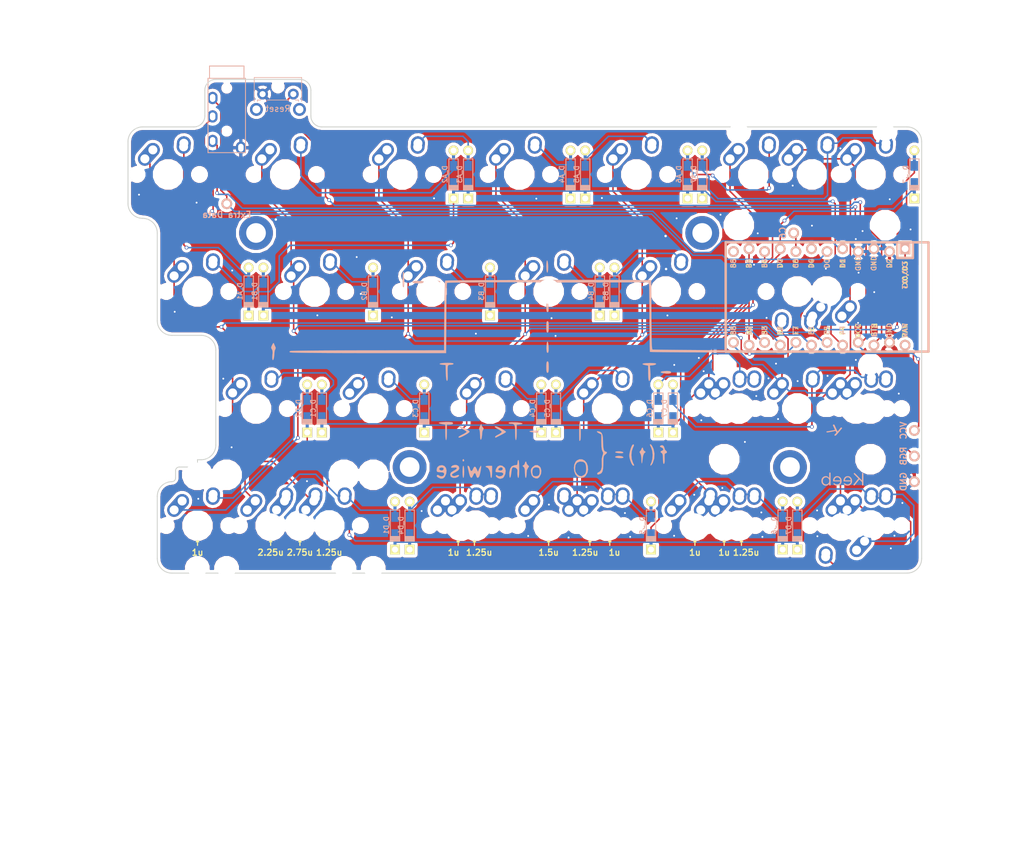
<source format=kicad_pcb>
(kicad_pcb (version 20171130) (host pcbnew "(6.0.0-rc1-dev-1292-gca2390e4f)")
  (layers (0 F.Cu signal) (31 B.Cu signal) (34 B.Paste user) (35 F.Paste user) (36 B.SilkS user) (37 F.SilkS user) (38 B.Mask user) (39 F.Mask user) (44 Edge.Cuts user))
  (net 0 "")
  (net 1 GND)
  (net 2 "Net-(D_A1-Pad2)")
  (net 3 "Net-(D_A2-Pad2)")
  (net 4 "Net-(D_A3-Pad2)")
  (net 5 "Net-(D_A4-Pad2)")
  (net 6 "Net-(D_A5-Pad2)")
  (net 7 "Net-(D_A6-Pad2)")
  (net 8 "Net-(D_B1-Pad2)")
  (net 9 "Net-(D_B2-Pad2)")
  (net 10 "Net-(D_B3-Pad2)")
  (net 11 "Net-(D_B4-Pad2)")
  (net 12 "Net-(D_B5-Pad2)")
  (net 13 "Net-(D_C1-Pad2)")
  (net 14 "Net-(D_C3-Pad2)")
  (net 15 "Net-(D_C4-Pad2)")
  (net 16 "Net-(D_C5-Pad2)")
  (net 17 "Net-(D_C6-Pad2)")
  (net 18 "Net-(D_D1-Pad2)")
  (net 19 "Net-(D_D5-Pad2)")
  (net 20 VCC)
  (net 21 RGB)
  (net 22 C6)
  (net 23 data)
  (net 24 data2)
  (net 25 reset)
  (net 26 rowB)
  (net 27 rowC)
  (net 28 rowD)
  (net 29 col6)
  (net 30 col5)
  (net 31 col4)
  (net 32 col3)
  (net 33 col2)
  (net 34 col1)
  (net 35 rowA)
  (net 36 "Net-(D_A7-Pad2)")
  (net 37 "Net-(D_B7-Pad2)")
  (net 38 "Net-(D_C7-Pad2)")
  (net 39 "Net-(D_D4-Pad2)")
  (net 40 "Net-(D_D6-Pad2)")
  (net 41 "Net-(D_D7-Pad2)")
  (net 42 col7)
  (net 43 "Net-(D_D2-Pad2)")
  (net 44 "Net-(U1-Pad24)")
  (net 45 LED)
  (net 46 "Net-(U1-Pad7)")
  (module natsukium-Parts:TRRS-PJ-320A (layer B.Cu) (at 42.862608 17.689085 180)
    (fp_text reference U2)
    (fp_text value TRRS)
    (pad 3 thru_hole oval (at 2.3 -6.2 180) (size 1.6 2) (drill oval 0.9 1.3) (layers *.Cu *.Mask) (net 23 data))
    (pad "" np_thru_hole circle (at 0 -1.6 180) (size 0.8 0.8) (drill 0.8) (layers *.Cu *.Mask))
    (pad "" np_thru_hole circle (at 0 -8.6 180) (size 0.8 0.8) (drill 0.8) (layers *.Cu *.Mask))
    (pad 4 thru_hole oval (at 2.3 -3.2 180) (size 1.6 2) (drill oval 0.9 1.3) (layers *.Cu *.Mask) (net 24 data2))
    (pad 2 thru_hole oval (at 2.3 -10.2 180) (size 1.6 2) (drill oval 0.9 1.3) (layers *.Cu *.Mask) (net 20 VCC))
    (pad 1 thru_hole oval (at -2.3 -11.3 180) (size 1.6 2) (drill oval 0.9 1.3) (layers *.Cu *.Mask) (net 1 GND))
  )
  (module natsukium-Parts:ArduinoProMicro-ZigZag (layer F.Cu) (at 139.303242 53.27817 180)
    (fp_text reference U1 hide)
    (fp_text value ProMicro hide)
    (fp_text user ST (at -8.91 -5.04 270) (layer B.SilkS) (effects (font (size 0.8 0.8)) (justify mirror)))
    (fp_text user TX0/D3 (at -13.97 3.571872 270) (layer F.SilkS) (effects (font (size 0.8 0.8))))
    (fp_text user TX0/D3 (at -13.97 3.571872 270) (layer B.SilkS) (effects (font (size 0.8 0.8)) (justify mirror)))
    (fp_text user D2 (at -11.43 5.461 270) (layer F.SilkS) (effects (font (size 0.8 0.8))))
    (fp_text user D0 (at -1.27 5.461 270) (layer F.SilkS) (effects (font (size 0.8 0.8))))
    (fp_text user D1 (at -3.81 5.461 270) (layer F.SilkS) (effects (font (size 0.8 0.8))))
    (fp_text user GND (at -6.35 5.461 270) (layer F.SilkS) (effects (font (size 0.8 0.8))))
    (fp_text user GND (at -8.89 5.461 270) (layer F.SilkS) (effects (font (size 0.8 0.8))))
    (fp_text user D4 (at 1.27 5.461 270) (layer F.SilkS) (effects (font (size 0.8 0.8))))
    (fp_text user C6 (at 3.81 5.461 270) (layer F.SilkS) (effects (font (size 0.8 0.8))))
    (fp_text user D7 (at 6.35 5.461 270) (layer F.SilkS) (effects (font (size 0.8 0.8))))
    (fp_text user E6 (at 8.89 5.461 270) (layer F.SilkS) (effects (font (size 0.8 0.8))))
    (fp_text user B4 (at 11.43 5.461 270) (layer F.SilkS) (effects (font (size 0.8 0.8))))
    (fp_text user B5 (at 13.97 5.461 270) (layer F.SilkS) (effects (font (size 0.8 0.8))))
    (fp_text user B6 (at 13.97 -5.461 270) (layer F.SilkS) (effects (font (size 0.8 0.8))))
    (fp_text user B2 (at 11.43 -5.461 270) (layer B.SilkS) (effects (font (size 0.8 0.8)) (justify mirror)))
    (fp_text user B3 (at 8.89 -5.461 270) (layer F.SilkS) (effects (font (size 0.8 0.8))))
    (fp_text user B1 (at 6.35 -5.461 270) (layer F.SilkS) (effects (font (size 0.8 0.8))))
    (fp_text user F7 (at 3.81 -5.461 270) (layer B.SilkS) (effects (font (size 0.8 0.8)) (justify mirror)))
    (fp_text user F6 (at 1.27 -5.461 270) (layer B.SilkS) (effects (font (size 0.8 0.8)) (justify mirror)))
    (fp_text user F5 (at -1.27 -5.461 270) (layer B.SilkS) (effects (font (size 0.8 0.8)) (justify mirror)))
    (fp_text user F4 (at -3.81 -5.461 270) (layer F.SilkS) (effects (font (size 0.8 0.8))))
    (fp_text user VCC (at -6.35 -5.461 270) (layer F.SilkS) (effects (font (size 0.8 0.8))))
    (fp_text user ST (at -8.92 -5.73312 270) (layer F.SilkS) (effects (font (size 0.8 0.8))))
    (fp_text user GND (at -11.43 -5.461 270) (layer F.SilkS) (effects (font (size 0.8 0.8))))
    (fp_text user RAW (at -13.97 -5.461 270) (layer F.SilkS) (effects (font (size 0.8 0.8))))
    (fp_text user RAW (at -13.97 -5.461 270) (layer B.SilkS) (effects (font (size 0.8 0.8)) (justify mirror)))
    (fp_text user GND (at -11.43 -5.461 270) (layer B.SilkS) (effects (font (size 0.8 0.8)) (justify mirror)))
    (fp_text user VCC (at -6.35 -5.461 270) (layer B.SilkS) (effects (font (size 0.8 0.8)) (justify mirror)))
    (fp_text user F4 (at -3.81 -5.461 270) (layer B.SilkS) (effects (font (size 0.8 0.8)) (justify mirror)))
    (fp_text user F5 (at -1.27 -5.461 270) (layer F.SilkS) (effects (font (size 0.8 0.8))))
    (fp_text user F6 (at 1.27 -5.461 270) (layer F.SilkS) (effects (font (size 0.8 0.8))))
    (fp_text user F7 (at 3.81 -5.461 270) (layer F.SilkS) (effects (font (size 0.8 0.8))))
    (fp_text user B1 (at 6.35 -5.461 270) (layer B.SilkS) (effects (font (size 0.8 0.8)) (justify mirror)))
    (fp_text user B3 (at 8.89 -5.461 270) (layer B.SilkS) (effects (font (size 0.8 0.8)) (justify mirror)))
    (fp_text user B2 (at 11.43 -5.461 270) (layer F.SilkS) (effects (font (size 0.8 0.8))))
    (fp_text user B6 (at 13.97 -5.461 270) (layer B.SilkS) (effects (font (size 0.8 0.8)) (justify mirror)))
    (fp_text user B5 (at 13.97 5.461 270) (layer B.SilkS) (effects (font (size 0.8 0.8)) (justify mirror)))
    (fp_text user B4 (at 11.43 5.461 270) (layer B.SilkS) (effects (font (size 0.8 0.8)) (justify mirror)))
    (fp_text user E6 (at 8.89 5.461 270) (layer B.SilkS) (effects (font (size 0.8 0.8)) (justify mirror)))
    (fp_text user D7 (at 6.35 5.461 270) (layer B.SilkS) (effects (font (size 0.8 0.8)) (justify mirror)))
    (fp_text user C6 (at 3.81 5.461 270) (layer B.SilkS) (effects (font (size 0.8 0.8)) (justify mirror)))
    (fp_text user D4 (at 1.27 5.461 270) (layer B.SilkS) (effects (font (size 0.8 0.8)) (justify mirror)))
    (fp_text user GND (at -8.89 5.461 270) (layer B.SilkS) (effects (font (size 0.8 0.8)) (justify mirror)))
    (fp_text user GND (at -6.35 5.461 270) (layer B.SilkS) (effects (font (size 0.8 0.8)) (justify mirror)))
    (fp_text user D1 (at -3.81 5.461 270) (layer B.SilkS) (effects (font (size 0.8 0.8)) (justify mirror)))
    (fp_text user D0 (at -1.27 5.461 270) (layer B.SilkS) (effects (font (size 0.8 0.8)) (justify mirror)))
    (fp_text user D2 (at -11.43 5.461 270) (layer B.SilkS) (effects (font (size 0.8 0.8)) (justify mirror)))
    (pad 24 thru_hole circle (at -13.97 -7.8486 180) (size 1.7526 1.7526) (drill 1.0922) (layers *.Cu *.SilkS *.Mask) (net 44 "Net-(U1-Pad24)"))
    (pad 12 thru_hole circle (at 13.97 7.3914 180) (size 1.7526 1.7526) (drill 1.0922) (layers *.Cu *.SilkS *.Mask) (net 45 LED))
    (pad 23 thru_hole circle (at -11.43 -7.3914 180) (size 1.7526 1.7526) (drill 1.0922) (layers *.Cu *.SilkS *.Mask) (net 1 GND))
    (pad 22 thru_hole circle (at -8.89 -7.8486 180) (size 1.7526 1.7526) (drill 1.0922) (layers *.Cu *.SilkS *.Mask) (net 25 reset))
    (pad 21 thru_hole circle (at -6.35 -7.3914 180) (size 1.7526 1.7526) (drill 1.0922) (layers *.Cu *.SilkS *.Mask) (net 20 VCC))
    (pad 20 thru_hole circle (at -3.81 -7.8486 180) (size 1.7526 1.7526) (drill 1.0922) (layers *.Cu *.SilkS *.Mask) (net 35 rowA))
    (pad 19 thru_hole circle (at -1.27 -7.3914 180) (size 1.7526 1.7526) (drill 1.0922) (layers *.Cu *.SilkS *.Mask) (net 34 col1))
    (pad 18 thru_hole circle (at 1.27 -7.8486 180) (size 1.7526 1.7526) (drill 1.0922) (layers *.Cu *.SilkS *.Mask) (net 33 col2))
    (pad 17 thru_hole circle (at 3.81 -7.3914 180) (size 1.7526 1.7526) (drill 1.0922) (layers *.Cu *.SilkS *.Mask) (net 32 col3))
    (pad 16 thru_hole circle (at 6.35 -7.8486 180) (size 1.7526 1.7526) (drill 1.0922) (layers *.Cu *.SilkS *.Mask) (net 31 col4))
    (pad 15 thru_hole circle (at 8.89 -7.3914 180) (size 1.7526 1.7526) (drill 1.0922) (layers *.Cu *.SilkS *.Mask) (net 30 col5))
    (pad 14 thru_hole circle (at 11.43 -7.8486 180) (size 1.7526 1.7526) (drill 1.0922) (layers *.Cu *.SilkS *.Mask) (net 29 col6))
    (pad 13 thru_hole circle (at 13.97 -7.3914 180) (size 1.7526 1.7526) (drill 1.0922) (layers *.Cu *.SilkS *.Mask) (net 42 col7))
    (pad 11 thru_hole circle (at 11.43 7.8486 180) (size 1.7526 1.7526) (drill 1.0922) (layers *.Cu *.SilkS *.Mask) (net 28 rowD))
    (pad 10 thru_hole circle (at 8.89 7.3914 180) (size 1.7526 1.7526) (drill 1.0922) (layers *.Cu *.SilkS *.Mask) (net 27 rowC))
    (pad 9 thru_hole circle (at 6.35 7.8486 180) (size 1.7526 1.7526) (drill 1.0922) (layers *.Cu *.SilkS *.Mask) (net 26 rowB))
    (pad 8 thru_hole circle (at 3.81 7.3914 180) (size 1.7526 1.7526) (drill 1.0922) (layers *.Cu *.SilkS *.Mask) (net 22 C6))
    (pad 7 thru_hole circle (at 1.27 7.8486 180) (size 1.7526 1.7526) (drill 1.0922) (layers *.Cu *.SilkS *.Mask) (net 46 "Net-(U1-Pad7)"))
    (pad 6 thru_hole circle (at -1.27 7.3914 180) (size 1.7526 1.7526) (drill 1.0922) (layers *.Cu *.SilkS *.Mask) (net 23 data))
    (pad 5 thru_hole circle (at -3.81 7.8486 180) (size 1.7526 1.7526) (drill 1.0922) (layers *.Cu *.SilkS *.Mask) (net 24 data2))
    (pad 4 thru_hole circle (at -6.35 7.3914 180) (size 1.7526 1.7526) (drill 1.0922) (layers *.Cu *.SilkS *.Mask) (net 1 GND))
    (pad 3 thru_hole circle (at -8.89 7.8486 180) (size 1.7526 1.7526) (drill 1.0922) (layers *.Cu *.SilkS *.Mask) (net 1 GND))
    (pad 2 thru_hole circle (at -11.43 7.3914 180) (size 1.7526 1.7526) (drill 1.0922) (layers *.Cu *.SilkS *.Mask) (net 1 GND))
    (pad 1 thru_hole rect (at -13.97 7.8486 180) (size 1.7526 1.7526) (drill 1.0922) (layers *.Cu *.SilkS *.Mask) (net 21 RGB))
  )
  (module natsukium-Parts:VIA-0.6mm (layer F.Cu) (at 152.83 86.81)
    (fp_text reference REF** hide)
    (fp_text value VIA-0.6mm hide)
    (pad 1 thru_hole circle (at 0 0) (size 0.6 0.6) (drill 0.3) (layers *.Cu) (net 1 GND))
  )
  (module natsukium-Parts:VIA-0.6mm (layer F.Cu) (at 151.54 92.13)
    (fp_text reference REF** hide)
    (fp_text value VIA-0.6mm hide)
    (pad 1 thru_hole circle (at 0 0) (size 0.6 0.6) (drill 0.3) (layers *.Cu) (net 1 GND))
  )
  (module natsukium-Parts:VIA-0.6mm (layer F.Cu) (at 74.58 88.12)
    (fp_text reference REF** hide)
    (fp_text value VIA-0.6mm hide)
    (pad 1 thru_hole circle (at 0 0) (size 0.6 0.6) (drill 0.3) (layers *.Cu) (net 1 GND))
  )
  (module natsukium-Parts:VIA-0.6mm (layer F.Cu) (at 55.92 83.26)
    (fp_text reference REF** hide)
    (fp_text value VIA-0.6mm hide)
    (pad 1 thru_hole circle (at 0 0) (size 0.6 0.6) (drill 0.3) (layers *.Cu) (net 1 GND))
  )
  (module natsukium-Parts:VIA-0.6mm (layer F.Cu) (at 64.67 52.78)
    (fp_text reference REF** hide)
    (fp_text value VIA-0.6mm hide)
    (pad 1 thru_hole circle (at 0 0) (size 0.6 0.6) (drill 0.3) (layers *.Cu) (net 1 GND))
  )
  (module natsukium-Parts:VIA-0.6mm (layer F.Cu) (at 64.01 46.78)
    (fp_text reference REF** hide)
    (fp_text value VIA-0.6mm hide)
    (pad 1 thru_hole circle (at 0 0) (size 0.6 0.6) (drill 0.3) (layers *.Cu) (net 1 GND))
  )
  (module natsukium-Parts:VIA-0.6mm (layer F.Cu) (at 38.23 86.13)
    (fp_text reference REF** hide)
    (fp_text value VIA-0.6mm hide)
    (pad 1 thru_hole circle (at 0 0) (size 0.6 0.6) (drill 0.3) (layers *.Cu) (net 1 GND))
  )
  (module natsukium-Parts:Diode-Hybrid-Back (layer F.Cu) (at 46.434414 52.387544 270)
    (fp_text reference D_A1 (at -0.0254 1.4 270) (layer B.SilkS) (effects (font (size 0.8 0.8)) (justify mirror)))
    (fp_text value D hide)
    (pad 1 thru_hole rect (at 3.9 0 270) (size 1.6 1.6) (drill 1) (layers *.Cu *.Mask F.SilkS) (net 35 rowA))
    (pad 2 thru_hole circle (at -3.9 0 270) (size 1.6 1.6) (drill 1) (layers *.Cu *.Mask F.SilkS) (net 2 "Net-(D_A1-Pad2)"))
    (pad 1 smd rect (at 2.5 0 270) (size 2.9 0.5) (layers B.Cu) (net 35 rowA))
    (pad 1 smd rect (at 1.4 0 270) (size 1.6 1.2) (layers B.Cu B.Paste B.Mask) (net 35 rowA))
    (pad 2 smd rect (at -1.4 0 270) (size 1.6 1.2) (layers B.Cu B.Paste B.Mask) (net 2 "Net-(D_A1-Pad2)"))
    (pad 2 smd rect (at -2.5 0 270) (size 2.9 0.5) (layers B.Cu) (net 2 "Net-(D_A1-Pad2)"))
  )
  (module natsukium-Parts:Diode-Hybrid-Back (layer F.Cu) (at 79.771942 33.337528 270)
    (fp_text reference D_A2 (at -0.0254 1.4 270) (layer B.SilkS) (effects (font (size 0.8 0.8)) (justify mirror)))
    (fp_text value D hide)
    (pad 1 thru_hole rect (at 3.9 0 270) (size 1.6 1.6) (drill 1) (layers *.Cu *.Mask F.SilkS) (net 35 rowA))
    (pad 2 thru_hole circle (at -3.9 0 270) (size 1.6 1.6) (drill 1) (layers *.Cu *.Mask F.SilkS) (net 3 "Net-(D_A2-Pad2)"))
    (pad 1 smd rect (at 2.5 0 270) (size 2.9 0.5) (layers B.Cu) (net 35 rowA))
    (pad 1 smd rect (at 1.4 0 270) (size 1.6 1.2) (layers B.Cu B.Paste B.Mask) (net 35 rowA))
    (pad 2 smd rect (at -1.4 0 270) (size 1.6 1.2) (layers B.Cu B.Paste B.Mask) (net 3 "Net-(D_A2-Pad2)"))
    (pad 2 smd rect (at -2.5 0 270) (size 2.9 0.5) (layers B.Cu) (net 3 "Net-(D_A2-Pad2)"))
  )
  (module natsukium-Parts:Diode-Hybrid-Back (layer F.Cu) (at 82.153194 33.337528 270)
    (fp_text reference D_A3 (at -0.0254 1.4 270) (layer B.SilkS) (effects (font (size 0.8 0.8)) (justify mirror)))
    (fp_text value D hide)
    (pad 1 thru_hole rect (at 3.9 0 270) (size 1.6 1.6) (drill 1) (layers *.Cu *.Mask F.SilkS) (net 35 rowA))
    (pad 2 thru_hole circle (at -3.9 0 270) (size 1.6 1.6) (drill 1) (layers *.Cu *.Mask F.SilkS) (net 4 "Net-(D_A3-Pad2)"))
    (pad 1 smd rect (at 2.5 0 270) (size 2.9 0.5) (layers B.Cu) (net 35 rowA))
    (pad 1 smd rect (at 1.4 0 270) (size 1.6 1.2) (layers B.Cu B.Paste B.Mask) (net 35 rowA))
    (pad 2 smd rect (at -1.4 0 270) (size 1.6 1.2) (layers B.Cu B.Paste B.Mask) (net 4 "Net-(D_A3-Pad2)"))
    (pad 2 smd rect (at -2.5 0 270) (size 2.9 0.5) (layers B.Cu) (net 4 "Net-(D_A3-Pad2)"))
  )
  (module natsukium-Parts:Diode-Hybrid-Back (layer F.Cu) (at 98.821958 33.337528 270)
    (fp_text reference D_A4 (at -0.0254 1.4 270) (layer B.SilkS) (effects (font (size 0.8 0.8)) (justify mirror)))
    (fp_text value D hide)
    (pad 1 thru_hole rect (at 3.9 0 270) (size 1.6 1.6) (drill 1) (layers *.Cu *.Mask F.SilkS) (net 35 rowA))
    (pad 2 thru_hole circle (at -3.9 0 270) (size 1.6 1.6) (drill 1) (layers *.Cu *.Mask F.SilkS) (net 5 "Net-(D_A4-Pad2)"))
    (pad 1 smd rect (at 2.5 0 270) (size 2.9 0.5) (layers B.Cu) (net 35 rowA))
    (pad 1 smd rect (at 1.4 0 270) (size 1.6 1.2) (layers B.Cu B.Paste B.Mask) (net 35 rowA))
    (pad 2 smd rect (at -1.4 0 270) (size 1.6 1.2) (layers B.Cu B.Paste B.Mask) (net 5 "Net-(D_A4-Pad2)"))
    (pad 2 smd rect (at -2.5 0 270) (size 2.9 0.5) (layers B.Cu) (net 5 "Net-(D_A4-Pad2)"))
  )
  (module natsukium-Parts:Diode-Hybrid-Back (layer F.Cu) (at 101.20321 33.337528 270)
    (fp_text reference D_A5 (at -0.0254 1.4 270) (layer B.SilkS) (effects (font (size 0.8 0.8)) (justify mirror)))
    (fp_text value D hide)
    (pad 1 thru_hole rect (at 3.9 0 270) (size 1.6 1.6) (drill 1) (layers *.Cu *.Mask F.SilkS) (net 35 rowA))
    (pad 2 thru_hole circle (at -3.9 0 270) (size 1.6 1.6) (drill 1) (layers *.Cu *.Mask F.SilkS) (net 6 "Net-(D_A5-Pad2)"))
    (pad 1 smd rect (at 2.5 0 270) (size 2.9 0.5) (layers B.Cu) (net 35 rowA))
    (pad 1 smd rect (at 1.4 0 270) (size 1.6 1.2) (layers B.Cu B.Paste B.Mask) (net 35 rowA))
    (pad 2 smd rect (at -1.4 0 270) (size 1.6 1.2) (layers B.Cu B.Paste B.Mask) (net 6 "Net-(D_A5-Pad2)"))
    (pad 2 smd rect (at -2.5 0 270) (size 2.9 0.5) (layers B.Cu) (net 6 "Net-(D_A5-Pad2)"))
  )
  (module natsukium-Parts:Diode-Hybrid-Back (layer F.Cu) (at 117.871974 33.337528 270)
    (fp_text reference D_A6 (at -0.0254 1.4 270) (layer B.SilkS) (effects (font (size 0.8 0.8)) (justify mirror)))
    (fp_text value D hide)
    (pad 1 thru_hole rect (at 3.9 0 270) (size 1.6 1.6) (drill 1) (layers *.Cu *.Mask F.SilkS) (net 35 rowA))
    (pad 2 thru_hole circle (at -3.9 0 270) (size 1.6 1.6) (drill 1) (layers *.Cu *.Mask F.SilkS) (net 7 "Net-(D_A6-Pad2)"))
    (pad 1 smd rect (at 2.5 0 270) (size 2.9 0.5) (layers B.Cu) (net 35 rowA))
    (pad 1 smd rect (at 1.4 0 270) (size 1.6 1.2) (layers B.Cu B.Paste B.Mask) (net 35 rowA))
    (pad 2 smd rect (at -1.4 0 270) (size 1.6 1.2) (layers B.Cu B.Paste B.Mask) (net 7 "Net-(D_A6-Pad2)"))
    (pad 2 smd rect (at -2.5 0 270) (size 2.9 0.5) (layers B.Cu) (net 7 "Net-(D_A6-Pad2)"))
  )
  (module natsukium-Parts:Diode-Hybrid-Back (layer F.Cu) (at 120.253226 33.337528 270)
    (fp_text reference D_A7 (at -0.0254 1.4 270) (layer B.SilkS) (effects (font (size 0.8 0.8)) (justify mirror)))
    (fp_text value D hide)
    (pad 1 thru_hole rect (at 3.9 0 270) (size 1.6 1.6) (drill 1) (layers *.Cu *.Mask F.SilkS) (net 35 rowA))
    (pad 2 thru_hole circle (at -3.9 0 270) (size 1.6 1.6) (drill 1) (layers *.Cu *.Mask F.SilkS) (net 36 "Net-(D_A7-Pad2)"))
    (pad 1 smd rect (at 2.5 0 270) (size 2.9 0.5) (layers B.Cu) (net 35 rowA))
    (pad 1 smd rect (at 1.4 0 270) (size 1.6 1.2) (layers B.Cu B.Paste B.Mask) (net 35 rowA))
    (pad 2 smd rect (at -1.4 0 270) (size 1.6 1.2) (layers B.Cu B.Paste B.Mask) (net 36 "Net-(D_A7-Pad2)"))
    (pad 2 smd rect (at -2.5 0 270) (size 2.9 0.5) (layers B.Cu) (net 36 "Net-(D_A7-Pad2)"))
  )
  (module natsukium-Parts:Diode-Hybrid-Back (layer F.Cu) (at 48.815666 52.387544 270)
    (fp_text reference D_B1 (at -0.0254 1.4 270) (layer B.SilkS) (effects (font (size 0.8 0.8)) (justify mirror)))
    (fp_text value D hide)
    (pad 1 thru_hole rect (at 3.9 0 270) (size 1.6 1.6) (drill 1) (layers *.Cu *.Mask F.SilkS) (net 26 rowB))
    (pad 2 thru_hole circle (at -3.9 0 270) (size 1.6 1.6) (drill 1) (layers *.Cu *.Mask F.SilkS) (net 8 "Net-(D_B1-Pad2)"))
    (pad 1 smd rect (at 2.5 0 270) (size 2.9 0.5) (layers B.Cu) (net 26 rowB))
    (pad 1 smd rect (at 1.4 0 270) (size 1.6 1.2) (layers B.Cu B.Paste B.Mask) (net 26 rowB))
    (pad 2 smd rect (at -1.4 0 270) (size 1.6 1.2) (layers B.Cu B.Paste B.Mask) (net 8 "Net-(D_B1-Pad2)"))
    (pad 2 smd rect (at -2.5 0 270) (size 2.9 0.5) (layers B.Cu) (net 8 "Net-(D_B1-Pad2)"))
  )
  (module natsukium-Parts:Diode-Hybrid-Back (layer F.Cu) (at 66.675056 52.387544 270)
    (fp_text reference D_B2 (at -0.0254 1.4 270) (layer B.SilkS) (effects (font (size 0.8 0.8)) (justify mirror)))
    (fp_text value D hide)
    (pad 1 thru_hole rect (at 3.9 0 270) (size 1.6 1.6) (drill 1) (layers *.Cu *.Mask F.SilkS) (net 26 rowB))
    (pad 2 thru_hole circle (at -3.9 0 270) (size 1.6 1.6) (drill 1) (layers *.Cu *.Mask F.SilkS) (net 9 "Net-(D_B2-Pad2)"))
    (pad 1 smd rect (at 2.5 0 270) (size 2.9 0.5) (layers B.Cu) (net 26 rowB))
    (pad 1 smd rect (at 1.4 0 270) (size 1.6 1.2) (layers B.Cu B.Paste B.Mask) (net 26 rowB))
    (pad 2 smd rect (at -1.4 0 270) (size 1.6 1.2) (layers B.Cu B.Paste B.Mask) (net 9 "Net-(D_B2-Pad2)"))
    (pad 2 smd rect (at -2.5 0 270) (size 2.9 0.5) (layers B.Cu) (net 9 "Net-(D_B2-Pad2)"))
  )
  (module natsukium-Parts:Diode-Hybrid-Back (layer F.Cu) (at 85.725072 52.387544 270)
    (fp_text reference D_B3 (at -0.0254 1.4 270) (layer B.SilkS) (effects (font (size 0.8 0.8)) (justify mirror)))
    (fp_text value D hide)
    (pad 1 thru_hole rect (at 3.9 0 270) (size 1.6 1.6) (drill 1) (layers *.Cu *.Mask F.SilkS) (net 26 rowB))
    (pad 2 thru_hole circle (at -3.9 0 270) (size 1.6 1.6) (drill 1) (layers *.Cu *.Mask F.SilkS) (net 10 "Net-(D_B3-Pad2)"))
    (pad 1 smd rect (at 2.5 0 270) (size 2.9 0.5) (layers B.Cu) (net 26 rowB))
    (pad 1 smd rect (at 1.4 0 270) (size 1.6 1.2) (layers B.Cu B.Paste B.Mask) (net 26 rowB))
    (pad 2 smd rect (at -1.4 0 270) (size 1.6 1.2) (layers B.Cu B.Paste B.Mask) (net 10 "Net-(D_B3-Pad2)"))
    (pad 2 smd rect (at -2.5 0 270) (size 2.9 0.5) (layers B.Cu) (net 10 "Net-(D_B3-Pad2)"))
  )
  (module natsukium-Parts:Diode-Hybrid-Back (layer F.Cu) (at 103.584462 52.387544 270)
    (fp_text reference D_B4 (at -0.0254 1.4 270) (layer B.SilkS) (effects (font (size 0.8 0.8)) (justify mirror)))
    (fp_text value D hide)
    (pad 1 thru_hole rect (at 3.9 0 270) (size 1.6 1.6) (drill 1) (layers *.Cu *.Mask F.SilkS) (net 26 rowB))
    (pad 2 thru_hole circle (at -3.9 0 270) (size 1.6 1.6) (drill 1) (layers *.Cu *.Mask F.SilkS) (net 11 "Net-(D_B4-Pad2)"))
    (pad 1 smd rect (at 2.5 0 270) (size 2.9 0.5) (layers B.Cu) (net 26 rowB))
    (pad 1 smd rect (at 1.4 0 270) (size 1.6 1.2) (layers B.Cu B.Paste B.Mask) (net 26 rowB))
    (pad 2 smd rect (at -1.4 0 270) (size 1.6 1.2) (layers B.Cu B.Paste B.Mask) (net 11 "Net-(D_B4-Pad2)"))
    (pad 2 smd rect (at -2.5 0 270) (size 2.9 0.5) (layers B.Cu) (net 11 "Net-(D_B4-Pad2)"))
  )
  (module natsukium-Parts:Diode-Hybrid-Back (layer F.Cu) (at 105.965714 52.387544 270)
    (fp_text reference D_B5 (at -0.0254 1.4 270) (layer B.SilkS) (effects (font (size 0.8 0.8)) (justify mirror)))
    (fp_text value D hide)
    (pad 1 thru_hole rect (at 3.9 0 270) (size 1.6 1.6) (drill 1) (layers *.Cu *.Mask F.SilkS) (net 26 rowB))
    (pad 2 thru_hole circle (at -3.9 0 270) (size 1.6 1.6) (drill 1) (layers *.Cu *.Mask F.SilkS) (net 12 "Net-(D_B5-Pad2)"))
    (pad 1 smd rect (at 2.5 0 270) (size 2.9 0.5) (layers B.Cu) (net 26 rowB))
    (pad 1 smd rect (at 1.4 0 270) (size 1.6 1.2) (layers B.Cu B.Paste B.Mask) (net 26 rowB))
    (pad 2 smd rect (at -1.4 0 270) (size 1.6 1.2) (layers B.Cu B.Paste B.Mask) (net 12 "Net-(D_B5-Pad2)"))
    (pad 2 smd rect (at -2.5 0 270) (size 2.9 0.5) (layers B.Cu) (net 12 "Net-(D_B5-Pad2)"))
  )
  (module natsukium-Parts:Diode-Hybrid-Back (layer F.Cu) (at 154.78112 33.337472 270)
    (fp_text reference D_B7 (at -0.0254 1.4 270) (layer B.SilkS) (effects (font (size 0.8 0.8)) (justify mirror)))
    (fp_text value D hide)
    (pad 1 thru_hole rect (at 3.9 0 270) (size 1.6 1.6) (drill 1) (layers *.Cu *.Mask F.SilkS) (net 26 rowB))
    (pad 2 thru_hole circle (at -3.9 0 270) (size 1.6 1.6) (drill 1) (layers *.Cu *.Mask F.SilkS) (net 37 "Net-(D_B7-Pad2)"))
    (pad 1 smd rect (at 2.5 0 270) (size 2.9 0.5) (layers B.Cu) (net 26 rowB))
    (pad 1 smd rect (at 1.4 0 270) (size 1.6 1.2) (layers B.Cu B.Paste B.Mask) (net 26 rowB))
    (pad 2 smd rect (at -1.4 0 270) (size 1.6 1.2) (layers B.Cu B.Paste B.Mask) (net 37 "Net-(D_B7-Pad2)"))
    (pad 2 smd rect (at -2.5 0 270) (size 2.9 0.5) (layers B.Cu) (net 37 "Net-(D_B7-Pad2)"))
  )
  (module natsukium-Parts:Diode-Hybrid-Back (layer F.Cu) (at 58.340674 71.43756 270)
    (fp_text reference D_C1 (at -0.0254 1.4 270) (layer B.SilkS) (effects (font (size 0.8 0.8)) (justify mirror)))
    (fp_text value D hide)
    (pad 1 thru_hole rect (at 3.9 0 270) (size 1.6 1.6) (drill 1) (layers *.Cu *.Mask F.SilkS) (net 27 rowC))
    (pad 2 thru_hole circle (at -3.9 0 270) (size 1.6 1.6) (drill 1) (layers *.Cu *.Mask F.SilkS) (net 13 "Net-(D_C1-Pad2)"))
    (pad 1 smd rect (at 2.5 0 270) (size 2.9 0.5) (layers B.Cu) (net 27 rowC))
    (pad 1 smd rect (at 1.4 0 270) (size 1.6 1.2) (layers B.Cu B.Paste B.Mask) (net 27 rowC))
    (pad 2 smd rect (at -1.4 0 270) (size 1.6 1.2) (layers B.Cu B.Paste B.Mask) (net 13 "Net-(D_C1-Pad2)"))
    (pad 2 smd rect (at -2.5 0 270) (size 2.9 0.5) (layers B.Cu) (net 13 "Net-(D_C1-Pad2)"))
  )
  (module natsukium-Parts:Diode-Hybrid-Back (layer F.Cu) (at 75.009438 71.43756 270)
    (fp_text reference D_C3 (at -0.0254 1.4 270) (layer B.SilkS) (effects (font (size 0.8 0.8)) (justify mirror)))
    (fp_text value D hide)
    (pad 1 thru_hole rect (at 3.9 0 270) (size 1.6 1.6) (drill 1) (layers *.Cu *.Mask F.SilkS) (net 27 rowC))
    (pad 2 thru_hole circle (at -3.9 0 270) (size 1.6 1.6) (drill 1) (layers *.Cu *.Mask F.SilkS) (net 14 "Net-(D_C3-Pad2)"))
    (pad 1 smd rect (at 2.5 0 270) (size 2.9 0.5) (layers B.Cu) (net 27 rowC))
    (pad 1 smd rect (at 1.4 0 270) (size 1.6 1.2) (layers B.Cu B.Paste B.Mask) (net 27 rowC))
    (pad 2 smd rect (at -1.4 0 270) (size 1.6 1.2) (layers B.Cu B.Paste B.Mask) (net 14 "Net-(D_C3-Pad2)"))
    (pad 2 smd rect (at -2.5 0 270) (size 2.9 0.5) (layers B.Cu) (net 14 "Net-(D_C3-Pad2)"))
  )
  (module natsukium-Parts:Diode-Hybrid-Back (layer F.Cu) (at 94.059454 71.43756 270)
    (fp_text reference D_C4 (at -0.0254 1.4 270) (layer B.SilkS) (effects (font (size 0.8 0.8)) (justify mirror)))
    (fp_text value D hide)
    (pad 1 thru_hole rect (at 3.9 0 270) (size 1.6 1.6) (drill 1) (layers *.Cu *.Mask F.SilkS) (net 27 rowC))
    (pad 2 thru_hole circle (at -3.9 0 270) (size 1.6 1.6) (drill 1) (layers *.Cu *.Mask F.SilkS) (net 15 "Net-(D_C4-Pad2)"))
    (pad 1 smd rect (at 2.5 0 270) (size 2.9 0.5) (layers B.Cu) (net 27 rowC))
    (pad 1 smd rect (at 1.4 0 270) (size 1.6 1.2) (layers B.Cu B.Paste B.Mask) (net 27 rowC))
    (pad 2 smd rect (at -1.4 0 270) (size 1.6 1.2) (layers B.Cu B.Paste B.Mask) (net 15 "Net-(D_C4-Pad2)"))
    (pad 2 smd rect (at -2.5 0 270) (size 2.9 0.5) (layers B.Cu) (net 15 "Net-(D_C4-Pad2)"))
  )
  (module natsukium-Parts:Diode-Hybrid-Back (layer F.Cu) (at 96.440706 71.43756 270)
    (fp_text reference D_C5 (at -0.0254 1.4 270) (layer B.SilkS) (effects (font (size 0.8 0.8)) (justify mirror)))
    (fp_text value D hide)
    (pad 1 thru_hole rect (at 3.9 0 270) (size 1.6 1.6) (drill 1) (layers *.Cu *.Mask F.SilkS) (net 27 rowC))
    (pad 2 thru_hole circle (at -3.9 0 270) (size 1.6 1.6) (drill 1) (layers *.Cu *.Mask F.SilkS) (net 16 "Net-(D_C5-Pad2)"))
    (pad 1 smd rect (at 2.5 0 270) (size 2.9 0.5) (layers B.Cu) (net 27 rowC))
    (pad 1 smd rect (at 1.4 0 270) (size 1.6 1.2) (layers B.Cu B.Paste B.Mask) (net 27 rowC))
    (pad 2 smd rect (at -1.4 0 270) (size 1.6 1.2) (layers B.Cu B.Paste B.Mask) (net 16 "Net-(D_C5-Pad2)"))
    (pad 2 smd rect (at -2.5 0 270) (size 2.9 0.5) (layers B.Cu) (net 16 "Net-(D_C5-Pad2)"))
  )
  (module natsukium-Parts:Diode-Hybrid-Back (layer F.Cu) (at 113.10947 71.43756 270)
    (fp_text reference D_C6 (at -0.0254 1.4 270) (layer B.SilkS) (effects (font (size 0.8 0.8)) (justify mirror)))
    (fp_text value D hide)
    (pad 1 thru_hole rect (at 3.9 0 270) (size 1.6 1.6) (drill 1) (layers *.Cu *.Mask F.SilkS) (net 27 rowC))
    (pad 2 thru_hole circle (at -3.9 0 270) (size 1.6 1.6) (drill 1) (layers *.Cu *.Mask F.SilkS) (net 17 "Net-(D_C6-Pad2)"))
    (pad 1 smd rect (at 2.5 0 270) (size 2.9 0.5) (layers B.Cu) (net 27 rowC))
    (pad 1 smd rect (at 1.4 0 270) (size 1.6 1.2) (layers B.Cu B.Paste B.Mask) (net 27 rowC))
    (pad 2 smd rect (at -1.4 0 270) (size 1.6 1.2) (layers B.Cu B.Paste B.Mask) (net 17 "Net-(D_C6-Pad2)"))
    (pad 2 smd rect (at -2.5 0 270) (size 2.9 0.5) (layers B.Cu) (net 17 "Net-(D_C6-Pad2)"))
  )
  (module natsukium-Parts:Diode-Hybrid-Back (layer F.Cu) (at 115.490722 71.43756 270)
    (fp_text reference D_C7 (at -0.0254 1.4 270) (layer B.SilkS) (effects (font (size 0.8 0.8)) (justify mirror)))
    (fp_text value D hide)
    (pad 1 thru_hole rect (at 3.9 0 270) (size 1.6 1.6) (drill 1) (layers *.Cu *.Mask F.SilkS) (net 27 rowC))
    (pad 2 thru_hole circle (at -3.9 0 270) (size 1.6 1.6) (drill 1) (layers *.Cu *.Mask F.SilkS) (net 38 "Net-(D_C7-Pad2)"))
    (pad 1 smd rect (at 2.5 0 270) (size 2.9 0.5) (layers B.Cu) (net 27 rowC))
    (pad 1 smd rect (at 1.4 0 270) (size 1.6 1.2) (layers B.Cu B.Paste B.Mask) (net 27 rowC))
    (pad 2 smd rect (at -1.4 0 270) (size 1.6 1.2) (layers B.Cu B.Paste B.Mask) (net 38 "Net-(D_C7-Pad2)"))
    (pad 2 smd rect (at -2.5 0 270) (size 2.9 0.5) (layers B.Cu) (net 38 "Net-(D_C7-Pad2)"))
  )
  (module natsukium-Parts:Diode-Hybrid-Back (layer F.Cu) (at 70.246934 90.487576 270)
    (fp_text reference D_D1 (at -0.0254 1.4 270) (layer B.SilkS) (effects (font (size 0.8 0.8)) (justify mirror)))
    (fp_text value D hide)
    (pad 1 thru_hole rect (at 3.9 0 270) (size 1.6 1.6) (drill 1) (layers *.Cu *.Mask F.SilkS) (net 28 rowD))
    (pad 2 thru_hole circle (at -3.9 0 270) (size 1.6 1.6) (drill 1) (layers *.Cu *.Mask F.SilkS) (net 18 "Net-(D_D1-Pad2)"))
    (pad 1 smd rect (at 2.5 0 270) (size 2.9 0.5) (layers B.Cu) (net 28 rowD))
    (pad 1 smd rect (at 1.4 0 270) (size 1.6 1.2) (layers B.Cu B.Paste B.Mask) (net 28 rowD))
    (pad 2 smd rect (at -1.4 0 270) (size 1.6 1.2) (layers B.Cu B.Paste B.Mask) (net 18 "Net-(D_D1-Pad2)"))
    (pad 2 smd rect (at -2.5 0 270) (size 2.9 0.5) (layers B.Cu) (net 18 "Net-(D_D1-Pad2)"))
  )
  (module natsukium-Parts:Diode-Hybrid-Back (layer F.Cu) (at 72.628186 90.487576 270)
    (fp_text reference D_D4 (at -0.0254 1.4 270) (layer B.SilkS) (effects (font (size 0.8 0.8)) (justify mirror)))
    (fp_text value D hide)
    (pad 1 thru_hole rect (at 3.9 0 270) (size 1.6 1.6) (drill 1) (layers *.Cu *.Mask F.SilkS) (net 28 rowD))
    (pad 2 thru_hole circle (at -3.9 0 270) (size 1.6 1.6) (drill 1) (layers *.Cu *.Mask F.SilkS) (net 39 "Net-(D_D4-Pad2)"))
    (pad 1 smd rect (at 2.5 0 270) (size 2.9 0.5) (layers B.Cu) (net 28 rowD))
    (pad 1 smd rect (at 1.4 0 270) (size 1.6 1.2) (layers B.Cu B.Paste B.Mask) (net 28 rowD))
    (pad 2 smd rect (at -1.4 0 270) (size 1.6 1.2) (layers B.Cu B.Paste B.Mask) (net 39 "Net-(D_D4-Pad2)"))
    (pad 2 smd rect (at -2.5 0 270) (size 2.9 0.5) (layers B.Cu) (net 39 "Net-(D_D4-Pad2)"))
  )
  (module natsukium-Parts:Diode-Hybrid-Back (layer F.Cu) (at 111.918844 90.487576 270)
    (fp_text reference D_D5 (at -0.0254 1.4 270) (layer B.SilkS) (effects (font (size 0.8 0.8)) (justify mirror)))
    (fp_text value D hide)
    (pad 1 thru_hole rect (at 3.9 0 270) (size 1.6 1.6) (drill 1) (layers *.Cu *.Mask F.SilkS) (net 28 rowD))
    (pad 2 thru_hole circle (at -3.9 0 270) (size 1.6 1.6) (drill 1) (layers *.Cu *.Mask F.SilkS) (net 19 "Net-(D_D5-Pad2)"))
    (pad 1 smd rect (at 2.5 0 270) (size 2.9 0.5) (layers B.Cu) (net 28 rowD))
    (pad 1 smd rect (at 1.4 0 270) (size 1.6 1.2) (layers B.Cu B.Paste B.Mask) (net 28 rowD))
    (pad 2 smd rect (at -1.4 0 270) (size 1.6 1.2) (layers B.Cu B.Paste B.Mask) (net 19 "Net-(D_D5-Pad2)"))
    (pad 2 smd rect (at -2.5 0 270) (size 2.9 0.5) (layers B.Cu) (net 19 "Net-(D_D5-Pad2)"))
  )
  (module natsukium-Parts:Diode-Hybrid-Back (layer F.Cu) (at 133.350112 90.487576 270)
    (fp_text reference D_D6 (at -0.0254 1.4 270) (layer B.SilkS) (effects (font (size 0.8 0.8)) (justify mirror)))
    (fp_text value D hide)
    (pad 1 thru_hole rect (at 3.9 0 270) (size 1.6 1.6) (drill 1) (layers *.Cu *.Mask F.SilkS) (net 28 rowD))
    (pad 2 thru_hole circle (at -3.9 0 270) (size 1.6 1.6) (drill 1) (layers *.Cu *.Mask F.SilkS) (net 40 "Net-(D_D6-Pad2)"))
    (pad 1 smd rect (at 2.5 0 270) (size 2.9 0.5) (layers B.Cu) (net 28 rowD))
    (pad 1 smd rect (at 1.4 0 270) (size 1.6 1.2) (layers B.Cu B.Paste B.Mask) (net 28 rowD))
    (pad 2 smd rect (at -1.4 0 270) (size 1.6 1.2) (layers B.Cu B.Paste B.Mask) (net 40 "Net-(D_D6-Pad2)"))
    (pad 2 smd rect (at -2.5 0 270) (size 2.9 0.5) (layers B.Cu) (net 40 "Net-(D_D6-Pad2)"))
  )
  (module natsukium-Parts:Diode-Hybrid-Back (layer F.Cu) (at 135.731364 90.487576 270)
    (fp_text reference D_D7 (at -0.0254 1.4 270) (layer B.SilkS) (effects (font (size 0.8 0.8)) (justify mirror)))
    (fp_text value D hide)
    (pad 1 thru_hole rect (at 3.9 0 270) (size 1.6 1.6) (drill 1) (layers *.Cu *.Mask F.SilkS) (net 28 rowD))
    (pad 2 thru_hole circle (at -3.9 0 270) (size 1.6 1.6) (drill 1) (layers *.Cu *.Mask F.SilkS) (net 41 "Net-(D_D7-Pad2)"))
    (pad 1 smd rect (at 2.5 0 270) (size 2.9 0.5) (layers B.Cu) (net 28 rowD))
    (pad 1 smd rect (at 1.4 0 270) (size 1.6 1.2) (layers B.Cu B.Paste B.Mask) (net 28 rowD))
    (pad 2 smd rect (at -1.4 0 270) (size 1.6 1.2) (layers B.Cu B.Paste B.Mask) (net 41 "Net-(D_D7-Pad2)"))
    (pad 2 smd rect (at -2.5 0 270) (size 2.9 0.5) (layers B.Cu) (net 41 "Net-(D_D7-Pad2)"))
  )
  (module natsukium-Parts:Diode-Hybrid-Back (layer F.Cu) (at 55.959422 71.43756 270)
    (fp_text reference D_D2 (at -0.0254 1.4 270) (layer B.SilkS) (effects (font (size 0.8 0.8)) (justify mirror)))
    (fp_text value D hide)
    (pad 1 thru_hole rect (at 3.9 0 270) (size 1.6 1.6) (drill 1) (layers *.Cu *.Mask F.SilkS) (net 28 rowD))
    (pad 2 thru_hole circle (at -3.9 0 270) (size 1.6 1.6) (drill 1) (layers *.Cu *.Mask F.SilkS) (net 43 "Net-(D_D2-Pad2)"))
    (pad 1 smd rect (at 2.5 0 270) (size 2.9 0.5) (layers B.Cu) (net 28 rowD))
    (pad 1 smd rect (at 1.4 0 270) (size 1.6 1.2) (layers B.Cu B.Paste B.Mask) (net 28 rowD))
    (pad 2 smd rect (at -1.4 0 270) (size 1.6 1.2) (layers B.Cu B.Paste B.Mask) (net 43 "Net-(D_D2-Pad2)"))
    (pad 2 smd rect (at -2.5 0 270) (size 2.9 0.5) (layers B.Cu) (net 43 "Net-(D_D2-Pad2)"))
  )
  (module MX_Alps_Hybrid:MX-2.25U-ReversedStabilizers-NoLED (layer F.Cu) (at 50.006292 90.487576)
    (fp_text reference SW_D1)
    (fp_text value SW_PUSH)
    (pad "" np_thru_hole circle (at 11.938 -8.255) (size 3.9878 3.9878) (drill 3.9878) (layers *.Cu *.Mask))
    (pad "" np_thru_hole circle (at -11.938 -8.255) (size 3.9878 3.9878) (drill 3.9878) (layers *.Cu *.Mask))
    (pad "" np_thru_hole circle (at 11.938 6.985) (size 3.048 3.048) (drill 3.048) (layers *.Cu *.Mask))
    (pad "" np_thru_hole circle (at -11.938 6.985) (size 3.048 3.048) (drill 3.048) (layers *.Cu *.Mask))
    (pad "" np_thru_hole circle (at 5.08 0 48.0996) (size 1.75 1.75) (drill 1.75) (layers *.Cu *.Mask))
    (pad "" np_thru_hole circle (at -5.08 0 48.0996) (size 1.75 1.75) (drill 1.75) (layers *.Cu *.Mask))
    (pad 1 thru_hole circle (at -2.5 -4) (size 2.25 2.25) (drill 1.47) (layers *.Cu B.Mask) (net 34 col1))
    (pad "" np_thru_hole circle (at 0 0) (size 3.9878 3.9878) (drill 3.9878) (layers *.Cu *.Mask))
    (pad 1 thru_hole oval (at -3.81 -2.54 48.0996) (size 4.211556 2.25) (drill 1.47 (offset 0.980778 0)) (layers *.Cu B.Mask) (net 34 col1))
    (pad 2 thru_hole circle (at 2.54 -5.08) (size 2.25 2.25) (drill 1.47) (layers *.Cu B.Mask) (net 18 "Net-(D_D1-Pad2)"))
    (pad 2 thru_hole oval (at 2.5 -4.5 86.0548) (size 2.831378 2.25) (drill 1.47 (offset 0.290689 0)) (layers *.Cu B.Mask) (net 18 "Net-(D_D1-Pad2)"))
  )
  (module MX_Alps_Hybrid:MX-2.75U-ReversedStabilizers-NoLED (layer F.Cu) (at 54.768796 90.487576)
    (fp_text reference SW_Db1)
    (fp_text value SW_PUSH)
    (pad "" np_thru_hole circle (at 11.938 -8.255) (size 3.9878 3.9878) (drill 3.9878) (layers *.Cu *.Mask))
    (pad "" np_thru_hole circle (at -11.938 -8.255) (size 3.9878 3.9878) (drill 3.9878) (layers *.Cu *.Mask))
    (pad "" np_thru_hole circle (at 11.938 6.985) (size 3.048 3.048) (drill 3.048) (layers *.Cu *.Mask))
    (pad "" np_thru_hole circle (at -11.938 6.985) (size 3.048 3.048) (drill 3.048) (layers *.Cu *.Mask))
    (pad "" np_thru_hole circle (at 5.08 0 48.0996) (size 1.75 1.75) (drill 1.75) (layers *.Cu *.Mask))
    (pad "" np_thru_hole circle (at -5.08 0 48.0996) (size 1.75 1.75) (drill 1.75) (layers *.Cu *.Mask))
    (pad 1 thru_hole circle (at -2.5 -4) (size 2.25 2.25) (drill 1.47) (layers *.Cu B.Mask) (net 18 "Net-(D_D1-Pad2)"))
    (pad "" np_thru_hole circle (at 0 0) (size 3.9878 3.9878) (drill 3.9878) (layers *.Cu *.Mask))
    (pad 1 thru_hole oval (at -3.81 -2.54 48.0996) (size 4.211556 2.25) (drill 1.47 (offset 0.980778 0)) (layers *.Cu B.Mask) (net 18 "Net-(D_D1-Pad2)"))
    (pad 2 thru_hole circle (at 2.54 -5.08) (size 2.25 2.25) (drill 1.47) (layers *.Cu B.Mask) (net 34 col1))
    (pad 2 thru_hole oval (at 2.5 -4.5 86.0548) (size 2.831378 2.25) (drill 1.47 (offset 0.290689 0)) (layers *.Cu B.Mask) (net 34 col1))
  )
  (module MX_Alps_Hybrid:MX-1.75U-NoLED (layer F.Cu) (at 140.493868 52.387544 180)
    (fp_text reference SW_B7)
    (fp_text value SW_PUSH)
    (pad "" np_thru_hole circle (at 5.08 0 228.0996) (size 1.75 1.75) (drill 1.75) (layers *.Cu *.Mask))
    (pad "" np_thru_hole circle (at -5.08 0 228.0996) (size 1.75 1.75) (drill 1.75) (layers *.Cu *.Mask))
    (pad 1 thru_hole circle (at -2.5 -4 180) (size 2.25 2.25) (drill 1.47) (layers *.Cu B.Mask) (net 42 col7))
    (pad "" np_thru_hole circle (at 0 0 180) (size 3.9878 3.9878) (drill 3.9878) (layers *.Cu *.Mask))
    (pad 1 thru_hole oval (at -3.81 -2.54 228.0996) (size 4.211556 2.25) (drill 1.47 (offset 0.980778 0)) (layers *.Cu B.Mask) (net 42 col7))
    (pad 2 thru_hole circle (at 2.54 -5.08 180) (size 2.25 2.25) (drill 1.47) (layers *.Cu B.Mask) (net 37 "Net-(D_B7-Pad2)"))
    (pad 2 thru_hole oval (at 2.5 -4.5 266.0548) (size 2.831378 2.25) (drill 1.47 (offset 0.290689 0)) (layers *.Cu B.Mask) (net 37 "Net-(D_B7-Pad2)"))
  )
  (module MX_Alps_Hybrid:MX-1.25U-NoLED (layer F.Cu) (at 145.256372 71.43756)
    (fp_text reference SW_C7)
    (fp_text value SW_PUSH)
    (pad "" np_thru_hole circle (at 5.08 0 48.0996) (size 1.75 1.75) (drill 1.75) (layers *.Cu *.Mask))
    (pad "" np_thru_hole circle (at -5.08 0 48.0996) (size 1.75 1.75) (drill 1.75) (layers *.Cu *.Mask))
    (pad 1 thru_hole circle (at -2.5 -4) (size 2.25 2.25) (drill 1.47) (layers *.Cu B.Mask) (net 42 col7))
    (pad "" np_thru_hole circle (at 0 0) (size 3.9878 3.9878) (drill 3.9878) (layers *.Cu *.Mask))
    (pad 1 thru_hole oval (at -3.81 -2.54 48.0996) (size 4.211556 2.25) (drill 1.47 (offset 0.980778 0)) (layers *.Cu B.Mask) (net 42 col7))
    (pad 2 thru_hole circle (at 2.54 -5.08) (size 2.25 2.25) (drill 1.47) (layers *.Cu B.Mask) (net 38 "Net-(D_C7-Pad2)"))
    (pad 2 thru_hole oval (at 2.5 -4.5 86.0548) (size 2.831378 2.25) (drill 1.47 (offset 0.290689 0)) (layers *.Cu B.Mask) (net 38 "Net-(D_C7-Pad2)"))
  )
  (module MX_Alps_Hybrid:MX-1.25U-NoLED (layer F.Cu) (at 126.206356 71.43756)
    (fp_text reference SW_Cb6 hide)
    (fp_text value SW_PUSH)
    (pad "" np_thru_hole circle (at 5.08 0 48.0996) (size 1.75 1.75) (drill 1.75) (layers *.Cu *.Mask))
    (pad "" np_thru_hole circle (at -5.08 0 48.0996) (size 1.75 1.75) (drill 1.75) (layers *.Cu *.Mask))
    (pad 1 thru_hole circle (at -2.5 -4) (size 2.25 2.25) (drill 1.47) (layers *.Cu B.Mask) (net 29 col6))
    (pad "" np_thru_hole circle (at 0 0) (size 3.9878 3.9878) (drill 3.9878) (layers *.Cu *.Mask))
    (pad 1 thru_hole oval (at -3.81 -2.54 48.0996) (size 4.211556 2.25) (drill 1.47 (offset 0.980778 0)) (layers *.Cu B.Mask) (net 29 col6))
    (pad 2 thru_hole circle (at 2.54 -5.08) (size 2.25 2.25) (drill 1.47) (layers *.Cu B.Mask) (net 17 "Net-(D_C6-Pad2)"))
    (pad 2 thru_hole oval (at 2.5 -4.5 86.0548) (size 2.831378 2.25) (drill 1.47 (offset 0.290689 0)) (layers *.Cu B.Mask) (net 17 "Net-(D_C6-Pad2)"))
  )
  (module MX_Alps_Hybrid:MX-1.25U-NoLED (layer F.Cu) (at 83.34382 90.487576)
    (fp_text reference SW_D4)
    (fp_text value SW_PUSH)
    (pad "" np_thru_hole circle (at 5.08 0 48.0996) (size 1.75 1.75) (drill 1.75) (layers *.Cu *.Mask))
    (pad "" np_thru_hole circle (at -5.08 0 48.0996) (size 1.75 1.75) (drill 1.75) (layers *.Cu *.Mask))
    (pad 1 thru_hole circle (at -2.5 -4) (size 2.25 2.25) (drill 1.47) (layers *.Cu B.Mask) (net 31 col4))
    (pad "" np_thru_hole circle (at 0 0) (size 3.9878 3.9878) (drill 3.9878) (layers *.Cu *.Mask))
    (pad 1 thru_hole oval (at -3.81 -2.54 48.0996) (size 4.211556 2.25) (drill 1.47 (offset 0.980778 0)) (layers *.Cu B.Mask) (net 31 col4))
    (pad 2 thru_hole circle (at 2.54 -5.08) (size 2.25 2.25) (drill 1.47) (layers *.Cu B.Mask) (net 39 "Net-(D_D4-Pad2)"))
    (pad 2 thru_hole oval (at 2.5 -4.5 86.0548) (size 2.831378 2.25) (drill 1.47 (offset 0.290689 0)) (layers *.Cu B.Mask) (net 39 "Net-(D_D4-Pad2)"))
  )
  (module MX_Alps_Hybrid:MX-1.25U-NoLED (layer F.Cu) (at 126.206356 90.487576)
    (fp_text reference SW_D6)
    (fp_text value SW_PUSH)
    (pad "" np_thru_hole circle (at 5.08 0 48.0996) (size 1.75 1.75) (drill 1.75) (layers *.Cu *.Mask))
    (pad "" np_thru_hole circle (at -5.08 0 48.0996) (size 1.75 1.75) (drill 1.75) (layers *.Cu *.Mask))
    (pad 1 thru_hole circle (at -2.5 -4) (size 2.25 2.25) (drill 1.47) (layers *.Cu B.Mask) (net 29 col6))
    (pad "" np_thru_hole circle (at 0 0) (size 3.9878 3.9878) (drill 3.9878) (layers *.Cu *.Mask))
    (pad 1 thru_hole oval (at -3.81 -2.54 48.0996) (size 4.211556 2.25) (drill 1.47 (offset 0.980778 0)) (layers *.Cu B.Mask) (net 29 col6))
    (pad 2 thru_hole circle (at 2.54 -5.08) (size 2.25 2.25) (drill 1.47) (layers *.Cu B.Mask) (net 40 "Net-(D_D6-Pad2)"))
    (pad 2 thru_hole oval (at 2.5 -4.5 86.0548) (size 2.831378 2.25) (drill 1.47 (offset 0.290689 0)) (layers *.Cu B.Mask) (net 40 "Net-(D_D6-Pad2)"))
  )
  (module MX_Alps_Hybrid:MX-1.25U-NoLED (layer F.Cu) (at 102.393836 90.487576)
    (fp_text reference SW_Db5 hide)
    (fp_text value SW_PUSH)
    (pad "" np_thru_hole circle (at 5.08 0 48.0996) (size 1.75 1.75) (drill 1.75) (layers *.Cu *.Mask))
    (pad "" np_thru_hole circle (at -5.08 0 48.0996) (size 1.75 1.75) (drill 1.75) (layers *.Cu *.Mask))
    (pad 1 thru_hole circle (at -2.5 -4) (size 2.25 2.25) (drill 1.47) (layers *.Cu B.Mask) (net 30 col5))
    (pad "" np_thru_hole circle (at 0 0) (size 3.9878 3.9878) (drill 3.9878) (layers *.Cu *.Mask))
    (pad 1 thru_hole oval (at -3.81 -2.54 48.0996) (size 4.211556 2.25) (drill 1.47 (offset 0.980778 0)) (layers *.Cu B.Mask) (net 30 col5))
    (pad 2 thru_hole circle (at 2.54 -5.08) (size 2.25 2.25) (drill 1.47) (layers *.Cu B.Mask) (net 19 "Net-(D_D5-Pad2)"))
    (pad 2 thru_hole oval (at 2.5 -4.5 86.0548) (size 2.831378 2.25) (drill 1.47 (offset 0.290689 0)) (layers *.Cu B.Mask) (net 19 "Net-(D_D5-Pad2)"))
  )
  (module MX_Alps_Hybrid:MX-1.25U-NoLED (layer F.Cu) (at 145.256372 90.487576)
    (fp_text reference SW_Db7 hide)
    (fp_text value SW_PUSH)
    (pad "" np_thru_hole circle (at 5.08 0 48.0996) (size 1.75 1.75) (drill 1.75) (layers *.Cu *.Mask))
    (pad "" np_thru_hole circle (at -5.08 0 48.0996) (size 1.75 1.75) (drill 1.75) (layers *.Cu *.Mask))
    (pad 1 thru_hole circle (at -2.5 -4) (size 2.25 2.25) (drill 1.47) (layers *.Cu B.Mask) (net 42 col7))
    (pad "" np_thru_hole circle (at 0 0) (size 3.9878 3.9878) (drill 3.9878) (layers *.Cu *.Mask))
    (pad 1 thru_hole oval (at -3.81 -2.54 48.0996) (size 4.211556 2.25) (drill 1.47 (offset 0.980778 0)) (layers *.Cu B.Mask) (net 42 col7))
    (pad 2 thru_hole circle (at 2.54 -5.08) (size 2.25 2.25) (drill 1.47) (layers *.Cu B.Mask) (net 41 "Net-(D_D7-Pad2)"))
    (pad 2 thru_hole oval (at 2.5 -4.5 86.0548) (size 2.831378 2.25) (drill 1.47 (offset 0.290689 0)) (layers *.Cu B.Mask) (net 41 "Net-(D_D7-Pad2)"))
  )
  (module MX_Alps_Hybrid:MX-1.25U-NoLED (layer F.Cu) (at 135.731136 52.387456 180)
    (fp_text reference SW_Bb7 hide)
    (fp_text value SW_PUSH)
    (pad "" np_thru_hole circle (at 5.08 0 228.0996) (size 1.75 1.75) (drill 1.75) (layers *.Cu *.Mask))
    (pad "" np_thru_hole circle (at -5.08 0 228.0996) (size 1.75 1.75) (drill 1.75) (layers *.Cu *.Mask))
    (pad 1 thru_hole circle (at -2.5 -4 180) (size 2.25 2.25) (drill 1.47) (layers *.Cu B.Mask) (net 37 "Net-(D_B7-Pad2)"))
    (pad "" np_thru_hole circle (at 0 0 180) (size 3.9878 3.9878) (drill 3.9878) (layers *.Cu *.Mask))
    (pad 1 thru_hole oval (at -3.81 -2.54 228.0996) (size 4.211556 2.25) (drill 1.47 (offset 0.980778 0)) (layers *.Cu B.Mask) (net 37 "Net-(D_B7-Pad2)"))
    (pad 2 thru_hole circle (at 2.54 -5.08 180) (size 2.25 2.25) (drill 1.47) (layers *.Cu B.Mask) (net 42 col7))
    (pad 2 thru_hole oval (at 2.5 -4.5 266.0548) (size 2.831378 2.25) (drill 1.47 (offset 0.290689 0)) (layers *.Cu B.Mask) (net 42 col7))
  )
  (module MX_Alps_Hybrid:MX-1U-NoLED (layer F.Cu) (at 33.337528 33.337528)
    (fp_text reference SW_A1)
    (fp_text value SW_PUSH)
    (pad "" np_thru_hole circle (at 5.08 0 48.0996) (size 1.75 1.75) (drill 1.75) (layers *.Cu *.Mask))
    (pad "" np_thru_hole circle (at -5.08 0 48.0996) (size 1.75 1.75) (drill 1.75) (layers *.Cu *.Mask))
    (pad 1 thru_hole circle (at -2.5 -4) (size 2.25 2.25) (drill 1.47) (layers *.Cu B.Mask) (net 34 col1))
    (pad "" np_thru_hole circle (at 0 0) (size 3.9878 3.9878) (drill 3.9878) (layers *.Cu *.Mask))
    (pad 1 thru_hole oval (at -3.81 -2.54 48.0996) (size 4.211556 2.25) (drill 1.47 (offset 0.980778 0)) (layers *.Cu B.Mask) (net 34 col1))
    (pad 2 thru_hole circle (at 2.54 -5.08) (size 2.25 2.25) (drill 1.47) (layers *.Cu B.Mask) (net 2 "Net-(D_A1-Pad2)"))
    (pad 2 thru_hole oval (at 2.5 -4.5 86.0548) (size 2.831378 2.25) (drill 1.47 (offset 0.290689 0)) (layers *.Cu B.Mask) (net 2 "Net-(D_A1-Pad2)"))
  )
  (module MX_Alps_Hybrid:MX-1U-NoLED (layer F.Cu) (at 52.387544 33.337528)
    (fp_text reference SW_A2)
    (fp_text value SW_PUSH)
    (pad "" np_thru_hole circle (at 5.08 0 48.0996) (size 1.75 1.75) (drill 1.75) (layers *.Cu *.Mask))
    (pad "" np_thru_hole circle (at -5.08 0 48.0996) (size 1.75 1.75) (drill 1.75) (layers *.Cu *.Mask))
    (pad 1 thru_hole circle (at -2.5 -4) (size 2.25 2.25) (drill 1.47) (layers *.Cu B.Mask) (net 33 col2))
    (pad "" np_thru_hole circle (at 0 0) (size 3.9878 3.9878) (drill 3.9878) (layers *.Cu *.Mask))
    (pad 1 thru_hole oval (at -3.81 -2.54 48.0996) (size 4.211556 2.25) (drill 1.47 (offset 0.980778 0)) (layers *.Cu B.Mask) (net 33 col2))
    (pad 2 thru_hole circle (at 2.54 -5.08) (size 2.25 2.25) (drill 1.47) (layers *.Cu B.Mask) (net 3 "Net-(D_A2-Pad2)"))
    (pad 2 thru_hole oval (at 2.5 -4.5 86.0548) (size 2.831378 2.25) (drill 1.47 (offset 0.290689 0)) (layers *.Cu B.Mask) (net 3 "Net-(D_A2-Pad2)"))
  )
  (module MX_Alps_Hybrid:MX-1U-NoLED (layer F.Cu) (at 71.43756 33.337528)
    (fp_text reference SW_A3)
    (fp_text value SW_PUSH)
    (pad "" np_thru_hole circle (at 5.08 0 48.0996) (size 1.75 1.75) (drill 1.75) (layers *.Cu *.Mask))
    (pad "" np_thru_hole circle (at -5.08 0 48.0996) (size 1.75 1.75) (drill 1.75) (layers *.Cu *.Mask))
    (pad 1 thru_hole circle (at -2.5 -4) (size 2.25 2.25) (drill 1.47) (layers *.Cu B.Mask) (net 32 col3))
    (pad "" np_thru_hole circle (at 0 0) (size 3.9878 3.9878) (drill 3.9878) (layers *.Cu *.Mask))
    (pad 1 thru_hole oval (at -3.81 -2.54 48.0996) (size 4.211556 2.25) (drill 1.47 (offset 0.980778 0)) (layers *.Cu B.Mask) (net 32 col3))
    (pad 2 thru_hole circle (at 2.54 -5.08) (size 2.25 2.25) (drill 1.47) (layers *.Cu B.Mask) (net 4 "Net-(D_A3-Pad2)"))
    (pad 2 thru_hole oval (at 2.5 -4.5 86.0548) (size 2.831378 2.25) (drill 1.47 (offset 0.290689 0)) (layers *.Cu B.Mask) (net 4 "Net-(D_A3-Pad2)"))
  )
  (module MX_Alps_Hybrid:MX-1U-NoLED (layer F.Cu) (at 90.487576 33.337528)
    (fp_text reference SW_A4)
    (fp_text value SW_PUSH)
    (pad "" np_thru_hole circle (at 5.08 0 48.0996) (size 1.75 1.75) (drill 1.75) (layers *.Cu *.Mask))
    (pad "" np_thru_hole circle (at -5.08 0 48.0996) (size 1.75 1.75) (drill 1.75) (layers *.Cu *.Mask))
    (pad 1 thru_hole circle (at -2.5 -4) (size 2.25 2.25) (drill 1.47) (layers *.Cu B.Mask) (net 31 col4))
    (pad "" np_thru_hole circle (at 0 0) (size 3.9878 3.9878) (drill 3.9878) (layers *.Cu *.Mask))
    (pad 1 thru_hole oval (at -3.81 -2.54 48.0996) (size 4.211556 2.25) (drill 1.47 (offset 0.980778 0)) (layers *.Cu B.Mask) (net 31 col4))
    (pad 2 thru_hole circle (at 2.54 -5.08) (size 2.25 2.25) (drill 1.47) (layers *.Cu B.Mask) (net 5 "Net-(D_A4-Pad2)"))
    (pad 2 thru_hole oval (at 2.5 -4.5 86.0548) (size 2.831378 2.25) (drill 1.47 (offset 0.290689 0)) (layers *.Cu B.Mask) (net 5 "Net-(D_A4-Pad2)"))
  )
  (module MX_Alps_Hybrid:MX-1U-NoLED (layer F.Cu) (at 109.537592 33.337528)
    (fp_text reference SW_A5)
    (fp_text value SW_PUSH)
    (pad "" np_thru_hole circle (at 5.08 0 48.0996) (size 1.75 1.75) (drill 1.75) (layers *.Cu *.Mask))
    (pad "" np_thru_hole circle (at -5.08 0 48.0996) (size 1.75 1.75) (drill 1.75) (layers *.Cu *.Mask))
    (pad 1 thru_hole circle (at -2.5 -4) (size 2.25 2.25) (drill 1.47) (layers *.Cu B.Mask) (net 30 col5))
    (pad "" np_thru_hole circle (at 0 0) (size 3.9878 3.9878) (drill 3.9878) (layers *.Cu *.Mask))
    (pad 1 thru_hole oval (at -3.81 -2.54 48.0996) (size 4.211556 2.25) (drill 1.47 (offset 0.980778 0)) (layers *.Cu B.Mask) (net 30 col5))
    (pad 2 thru_hole circle (at 2.54 -5.08) (size 2.25 2.25) (drill 1.47) (layers *.Cu B.Mask) (net 6 "Net-(D_A5-Pad2)"))
    (pad 2 thru_hole oval (at 2.5 -4.5 86.0548) (size 2.831378 2.25) (drill 1.47 (offset 0.290689 0)) (layers *.Cu B.Mask) (net 6 "Net-(D_A5-Pad2)"))
  )
  (module MX_Alps_Hybrid:MX-1U-NoLED (layer F.Cu) (at 128.587608 33.337528)
    (fp_text reference SW_A6)
    (fp_text value SW_PUSH)
    (pad "" np_thru_hole circle (at 5.08 0 48.0996) (size 1.75 1.75) (drill 1.75) (layers *.Cu *.Mask))
    (pad "" np_thru_hole circle (at -5.08 0 48.0996) (size 1.75 1.75) (drill 1.75) (layers *.Cu *.Mask))
    (pad 1 thru_hole circle (at -2.5 -4) (size 2.25 2.25) (drill 1.47) (layers *.Cu B.Mask) (net 29 col6))
    (pad "" np_thru_hole circle (at 0 0) (size 3.9878 3.9878) (drill 3.9878) (layers *.Cu *.Mask))
    (pad 1 thru_hole oval (at -3.81 -2.54 48.0996) (size 4.211556 2.25) (drill 1.47 (offset 0.980778 0)) (layers *.Cu B.Mask) (net 29 col6))
    (pad 2 thru_hole circle (at 2.54 -5.08) (size 2.25 2.25) (drill 1.47) (layers *.Cu B.Mask) (net 7 "Net-(D_A6-Pad2)"))
    (pad 2 thru_hole oval (at 2.5 -4.5 86.0548) (size 2.831378 2.25) (drill 1.47 (offset 0.290689 0)) (layers *.Cu B.Mask) (net 7 "Net-(D_A6-Pad2)"))
  )
  (module MX_Alps_Hybrid:MX-1U-NoLED (layer F.Cu) (at 147.637624 33.337528)
    (fp_text reference SW_A7)
    (fp_text value SW_PUSH)
    (pad "" np_thru_hole circle (at 5.08 0 48.0996) (size 1.75 1.75) (drill 1.75) (layers *.Cu *.Mask))
    (pad "" np_thru_hole circle (at -5.08 0 48.0996) (size 1.75 1.75) (drill 1.75) (layers *.Cu *.Mask))
    (pad 1 thru_hole circle (at -2.5 -4) (size 2.25 2.25) (drill 1.47) (layers *.Cu B.Mask) (net 42 col7))
    (pad "" np_thru_hole circle (at 0 0) (size 3.9878 3.9878) (drill 3.9878) (layers *.Cu *.Mask))
    (pad 1 thru_hole oval (at -3.81 -2.54 48.0996) (size 4.211556 2.25) (drill 1.47 (offset 0.980778 0)) (layers *.Cu B.Mask) (net 42 col7))
    (pad 2 thru_hole circle (at 2.54 -5.08) (size 2.25 2.25) (drill 1.47) (layers *.Cu B.Mask) (net 36 "Net-(D_A7-Pad2)"))
    (pad 2 thru_hole oval (at 2.5 -4.5 86.0548) (size 2.831378 2.25) (drill 1.47 (offset 0.290689 0)) (layers *.Cu B.Mask) (net 36 "Net-(D_A7-Pad2)"))
  )
  (module MX_Alps_Hybrid:MX-1U-NoLED (layer F.Cu) (at 38.100032 52.387544)
    (fp_text reference SW_B1)
    (fp_text value SW_PUSH)
    (pad "" np_thru_hole circle (at 5.08 0 48.0996) (size 1.75 1.75) (drill 1.75) (layers *.Cu *.Mask))
    (pad "" np_thru_hole circle (at -5.08 0 48.0996) (size 1.75 1.75) (drill 1.75) (layers *.Cu *.Mask))
    (pad 1 thru_hole circle (at -2.5 -4) (size 2.25 2.25) (drill 1.47) (layers *.Cu B.Mask) (net 34 col1))
    (pad "" np_thru_hole circle (at 0 0) (size 3.9878 3.9878) (drill 3.9878) (layers *.Cu *.Mask))
    (pad 1 thru_hole oval (at -3.81 -2.54 48.0996) (size 4.211556 2.25) (drill 1.47 (offset 0.980778 0)) (layers *.Cu B.Mask) (net 34 col1))
    (pad 2 thru_hole circle (at 2.54 -5.08) (size 2.25 2.25) (drill 1.47) (layers *.Cu B.Mask) (net 8 "Net-(D_B1-Pad2)"))
    (pad 2 thru_hole oval (at 2.5 -4.5 86.0548) (size 2.831378 2.25) (drill 1.47 (offset 0.290689 0)) (layers *.Cu B.Mask) (net 8 "Net-(D_B1-Pad2)"))
  )
  (module MX_Alps_Hybrid:MX-1U-NoLED (layer F.Cu) (at 57.150048 52.387544)
    (fp_text reference SW_B2)
    (fp_text value SW_PUSH)
    (pad "" np_thru_hole circle (at 5.08 0 48.0996) (size 1.75 1.75) (drill 1.75) (layers *.Cu *.Mask))
    (pad "" np_thru_hole circle (at -5.08 0 48.0996) (size 1.75 1.75) (drill 1.75) (layers *.Cu *.Mask))
    (pad 1 thru_hole circle (at -2.5 -4) (size 2.25 2.25) (drill 1.47) (layers *.Cu B.Mask) (net 33 col2))
    (pad "" np_thru_hole circle (at 0 0) (size 3.9878 3.9878) (drill 3.9878) (layers *.Cu *.Mask))
    (pad 1 thru_hole oval (at -3.81 -2.54 48.0996) (size 4.211556 2.25) (drill 1.47 (offset 0.980778 0)) (layers *.Cu B.Mask) (net 33 col2))
    (pad 2 thru_hole circle (at 2.54 -5.08) (size 2.25 2.25) (drill 1.47) (layers *.Cu B.Mask) (net 9 "Net-(D_B2-Pad2)"))
    (pad 2 thru_hole oval (at 2.5 -4.5 86.0548) (size 2.831378 2.25) (drill 1.47 (offset 0.290689 0)) (layers *.Cu B.Mask) (net 9 "Net-(D_B2-Pad2)"))
  )
  (module MX_Alps_Hybrid:MX-1U-NoLED (layer F.Cu) (at 76.200064 52.387544)
    (fp_text reference SW_B3)
    (fp_text value SW_PUSH)
    (pad "" np_thru_hole circle (at 5.08 0 48.0996) (size 1.75 1.75) (drill 1.75) (layers *.Cu *.Mask))
    (pad "" np_thru_hole circle (at -5.08 0 48.0996) (size 1.75 1.75) (drill 1.75) (layers *.Cu *.Mask))
    (pad 1 thru_hole circle (at -2.5 -4) (size 2.25 2.25) (drill 1.47) (layers *.Cu B.Mask) (net 32 col3))
    (pad "" np_thru_hole circle (at 0 0) (size 3.9878 3.9878) (drill 3.9878) (layers *.Cu *.Mask))
    (pad 1 thru_hole oval (at -3.81 -2.54 48.0996) (size 4.211556 2.25) (drill 1.47 (offset 0.980778 0)) (layers *.Cu B.Mask) (net 32 col3))
    (pad 2 thru_hole circle (at 2.54 -5.08) (size 2.25 2.25) (drill 1.47) (layers *.Cu B.Mask) (net 10 "Net-(D_B3-Pad2)"))
    (pad 2 thru_hole oval (at 2.5 -4.5 86.0548) (size 2.831378 2.25) (drill 1.47 (offset 0.290689 0)) (layers *.Cu B.Mask) (net 10 "Net-(D_B3-Pad2)"))
  )
  (module MX_Alps_Hybrid:MX-1U-NoLED (layer F.Cu) (at 95.25008 52.387544)
    (fp_text reference SW_B4)
    (fp_text value SW_PUSH)
    (pad "" np_thru_hole circle (at 5.08 0 48.0996) (size 1.75 1.75) (drill 1.75) (layers *.Cu *.Mask))
    (pad "" np_thru_hole circle (at -5.08 0 48.0996) (size 1.75 1.75) (drill 1.75) (layers *.Cu *.Mask))
    (pad 1 thru_hole circle (at -2.5 -4) (size 2.25 2.25) (drill 1.47) (layers *.Cu B.Mask) (net 31 col4))
    (pad "" np_thru_hole circle (at 0 0) (size 3.9878 3.9878) (drill 3.9878) (layers *.Cu *.Mask))
    (pad 1 thru_hole oval (at -3.81 -2.54 48.0996) (size 4.211556 2.25) (drill 1.47 (offset 0.980778 0)) (layers *.Cu B.Mask) (net 31 col4))
    (pad 2 thru_hole circle (at 2.54 -5.08) (size 2.25 2.25) (drill 1.47) (layers *.Cu B.Mask) (net 11 "Net-(D_B4-Pad2)"))
    (pad 2 thru_hole oval (at 2.5 -4.5 86.0548) (size 2.831378 2.25) (drill 1.47 (offset 0.290689 0)) (layers *.Cu B.Mask) (net 11 "Net-(D_B4-Pad2)"))
  )
  (module MX_Alps_Hybrid:MX-1U-NoLED (layer F.Cu) (at 114.300096 52.387544)
    (fp_text reference SW_B5)
    (fp_text value SW_PUSH)
    (pad "" np_thru_hole circle (at 5.08 0 48.0996) (size 1.75 1.75) (drill 1.75) (layers *.Cu *.Mask))
    (pad "" np_thru_hole circle (at -5.08 0 48.0996) (size 1.75 1.75) (drill 1.75) (layers *.Cu *.Mask))
    (pad 1 thru_hole circle (at -2.5 -4) (size 2.25 2.25) (drill 1.47) (layers *.Cu B.Mask) (net 30 col5))
    (pad "" np_thru_hole circle (at 0 0) (size 3.9878 3.9878) (drill 3.9878) (layers *.Cu *.Mask))
    (pad 1 thru_hole oval (at -3.81 -2.54 48.0996) (size 4.211556 2.25) (drill 1.47 (offset 0.980778 0)) (layers *.Cu B.Mask) (net 30 col5))
    (pad 2 thru_hole circle (at 2.54 -5.08) (size 2.25 2.25) (drill 1.47) (layers *.Cu B.Mask) (net 12 "Net-(D_B5-Pad2)"))
    (pad 2 thru_hole oval (at 2.5 -4.5 86.0548) (size 2.831378 2.25) (drill 1.47 (offset 0.290689 0)) (layers *.Cu B.Mask) (net 12 "Net-(D_B5-Pad2)"))
  )
  (module MX_Alps_Hybrid:MX-1U-NoLED (layer F.Cu) (at 47.62504 71.43756)
    (fp_text reference SW_C1)
    (fp_text value SW_PUSH)
    (pad "" np_thru_hole circle (at 5.08 0 48.0996) (size 1.75 1.75) (drill 1.75) (layers *.Cu *.Mask))
    (pad "" np_thru_hole circle (at -5.08 0 48.0996) (size 1.75 1.75) (drill 1.75) (layers *.Cu *.Mask))
    (pad 1 thru_hole circle (at -2.5 -4) (size 2.25 2.25) (drill 1.47) (layers *.Cu B.Mask) (net 34 col1))
    (pad "" np_thru_hole circle (at 0 0) (size 3.9878 3.9878) (drill 3.9878) (layers *.Cu *.Mask))
    (pad 1 thru_hole oval (at -3.81 -2.54 48.0996) (size 4.211556 2.25) (drill 1.47 (offset 0.980778 0)) (layers *.Cu B.Mask) (net 34 col1))
    (pad 2 thru_hole circle (at 2.54 -5.08) (size 2.25 2.25) (drill 1.47) (layers *.Cu B.Mask) (net 13 "Net-(D_C1-Pad2)"))
    (pad 2 thru_hole oval (at 2.5 -4.5 86.0548) (size 2.831378 2.25) (drill 1.47 (offset 0.290689 0)) (layers *.Cu B.Mask) (net 13 "Net-(D_C1-Pad2)"))
  )
  (module MX_Alps_Hybrid:MX-1U-NoLED (layer F.Cu) (at 66.675056 71.43756)
    (fp_text reference SW_C3)
    (fp_text value SW_PUSH)
    (pad "" np_thru_hole circle (at 5.08 0 48.0996) (size 1.75 1.75) (drill 1.75) (layers *.Cu *.Mask))
    (pad "" np_thru_hole circle (at -5.08 0 48.0996) (size 1.75 1.75) (drill 1.75) (layers *.Cu *.Mask))
    (pad 1 thru_hole circle (at -2.5 -4) (size 2.25 2.25) (drill 1.47) (layers *.Cu B.Mask) (net 32 col3))
    (pad "" np_thru_hole circle (at 0 0) (size 3.9878 3.9878) (drill 3.9878) (layers *.Cu *.Mask))
    (pad 1 thru_hole oval (at -3.81 -2.54 48.0996) (size 4.211556 2.25) (drill 1.47 (offset 0.980778 0)) (layers *.Cu B.Mask) (net 32 col3))
    (pad 2 thru_hole circle (at 2.54 -5.08) (size 2.25 2.25) (drill 1.47) (layers *.Cu B.Mask) (net 14 "Net-(D_C3-Pad2)"))
    (pad 2 thru_hole oval (at 2.5 -4.5 86.0548) (size 2.831378 2.25) (drill 1.47 (offset 0.290689 0)) (layers *.Cu B.Mask) (net 14 "Net-(D_C3-Pad2)"))
  )
  (module MX_Alps_Hybrid:MX-1U-NoLED (layer F.Cu) (at 85.725072 71.43756)
    (fp_text reference SW_C4)
    (fp_text value SW_PUSH)
    (pad "" np_thru_hole circle (at 5.08 0 48.0996) (size 1.75 1.75) (drill 1.75) (layers *.Cu *.Mask))
    (pad "" np_thru_hole circle (at -5.08 0 48.0996) (size 1.75 1.75) (drill 1.75) (layers *.Cu *.Mask))
    (pad 1 thru_hole circle (at -2.5 -4) (size 2.25 2.25) (drill 1.47) (layers *.Cu B.Mask) (net 31 col4))
    (pad "" np_thru_hole circle (at 0 0) (size 3.9878 3.9878) (drill 3.9878) (layers *.Cu *.Mask))
    (pad 1 thru_hole oval (at -3.81 -2.54 48.0996) (size 4.211556 2.25) (drill 1.47 (offset 0.980778 0)) (layers *.Cu B.Mask) (net 31 col4))
    (pad 2 thru_hole circle (at 2.54 -5.08) (size 2.25 2.25) (drill 1.47) (layers *.Cu B.Mask) (net 15 "Net-(D_C4-Pad2)"))
    (pad 2 thru_hole oval (at 2.5 -4.5 86.0548) (size 2.831378 2.25) (drill 1.47 (offset 0.290689 0)) (layers *.Cu B.Mask) (net 15 "Net-(D_C4-Pad2)"))
  )
  (module MX_Alps_Hybrid:MX-1U-NoLED (layer F.Cu) (at 104.775088 71.43756)
    (fp_text reference SW_C5)
    (fp_text value SW_PUSH)
    (pad "" np_thru_hole circle (at 5.08 0 48.0996) (size 1.75 1.75) (drill 1.75) (layers *.Cu *.Mask))
    (pad "" np_thru_hole circle (at -5.08 0 48.0996) (size 1.75 1.75) (drill 1.75) (layers *.Cu *.Mask))
    (pad 1 thru_hole circle (at -2.5 -4) (size 2.25 2.25) (drill 1.47) (layers *.Cu B.Mask) (net 30 col5))
    (pad "" np_thru_hole circle (at 0 0) (size 3.9878 3.9878) (drill 3.9878) (layers *.Cu *.Mask))
    (pad 1 thru_hole oval (at -3.81 -2.54 48.0996) (size 4.211556 2.25) (drill 1.47 (offset 0.980778 0)) (layers *.Cu B.Mask) (net 30 col5))
    (pad 2 thru_hole circle (at 2.54 -5.08) (size 2.25 2.25) (drill 1.47) (layers *.Cu B.Mask) (net 16 "Net-(D_C5-Pad2)"))
    (pad 2 thru_hole oval (at 2.5 -4.5 86.0548) (size 2.831378 2.25) (drill 1.47 (offset 0.290689 0)) (layers *.Cu B.Mask) (net 16 "Net-(D_C5-Pad2)"))
  )
  (module MX_Alps_Hybrid:MX-1U-NoLED (layer F.Cu) (at 123.825104 71.43756)
    (fp_text reference SW_C6)
    (fp_text value SW_PUSH)
    (pad "" np_thru_hole circle (at 5.08 0 48.0996) (size 1.75 1.75) (drill 1.75) (layers *.Cu *.Mask))
    (pad "" np_thru_hole circle (at -5.08 0 48.0996) (size 1.75 1.75) (drill 1.75) (layers *.Cu *.Mask))
    (pad 1 thru_hole circle (at -2.5 -4) (size 2.25 2.25) (drill 1.47) (layers *.Cu B.Mask) (net 29 col6))
    (pad "" np_thru_hole circle (at 0 0) (size 3.9878 3.9878) (drill 3.9878) (layers *.Cu *.Mask))
    (pad 1 thru_hole oval (at -3.81 -2.54 48.0996) (size 4.211556 2.25) (drill 1.47 (offset 0.980778 0)) (layers *.Cu B.Mask) (net 29 col6))
    (pad 2 thru_hole circle (at 2.54 -5.08) (size 2.25 2.25) (drill 1.47) (layers *.Cu B.Mask) (net 17 "Net-(D_C6-Pad2)"))
    (pad 2 thru_hole oval (at 2.5 -4.5 86.0548) (size 2.831378 2.25) (drill 1.47 (offset 0.290689 0)) (layers *.Cu B.Mask) (net 17 "Net-(D_C6-Pad2)"))
  )
  (module MX_Alps_Hybrid:MX-1U-NoLED (layer F.Cu) (at 147.637624 71.43756)
    (fp_text reference SW_Cb7 hide)
    (fp_text value SW_PUSH)
    (pad "" np_thru_hole circle (at 5.08 0 48.0996) (size 1.75 1.75) (drill 1.75) (layers *.Cu *.Mask))
    (pad "" np_thru_hole circle (at -5.08 0 48.0996) (size 1.75 1.75) (drill 1.75) (layers *.Cu *.Mask))
    (pad 1 thru_hole circle (at -2.5 -4) (size 2.25 2.25) (drill 1.47) (layers *.Cu B.Mask) (net 42 col7))
    (pad "" np_thru_hole circle (at 0 0) (size 3.9878 3.9878) (drill 3.9878) (layers *.Cu *.Mask))
    (pad 1 thru_hole oval (at -3.81 -2.54 48.0996) (size 4.211556 2.25) (drill 1.47 (offset 0.980778 0)) (layers *.Cu B.Mask) (net 42 col7))
    (pad 2 thru_hole circle (at 2.54 -5.08) (size 2.25 2.25) (drill 1.47) (layers *.Cu B.Mask) (net 38 "Net-(D_C7-Pad2)"))
    (pad 2 thru_hole oval (at 2.5 -4.5 86.0548) (size 2.831378 2.25) (drill 1.47 (offset 0.290689 0)) (layers *.Cu B.Mask) (net 38 "Net-(D_C7-Pad2)"))
  )
  (module MX_Alps_Hybrid:MX-1U-NoLED (layer F.Cu) (at 104.775088 90.487576)
    (fp_text reference SW_D5)
    (fp_text value SW_PUSH)
    (pad "" np_thru_hole circle (at 5.08 0 48.0996) (size 1.75 1.75) (drill 1.75) (layers *.Cu *.Mask))
    (pad "" np_thru_hole circle (at -5.08 0 48.0996) (size 1.75 1.75) (drill 1.75) (layers *.Cu *.Mask))
    (pad 1 thru_hole circle (at -2.5 -4) (size 2.25 2.25) (drill 1.47) (layers *.Cu B.Mask) (net 30 col5))
    (pad "" np_thru_hole circle (at 0 0) (size 3.9878 3.9878) (drill 3.9878) (layers *.Cu *.Mask))
    (pad 1 thru_hole oval (at -3.81 -2.54 48.0996) (size 4.211556 2.25) (drill 1.47 (offset 0.980778 0)) (layers *.Cu B.Mask) (net 30 col5))
    (pad 2 thru_hole circle (at 2.54 -5.08) (size 2.25 2.25) (drill 1.47) (layers *.Cu B.Mask) (net 19 "Net-(D_D5-Pad2)"))
    (pad 2 thru_hole oval (at 2.5 -4.5 86.0548) (size 2.831378 2.25) (drill 1.47 (offset 0.290689 0)) (layers *.Cu B.Mask) (net 19 "Net-(D_D5-Pad2)"))
  )
  (module MX_Alps_Hybrid:MX-1U-NoLED (layer F.Cu) (at 147.637624 90.487576)
    (fp_text reference SW_D7)
    (fp_text value SW_PUSH)
    (pad "" np_thru_hole circle (at 5.08 0 48.0996) (size 1.75 1.75) (drill 1.75) (layers *.Cu *.Mask))
    (pad "" np_thru_hole circle (at -5.08 0 48.0996) (size 1.75 1.75) (drill 1.75) (layers *.Cu *.Mask))
    (pad 1 thru_hole circle (at -2.5 -4) (size 2.25 2.25) (drill 1.47) (layers *.Cu B.Mask) (net 42 col7))
    (pad "" np_thru_hole circle (at 0 0) (size 3.9878 3.9878) (drill 3.9878) (layers *.Cu *.Mask))
    (pad 1 thru_hole oval (at -3.81 -2.54 48.0996) (size 4.211556 2.25) (drill 1.47 (offset 0.980778 0)) (layers *.Cu B.Mask) (net 42 col7))
    (pad 2 thru_hole circle (at 2.54 -5.08) (size 2.25 2.25) (drill 1.47) (layers *.Cu B.Mask) (net 41 "Net-(D_D7-Pad2)"))
    (pad 2 thru_hole oval (at 2.5 -4.5 86.0548) (size 2.831378 2.25) (drill 1.47 (offset 0.290689 0)) (layers *.Cu B.Mask) (net 41 "Net-(D_D7-Pad2)"))
  )
  (module MX_Alps_Hybrid:MX-1U-NoLED (layer F.Cu) (at 80.962568 90.487576)
    (fp_text reference SW_Db4 hide)
    (fp_text value SW_PUSH)
    (pad "" np_thru_hole circle (at 5.08 0 48.0996) (size 1.75 1.75) (drill 1.75) (layers *.Cu *.Mask))
    (pad "" np_thru_hole circle (at -5.08 0 48.0996) (size 1.75 1.75) (drill 1.75) (layers *.Cu *.Mask))
    (pad 1 thru_hole circle (at -2.5 -4) (size 2.25 2.25) (drill 1.47) (layers *.Cu B.Mask) (net 31 col4))
    (pad "" np_thru_hole circle (at 0 0) (size 3.9878 3.9878) (drill 3.9878) (layers *.Cu *.Mask))
    (pad 1 thru_hole oval (at -3.81 -2.54 48.0996) (size 4.211556 2.25) (drill 1.47 (offset 0.980778 0)) (layers *.Cu B.Mask) (net 31 col4))
    (pad 2 thru_hole circle (at 2.54 -5.08) (size 2.25 2.25) (drill 1.47) (layers *.Cu B.Mask) (net 39 "Net-(D_D4-Pad2)"))
    (pad 2 thru_hole oval (at 2.5 -4.5 86.0548) (size 2.831378 2.25) (drill 1.47 (offset 0.290689 0)) (layers *.Cu B.Mask) (net 39 "Net-(D_D4-Pad2)"))
  )
  (module MX_Alps_Hybrid:MX-1U-NoLED (layer F.Cu) (at 123.825104 90.487576)
    (fp_text reference SW_Db6 hide)
    (fp_text value SW_PUSH)
    (pad "" np_thru_hole circle (at 5.08 0 48.0996) (size 1.75 1.75) (drill 1.75) (layers *.Cu *.Mask))
    (pad "" np_thru_hole circle (at -5.08 0 48.0996) (size 1.75 1.75) (drill 1.75) (layers *.Cu *.Mask))
    (pad 1 thru_hole circle (at -2.5 -4) (size 2.25 2.25) (drill 1.47) (layers *.Cu B.Mask) (net 29 col6))
    (pad "" np_thru_hole circle (at 0 0) (size 3.9878 3.9878) (drill 3.9878) (layers *.Cu *.Mask))
    (pad 1 thru_hole oval (at -3.81 -2.54 48.0996) (size 4.211556 2.25) (drill 1.47 (offset 0.980778 0)) (layers *.Cu B.Mask) (net 29 col6))
    (pad 2 thru_hole circle (at 2.54 -5.08) (size 2.25 2.25) (drill 1.47) (layers *.Cu B.Mask) (net 40 "Net-(D_D6-Pad2)"))
    (pad 2 thru_hole oval (at 2.5 -4.5 86.0548) (size 2.831378 2.25) (drill 1.47 (offset 0.290689 0)) (layers *.Cu B.Mask) (net 40 "Net-(D_D6-Pad2)"))
  )
  (module MX_Alps_Hybrid:MX-1U-NoLED (layer F.Cu) (at 119.0626 90.487576)
    (fp_text reference SW_Dc6 hide)
    (fp_text value SW_PUSH)
    (pad "" np_thru_hole circle (at 5.08 0 48.0996) (size 1.75 1.75) (drill 1.75) (layers *.Cu *.Mask))
    (pad "" np_thru_hole circle (at -5.08 0 48.0996) (size 1.75 1.75) (drill 1.75) (layers *.Cu *.Mask))
    (pad 1 thru_hole circle (at -2.5 -4) (size 2.25 2.25) (drill 1.47) (layers *.Cu B.Mask) (net 40 "Net-(D_D6-Pad2)"))
    (pad "" np_thru_hole circle (at 0 0) (size 3.9878 3.9878) (drill 3.9878) (layers *.Cu *.Mask))
    (pad 1 thru_hole oval (at -3.81 -2.54 48.0996) (size 4.211556 2.25) (drill 1.47 (offset 0.980778 0)) (layers *.Cu B.Mask) (net 40 "Net-(D_D6-Pad2)"))
    (pad 2 thru_hole circle (at 2.54 -5.08) (size 2.25 2.25) (drill 1.47) (layers *.Cu B.Mask) (net 29 col6))
    (pad 2 thru_hole oval (at 2.5 -4.5 86.0548) (size 2.831378 2.25) (drill 1.47 (offset 0.290689 0)) (layers *.Cu B.Mask) (net 29 col6))
  )
  (module natsukium-Parts:VIA-0.6mm (layer F.Cu) (at 148.25 52.49)
    (fp_text reference REF** hide)
    (fp_text value VIA-0.6mm hide)
    (pad 1 thru_hole circle (at 0 0) (size 0.6 0.6) (drill 0.3) (layers *.Cu) (net 1 GND))
  )
  (module natsukium-Parts:VIA-0.6mm (layer F.Cu) (at 154.16 42.29)
    (fp_text reference REF** hide)
    (fp_text value VIA-0.6mm hide)
    (pad 1 thru_hole circle (at 0 0) (size 0.6 0.6) (drill 0.3) (layers *.Cu) (net 1 GND))
  )
  (module natsukium-Parts:VIA-0.6mm (layer F.Cu) (at 115.7 64.34)
    (fp_text reference REF** hide)
    (fp_text value VIA-0.6mm hide)
    (pad 1 thru_hole circle (at 0 0) (size 0.6 0.6) (drill 0.3) (layers *.Cu) (net 1 GND))
  )
  (module natsukium-Parts:VIA-0.6mm (layer F.Cu) (at 128.68 48.02)
    (fp_text reference REF** hide)
    (fp_text value VIA-0.6mm hide)
    (pad 1 thru_hole circle (at 0 0) (size 0.6 0.6) (drill 0.3) (layers *.Cu) (net 1 GND))
  )
  (module natsukium-Parts:VIA-0.6mm (layer F.Cu) (at 145.62 57.5)
    (fp_text reference REF** hide)
    (fp_text value VIA-0.6mm hide)
    (pad 1 thru_hole circle (at 0 0) (size 0.6 0.6) (drill 0.3) (layers *.Cu) (net 1 GND))
  )
  (module natsukium-Parts:VIA-0.6mm (layer F.Cu) (at 129.29 42.92)
    (fp_text reference REF** hide)
    (fp_text value VIA-0.6mm hide)
    (pad 1 thru_hole circle (at 0 0) (size 0.6 0.6) (drill 0.3) (layers *.Cu) (net 1 GND))
  )
  (module natsukium-Parts:VIA-0.6mm (layer F.Cu) (at 152.245 69.01)
    (fp_text reference REF** hide)
    (fp_text value VIA-0.6mm hide)
    (pad 1 thru_hole circle (at 0 0) (size 0.6 0.6) (drill 0.3) (layers *.Cu) (net 1 GND))
  )
  (module natsukium-Parts:VIA-0.6mm (layer F.Cu) (at 96.38 59.61)
    (fp_text reference REF** hide)
    (fp_text value VIA-0.6mm hide)
    (pad 1 thru_hole circle (at 0 0) (size 0.6 0.6) (drill 0.3) (layers *.Cu) (net 1 GND))
  )
  (module natsukium-Parts:VIA-0.6mm (layer F.Cu) (at 83.41 59.25)
    (fp_text reference REF** hide)
    (fp_text value VIA-0.6mm hide)
    (pad 1 thru_hole circle (at 0 0) (size 0.6 0.6) (drill 0.3) (layers *.Cu) (net 1 GND))
  )
  (module natsukium-Parts:VIA-0.6mm (layer F.Cu) (at 43.75 48.97)
    (fp_text reference REF** hide)
    (fp_text value VIA-0.6mm hide)
    (pad 1 thru_hole circle (at 0 0) (size 0.6 0.6) (drill 0.3) (layers *.Cu) (net 1 GND))
  )
  (module natsukium-Parts:VIA-0.6mm (layer F.Cu) (at 132.261563 64.13)
    (fp_text reference REF** hide)
    (fp_text value VIA-0.6mm hide)
    (pad 1 thru_hole circle (at 0 0) (size 0.6 0.6) (drill 0.3) (layers *.Cu) (net 1 GND))
  )
  (module natsukium-Parts:VIA-0.6mm (layer F.Cu) (at 131.031563 66.53)
    (fp_text reference REF** hide)
    (fp_text value VIA-0.6mm hide)
    (pad 1 thru_hole circle (at 0 0) (size 0.6 0.6) (drill 0.3) (layers *.Cu) (net 1 GND))
  )
  (module natsukium-Parts:VIA-0.6mm (layer F.Cu) (at 129.051563 69.4)
    (fp_text reference REF** hide)
    (fp_text value VIA-0.6mm hide)
    (pad 1 thru_hole circle (at 0 0) (size 0.6 0.6) (drill 0.3) (layers *.Cu) (net 1 GND))
  )
  (module natsukium-Parts:VIA-0.6mm (layer F.Cu) (at 119.701563 63.2)
    (fp_text reference REF** hide)
    (fp_text value VIA-0.6mm hide)
    (pad 1 thru_hole circle (at 0 0) (size 0.6 0.6) (drill 0.3) (layers *.Cu) (net 1 GND))
  )
  (module natsukium-Parts:VIA-0.6mm (layer F.Cu) (at 123.229791 39.885971)
    (fp_text reference REF** hide)
    (fp_text value VIA-0.6mm hide)
    (pad 1 thru_hole circle (at 0 0) (size 0.6 0.6) (drill 0.3) (layers *.Cu) (net 1 GND))
  )
  (module natsukium-Parts:VIA-0.6mm (layer F.Cu) (at 116.08605 40.481284)
    (fp_text reference REF** hide)
    (fp_text value VIA-0.6mm hide)
    (pad 1 thru_hole circle (at 0 0) (size 0.6 0.6) (drill 0.3) (layers *.Cu) (net 1 GND))
  )
  (module Mounting_Holes:MountingHole_3.2mm_M3_ISO14580_Pad (layer F.Cu) (at 120.253226 42.862536)
    (fp_text reference REF** hide)
    (fp_text value MountingHole_3.2mm_M3_ISO14580_Pad hide)
    (pad HOLE thru_hole circle (at 0 0) (size 5.5 5.5) (drill 3.2) (layers *.Cu *.Mask))
  )
  (module Mounting_Holes:MountingHole_3.2mm_M3_ISO14580_Pad (layer F.Cu) (at 47.62504 42.862536)
    (fp_text reference REF** hide)
    (fp_text value MountingHole_3.2mm_M3_ISO14580_Pad hide)
    (pad HOLE thru_hole circle (at 0 0) (size 5.5 5.5) (drill 3.2) (layers *.Cu *.Mask))
  )
  (module Mounting_Holes:MountingHole_3.2mm_M3_ISO14580_Pad (layer F.Cu) (at 72.628186 80.962568)
    (fp_text reference REF** hide)
    (fp_text value MountingHole_3.2mm_M3_ISO14580_Pad hide)
    (pad HOLE thru_hole circle (at 0 0) (size 5.5 5.5) (drill 3.2) (layers *.Cu *.Mask))
  )
  (module natsukium-Parts:VIA-0.6mm (layer F.Cu) (at 145.26 63.525)
    (fp_text reference REF** hide)
    (fp_text value VIA-0.6mm hide)
    (pad 1 thru_hole circle (at 0 0) (size 0.6 0.6) (drill 0.3) (layers *.Cu) (net 1 GND))
  )
  (module natsukium-Parts:VIA-0.6mm (layer F.Cu) (at 142.75 29.1)
    (fp_text reference REF** hide)
    (fp_text value VIA-0.6mm hide)
    (pad 1 thru_hole circle (at 0 0) (size 0.6 0.6) (drill 0.3) (layers *.Cu) (net 1 GND))
  )
  (module natsukium-Parts:VIA-0.6mm (layer F.Cu) (at 145.25 43.85)
    (fp_text reference REF** hide)
    (fp_text value VIA-0.6mm hide)
    (pad 1 thru_hole circle (at 0 0) (size 0.6 0.6) (drill 0.3) (layers *.Cu) (net 1 GND))
  )
  (module natsukium-Parts:VIA-0.6mm (layer F.Cu) (at 146.35 42.55)
    (fp_text reference REF** hide)
    (fp_text value VIA-0.6mm hide)
    (pad 1 thru_hole circle (at 0 0) (size 0.6 0.6) (drill 0.3) (layers *.Cu) (net 1 GND))
  )
  (module natsukium-Parts:VIA-0.6mm (layer F.Cu) (at 134.975 35.15)
    (fp_text reference REF** hide)
    (fp_text value VIA-0.6mm hide)
    (pad 1 thru_hole circle (at 0 0) (size 0.6 0.6) (drill 0.3) (layers *.Cu) (net 1 GND))
  )
  (module natsukium-Parts:VIA-0.6mm (layer F.Cu) (at 138.112384 41.67184)
    (fp_text reference REF** hide)
    (fp_text value VIA-0.6mm hide)
    (pad 1 thru_hole circle (at 0 0) (size 0.6 0.6) (drill 0.3) (layers *.Cu) (net 1 GND))
  )
  (module natsukium-Parts:VIA-0.6mm (layer F.Cu) (at 114.59 56.29)
    (fp_text reference REF** hide)
    (fp_text value VIA-0.6mm hide)
    (pad 1 thru_hole circle (at 0 0) (size 0.6 0.6) (drill 0.3) (layers *.Cu) (net 1 GND))
  )
  (module natsukium-Parts:VIA-0.6mm (layer F.Cu) (at 95.725 56.725)
    (fp_text reference REF** hide)
    (fp_text value VIA-0.6mm hide)
    (pad 1 thru_hole circle (at 0 0) (size 0.6 0.6) (drill 0.3) (layers *.Cu) (net 1 GND))
  )
  (module natsukium-Parts:VIA-0.6mm (layer F.Cu) (at 103.925 37.175)
    (fp_text reference REF** hide)
    (fp_text value VIA-0.6mm hide)
    (pad 1 thru_hole circle (at 0 0) (size 0.6 0.6) (drill 0.3) (layers *.Cu) (net 1 GND))
  )
  (module natsukium-Parts:VIA-0.6mm (layer F.Cu) (at 93.25 37.275)
    (fp_text reference REF** hide)
    (fp_text value VIA-0.6mm hide)
    (pad 1 thru_hole circle (at 0 0) (size 0.6 0.6) (drill 0.3) (layers *.Cu) (net 1 GND))
  )
  (module natsukium-Parts:VIA-0.6mm (layer F.Cu) (at 76.6 37.225)
    (fp_text reference REF** hide)
    (fp_text value VIA-0.6mm hide)
    (pad 1 thru_hole circle (at 0 0) (size 0.6 0.6) (drill 0.3) (layers *.Cu) (net 1 GND))
  )
  (module natsukium-Parts:VIA-0.6mm (layer F.Cu) (at 69.725 56.6)
    (fp_text reference REF** hide)
    (fp_text value VIA-0.6mm hide)
    (pad 1 thru_hole circle (at 0 0) (size 0.6 0.6) (drill 0.3) (layers *.Cu) (net 1 GND))
  )
  (module natsukium-Parts:VIA-0.6mm (layer F.Cu) (at 57.61 56.27)
    (fp_text reference REF** hide)
    (fp_text value VIA-0.6mm hide)
    (pad 1 thru_hole circle (at 0 0) (size 0.6 0.6) (drill 0.3) (layers *.Cu) (net 1 GND))
  )
  (module natsukium-Parts:VIA-0.6mm (layer F.Cu) (at 37.95 37.925)
    (fp_text reference REF** hide)
    (fp_text value VIA-0.6mm hide)
    (pad 1 thru_hole circle (at 0 0) (size 0.6 0.6) (drill 0.3) (layers *.Cu) (net 1 GND))
  )
  (module natsukium-Parts:VIA-0.6mm (layer F.Cu) (at 28.58 36.63)
    (fp_text reference REF** hide)
    (fp_text value VIA-0.6mm hide)
    (pad 1 thru_hole circle (at 0 0) (size 0.6 0.6) (drill 0.3) (layers *.Cu) (net 1 GND))
  )
  (module natsukium-Parts:VIA-0.6mm (layer F.Cu) (at 34.39 55.69)
    (fp_text reference REF** hide)
    (fp_text value VIA-0.6mm hide)
    (pad 1 thru_hole circle (at 0 0) (size 0.6 0.6) (drill 0.3) (layers *.Cu) (net 1 GND))
  )
  (module natsukium-Parts:VIA-0.6mm (layer F.Cu) (at 42.3 66.575)
    (fp_text reference REF** hide)
    (fp_text value VIA-0.6mm hide)
    (pad 1 thru_hole circle (at 0 0) (size 0.6 0.6) (drill 0.3) (layers *.Cu) (net 1 GND))
  )
  (module natsukium-Parts:VIA-0.6mm (layer F.Cu) (at 43.65 77.75)
    (fp_text reference REF** hide)
    (fp_text value VIA-0.6mm hide)
    (pad 1 thru_hole circle (at 0 0) (size 0.6 0.6) (drill 0.3) (layers *.Cu) (net 1 GND))
  )
  (module natsukium-Parts:VIA-0.6mm (layer F.Cu) (at 101.4 84.225)
    (fp_text reference REF** hide)
    (fp_text value VIA-0.6mm hide)
    (pad 1 thru_hole circle (at 0 0) (size 0.6 0.6) (drill 0.3) (layers *.Cu) (net 1 GND))
  )
  (module natsukium-Parts:VIA-0.6mm (layer F.Cu) (at 91.925 92.175)
    (fp_text reference REF** hide)
    (fp_text value VIA-0.6mm hide)
    (pad 1 thru_hole circle (at 0 0) (size 0.6 0.6) (drill 0.3) (layers *.Cu) (net 1 GND))
  )
  (module natsukium-Parts:VIA-0.6mm (layer F.Cu) (at 95.3 87.075)
    (fp_text reference REF** hide)
    (fp_text value VIA-0.6mm hide)
    (pad 1 thru_hole circle (at 0 0) (size 0.6 0.6) (drill 0.3) (layers *.Cu) (net 1 GND))
  )
  (module natsukium-Parts:VIA-0.6mm (layer F.Cu) (at 107.675 88.45)
    (fp_text reference REF** hide)
    (fp_text value VIA-0.6mm hide)
    (pad 1 thru_hole circle (at 0 0) (size 0.6 0.6) (drill 0.3) (layers *.Cu) (net 1 GND))
  )
  (module natsukium-Parts:VIA-0.6mm (layer F.Cu) (at 98.5 92.425)
    (fp_text reference REF** hide)
    (fp_text value VIA-0.6mm hide)
    (pad 1 thru_hole circle (at 0 0) (size 0.6 0.6) (drill 0.3) (layers *.Cu) (net 1 GND))
  )
  (module natsukium-Parts:VIA-0.6mm (layer F.Cu) (at 108.525 92.325)
    (fp_text reference REF** hide)
    (fp_text value VIA-0.6mm hide)
    (pad 1 thru_hole circle (at 0 0) (size 0.6 0.6) (drill 0.3) (layers *.Cu) (net 1 GND))
  )
  (module natsukium-Parts:VIA-0.6mm (layer F.Cu) (at 123.525 84.375)
    (fp_text reference REF** hide)
    (fp_text value VIA-0.6mm hide)
    (pad 1 thru_hole circle (at 0 0) (size 0.6 0.6) (drill 0.3) (layers *.Cu) (net 1 GND))
  )
  (module natsukium-Parts:VIA-0.6mm (layer F.Cu) (at 118.95 85.475)
    (fp_text reference REF** hide)
    (fp_text value VIA-0.6mm hide)
    (pad 1 thru_hole circle (at 0 0) (size 0.6 0.6) (drill 0.3) (layers *.Cu) (net 1 GND))
  )
  (module natsukium-Parts:VIA-0.6mm (layer F.Cu) (at 115.675 92.15)
    (fp_text reference REF** hide)
    (fp_text value VIA-0.6mm hide)
    (pad 1 thru_hole circle (at 0 0) (size 0.6 0.6) (drill 0.3) (layers *.Cu) (net 1 GND))
  )
  (module natsukium-Parts:VIA-0.6mm (layer F.Cu) (at 130.05 92.325)
    (fp_text reference REF** hide)
    (fp_text value VIA-0.6mm hide)
    (pad 1 thru_hole circle (at 0 0) (size 0.6 0.6) (drill 0.3) (layers *.Cu) (net 1 GND))
  )
  (module natsukium-Parts:VIA-0.6mm (layer F.Cu) (at 129.875 88.35)
    (fp_text reference REF** hide)
    (fp_text value VIA-0.6mm hide)
    (pad 1 thru_hole circle (at 0 0) (size 0.6 0.6) (drill 0.3) (layers *.Cu) (net 1 GND))
  )
  (module natsukium-Parts:VIA-0.6mm (layer F.Cu) (at 138.95 88.025)
    (fp_text reference REF** hide)
    (fp_text value VIA-0.6mm hide)
    (pad 1 thru_hole circle (at 0 0) (size 0.6 0.6) (drill 0.3) (layers *.Cu) (net 1 GND))
  )
  (module natsukium-Parts:VIA-0.6mm (layer F.Cu) (at 139 92.225)
    (fp_text reference REF** hide)
    (fp_text value VIA-0.6mm hide)
    (pad 1 thru_hole circle (at 0 0) (size 0.6 0.6) (drill 0.3) (layers *.Cu) (net 1 GND))
  )
  (module natsukium-Parts:VIA-0.6mm (layer F.Cu) (at 150.95 94.2)
    (fp_text reference REF** hide)
    (fp_text value VIA-0.6mm hide)
    (pad 1 thru_hole circle (at 0 0) (size 0.6 0.6) (drill 0.3) (layers *.Cu) (net 1 GND))
  )
  (module natsukium-Parts:VIA-0.6mm (layer F.Cu) (at 140.65 66.125)
    (fp_text reference REF** hide)
    (fp_text value VIA-0.6mm hide)
    (pad 1 thru_hole circle (at 0 0) (size 0.6 0.6) (drill 0.3) (layers *.Cu) (net 1 GND))
  )
  (module natsukium-Parts:VIA-0.6mm (layer F.Cu) (at 135.78 66.97)
    (fp_text reference REF** hide)
    (fp_text value VIA-0.6mm hide)
    (pad 1 thru_hole circle (at 0 0) (size 0.6 0.6) (drill 0.3) (layers *.Cu) (net 1 GND))
  )
  (module natsukium-Parts:VIA-0.6mm (layer F.Cu) (at 132.6 73.15)
    (fp_text reference REF** hide)
    (fp_text value VIA-0.6mm hide)
    (pad 1 thru_hole circle (at 0 0) (size 0.6 0.6) (drill 0.3) (layers *.Cu) (net 1 GND))
  )
  (module natsukium-Parts:VIA-0.6mm (layer F.Cu) (at 120.1 73.35)
    (fp_text reference REF** hide)
    (fp_text value VIA-0.6mm hide)
    (pad 1 thru_hole circle (at 0 0) (size 0.6 0.6) (drill 0.3) (layers *.Cu) (net 1 GND))
  )
  (module natsukium-Parts:VIA-0.6mm (layer F.Cu) (at 127.2 76.875)
    (fp_text reference REF** hide)
    (fp_text value VIA-0.6mm hide)
    (pad 1 thru_hole circle (at 0 0) (size 0.6 0.6) (drill 0.3) (layers *.Cu) (net 1 GND))
  )
  (module natsukium-Parts:VIA-0.6mm (layer F.Cu) (at 120.48 65.36)
    (fp_text reference REF** hide)
    (fp_text value VIA-0.6mm hide)
    (pad 1 thru_hole circle (at 0 0) (size 0.6 0.6) (drill 0.3) (layers *.Cu) (net 1 GND))
  )
  (module natsukium-Parts:VIA-0.6mm (layer F.Cu) (at 130.725 56.675)
    (fp_text reference REF** hide)
    (fp_text value VIA-0.6mm hide)
    (pad 1 thru_hole circle (at 0 0) (size 0.6 0.6) (drill 0.3) (layers *.Cu) (net 1 GND))
  )
  (module natsukium-Parts:VIA-0.6mm (layer F.Cu) (at 140.375 48.675)
    (fp_text reference REF** hide)
    (fp_text value VIA-0.6mm hide)
    (pad 1 thru_hole circle (at 0 0) (size 0.6 0.6) (drill 0.3) (layers *.Cu) (net 1 GND))
  )
  (module natsukium-Parts:VIA-0.6mm (layer F.Cu) (at 145.7 49.325)
    (fp_text reference REF** hide)
    (fp_text value VIA-0.6mm hide)
    (pad 1 thru_hole circle (at 0 0) (size 0.6 0.6) (drill 0.3) (layers *.Cu) (net 1 GND))
  )
  (module natsukium-Parts:Single-Pad (layer F.Cu) (at 154.78138 75.009312 270)
    (fp_text reference J1 hide)
    (fp_text value VCC (at 0 1.778 270) (layer B.SilkS) (effects (font (thickness 0.2)) (justify mirror)))
    (pad 1 thru_hole circle (at 0 0 180) (size 1.7526 1.7526) (drill 1.0922) (layers *.Cu *.SilkS *.Mask) (net 20 VCC))
  )
  (module natsukium-Parts:Single-Pad (layer F.Cu) (at 154.78112 79.176496 270)
    (fp_text reference J3 hide)
    (fp_text value RGB (at 0 1.778 270) (layer B.SilkS) (effects (font (thickness 0.2)) (justify mirror)))
    (pad 1 thru_hole circle (at 0 0 180) (size 1.7526 1.7526) (drill 1.0922) (layers *.Cu *.SilkS *.Mask) (net 21 RGB))
  )
  (module natsukium-Parts:Single-Pad (layer F.Cu) (at 135.136051 42.862536 270)
    (fp_text reference J6 hide)
    (fp_text value C6 (at 0 1.778 270) (layer B.SilkS) (effects (font (thickness 0.2)) (justify mirror)))
    (pad 1 thru_hole circle (at 0 0 180) (size 1.7526 1.7526) (drill 1.0922) (layers *.Cu *.SilkS *.Mask) (net 22 C6))
  )
  (module natsukium-Parts:Single-Pad (layer F.Cu) (at 154.78112 83.34368 270)
    (fp_text reference J7 hide)
    (fp_text value GND (at 0 1.778 270) (layer B.SilkS) (effects (font (thickness 0.2)) (justify mirror)))
    (pad 1 thru_hole circle (at 0 0 180) (size 1.7526 1.7526) (drill 1.0922) (layers *.Cu *.SilkS *.Mask) (net 1 GND))
  )
  (module MX_Alps_Hybrid:MX-2.25U-NoLED (layer F.Cu) (at 135.731364 71.43756)
    (fp_text reference SW_Cc7 hide)
    (fp_text value SW_PUSH)
    (pad 2 thru_hole oval (at 2.5 -4.5 86.0548) (size 2.831378 2.25) (drill 1.47 (offset 0.290689 0)) (layers *.Cu *.Mask) (net 38 "Net-(D_C7-Pad2)"))
    (pad 2 thru_hole circle (at 2.54 -5.08) (size 2.25 2.25) (drill 1.47) (layers *.Cu *.Mask) (net 38 "Net-(D_C7-Pad2)"))
    (pad 1 thru_hole oval (at -3.81 -2.54 48.09963212) (size 4.211556 2.25) (drill 1.47 (offset 0.980778 0)) (layers *.Cu *.Mask) (net 42 col7))
    (pad "" np_thru_hole circle (at 0 0) (size 3.9878 3.9878) (drill 3.9878) (layers *.Cu *.Mask))
    (pad 1 thru_hole circle (at -2.5 -4) (size 2.25 2.25) (drill 1.47) (layers *.Cu *.Mask) (net 42 col7))
    (pad "" np_thru_hole circle (at -5.08 0 48.0996) (size 1.75 1.75) (drill 1.75) (layers *.Cu *.Mask))
    (pad "" np_thru_hole circle (at 5.08 0 48.0996) (size 1.75 1.75) (drill 1.75) (layers *.Cu *.Mask))
    (pad "" np_thru_hole circle (at -11.90625 -6.985) (size 3.048 3.048) (drill 3.048) (layers *.Cu *.Mask))
    (pad "" np_thru_hole circle (at 11.90625 -6.985) (size 3.048 3.048) (drill 3.048) (layers *.Cu *.Mask))
    (pad "" np_thru_hole circle (at -11.90625 8.255) (size 3.9878 3.9878) (drill 3.9878) (layers *.Cu *.Mask))
    (pad "" np_thru_hole circle (at 11.90625 8.255) (size 3.9878 3.9878) (drill 3.9878) (layers *.Cu *.Mask))
  )
  (module MX_Alps_Hybrid:MX-1.5U-NoLED (layer F.Cu) (at 142.87512 90.487576 180)
    (fp_text reference SW_Dc7 hide)
    (fp_text value SW_PUSH)
    (pad 2 thru_hole oval (at 2.5 -4.5 266.0548) (size 2.831378 2.25) (drill 1.47 (offset 0.290689 0)) (layers *.Cu *.Mask) (net 42 col7))
    (pad 2 thru_hole circle (at 2.54 -5.08 180) (size 2.25 2.25) (drill 1.47) (layers *.Cu *.Mask) (net 42 col7))
    (pad 1 thru_hole oval (at -3.81 -2.54 228.0996321) (size 4.211556 2.25) (drill 1.47 (offset 0.980778 0)) (layers *.Cu *.Mask) (net 41 "Net-(D_D7-Pad2)"))
    (pad "" np_thru_hole circle (at 0 0 180) (size 3.9878 3.9878) (drill 3.9878) (layers *.Cu *.Mask))
    (pad 1 thru_hole circle (at -2.5 -4 180) (size 2.25 2.25) (drill 1.47) (layers *.Cu *.Mask) (net 41 "Net-(D_D7-Pad2)"))
    (pad "" np_thru_hole circle (at -5.08 0 228.0996) (size 1.75 1.75) (drill 1.75) (layers *.Cu *.Mask))
    (pad "" np_thru_hole circle (at 5.08 0 228.0996) (size 1.75 1.75) (drill 1.75) (layers *.Cu *.Mask))
  )
  (module natsukium-Parts:SW_Tactile_SPST_Angled_MJTP1117 (layer B.Cu) (at 53.696832 20.259984 180)
    (fp_text reference SW_RST1 hide)
    (fp_text value Reset (at 2.500104 -2.361829 180) (layer B.SilkS) (effects (justify mirror)))
    (pad "" thru_hole circle (at 6.01 -2.49 180) (size 2.1 2.1) (drill 1.3) (layers *.Cu *.Mask))
    (pad 2 thru_hole circle (at 5 0 180) (size 1.75 1.75) (drill 0.99) (layers *.Cu *.Mask) (net 1 GND))
    (pad 1 thru_hole circle (at 0 0 180) (size 1.75 1.75) (drill 0.99) (layers *.Cu *.Mask) (net 25 reset))
    (pad "" thru_hole circle (at -1 -2.49 180) (size 2.1 2.1) (drill 1.3) (layers *.Cu *.Mask))
    (pad "" np_thru_hole circle (at 2.5 1.21 180) (size 1.2 1.2) (drill 1.2) (layers *.Cu *.Mask))
  )
  (module natsukium-Parts:Single-Pad (layer F.Cu) (at 42.862536 38.100032)
    (fp_text reference W2 hide)
    (fp_text value "Extra Data" (at 0 1.778) (layer B.SilkS) (effects (font (thickness 0.2)) (justify mirror)))
    (pad 1 thru_hole circle (at 0 0 270) (size 1.7526 1.7526) (drill 1.0922) (layers *.Cu *.SilkS *.Mask) (net 24 data2))
  )
  (module MX_Alps_Hybrid:MX-1.5U-NoLED (layer F.Cu) (at 95.25008 90.487576)
    (fp_text reference SW_Dc5 hide)
    (fp_text value SW_PUSH)
    (pad 2 thru_hole oval (at 2.5 -4.5 86.0548) (size 2.831378 2.25) (drill 1.47 (offset 0.290689 0)) (layers *.Cu *.Mask) (net 30 col5))
    (pad 2 thru_hole circle (at 2.54 -5.08) (size 2.25 2.25) (drill 1.47) (layers *.Cu *.Mask) (net 30 col5))
    (pad 1 thru_hole oval (at -3.81 -2.54 48.09963212) (size 4.211556 2.25) (drill 1.47 (offset 0.980778 0)) (layers *.Cu *.Mask) (net 19 "Net-(D_D5-Pad2)"))
    (pad "" np_thru_hole circle (at 0 0) (size 3.9878 3.9878) (drill 3.9878) (layers *.Cu *.Mask))
    (pad 1 thru_hole circle (at -2.5 -4) (size 2.25 2.25) (drill 1.47) (layers *.Cu *.Mask) (net 19 "Net-(D_D5-Pad2)"))
    (pad "" np_thru_hole circle (at -5.08 0 48.0996) (size 1.75 1.75) (drill 1.75) (layers *.Cu *.Mask))
    (pad "" np_thru_hole circle (at 5.08 0 48.0996) (size 1.75 1.75) (drill 1.75) (layers *.Cu *.Mask))
  )
  (module MX_Alps_Hybrid:MX-2U-NoLED (layer F.Cu) (at 138.112616 33.337528)
    (fp_text reference SW_Ab7 hide)
    (fp_text value SW_PUSH)
    (pad 2 thru_hole oval (at 2.5 -4.5 86.0548) (size 2.831378 2.25) (drill 1.47 (offset 0.290689 0)) (layers *.Cu *.Mask) (net 36 "Net-(D_A7-Pad2)"))
    (pad 2 thru_hole circle (at 2.54 -5.08) (size 2.25 2.25) (drill 1.47) (layers *.Cu *.Mask) (net 36 "Net-(D_A7-Pad2)"))
    (pad 1 thru_hole oval (at -3.81 -2.54 48.09963212) (size 4.211556 2.25) (drill 1.47 (offset 0.980778 0)) (layers *.Cu *.Mask) (net 42 col7))
    (pad "" np_thru_hole circle (at 0 0) (size 3.9878 3.9878) (drill 3.9878) (layers *.Cu *.Mask))
    (pad 1 thru_hole circle (at -2.5 -4) (size 2.25 2.25) (drill 1.47) (layers *.Cu *.Mask) (net 42 col7))
    (pad "" np_thru_hole circle (at -5.08 0 48.0996) (size 1.75 1.75) (drill 1.75) (layers *.Cu *.Mask))
    (pad "" np_thru_hole circle (at 5.08 0 48.0996) (size 1.75 1.75) (drill 1.75) (layers *.Cu *.Mask))
    (pad "" np_thru_hole circle (at -11.90625 -6.985) (size 3.048 3.048) (drill 3.048) (layers *.Cu *.Mask))
    (pad "" np_thru_hole circle (at 11.90625 -6.985) (size 3.048 3.048) (drill 3.048) (layers *.Cu *.Mask))
    (pad "" np_thru_hole circle (at -11.90625 8.255) (size 3.9878 3.9878) (drill 3.9878) (layers *.Cu *.Mask))
    (pad "" np_thru_hole circle (at 11.90625 8.255) (size 3.9878 3.9878) (drill 3.9878) (layers *.Cu *.Mask))
  )
  (module natsukium-Parts:VIA-0.6mm (layer F.Cu) (at 150.775 37.375)
    (fp_text reference REF** hide)
    (fp_text value VIA-0.6mm hide)
    (pad 1 thru_hole circle (at 0 0) (size 0.6 0.6) (drill 0.3) (layers *.Cu) (net 1 GND))
  )
  (module natsukium-Art:natsukium-TwoTone (layer B.Cu) (at 141.72 78.31 180)
    (fp_text reference G*** hide)
    (fp_text value LOGO hide)
  )
  (module natsukium-Art:AIRI-Logo2 (layer B.Cu) (at 88.701488 44.053088 180)
    (fp_text reference G*** hide)
    (fp_text value LOGO hide)
  )
  (module Mounting_Holes:MountingHole_3.2mm_M3_ISO14580_Pad (layer F.Cu) (at 134.540625 80.9625)
    (fp_text reference REF** hide)
    (fp_text value MountingHole_3.2mm_M3_ISO14580_Pad hide)
    (pad HOLE thru_hole circle (at 0 0) (size 5.5 5.5) (drill 3.2) (layers *.Cu *.Mask))
  )
  (module natsukium-Art:Step-Rect (layer B.Cu) (at 92.868672 64.293696 180)
    (fp_text reference G*** hide)
    (fp_text value LOGO)
  )
  (module natsukium-Art:Step-1.2 (layer B.Cu) (at 95.25008 95.845393 180)
    (fp_text reference G*** hide)
    (fp_text value LOGO hide)
  )
  (module MX_Alps_Hybrid:MX-1U-NoLED (layer F.Cu) (at 38.100032 90.487576)
    (fp_text reference SW_D2)
    (fp_text value SW_PUSH)
    (pad 2 thru_hole oval (at 2.5 -4.5 86.0548) (size 2.831378 2.25) (drill 1.47 (offset 0.290689 0)) (layers *.Cu B.Mask) (net 43 "Net-(D_D2-Pad2)"))
    (pad 2 thru_hole circle (at 2.54 -5.08) (size 2.25 2.25) (drill 1.47) (layers *.Cu B.Mask) (net 43 "Net-(D_D2-Pad2)"))
    (pad 1 thru_hole oval (at -3.81 -2.54 48.0996) (size 4.211556 2.25) (drill 1.47 (offset 0.980778 0)) (layers *.Cu B.Mask) (net 33 col2))
    (pad "" np_thru_hole circle (at 0 0) (size 3.9878 3.9878) (drill 3.9878) (layers *.Cu *.Mask))
    (pad 1 thru_hole circle (at -2.5 -4) (size 2.25 2.25) (drill 1.47) (layers *.Cu B.Mask) (net 33 col2))
    (pad "" np_thru_hole circle (at -5.08 0 48.0996) (size 1.75 1.75) (drill 1.75) (layers *.Cu *.Mask))
    (pad "" np_thru_hole circle (at 5.08 0 48.0996) (size 1.75 1.75) (drill 1.75) (layers *.Cu *.Mask))
  )
  (module MX_Alps_Hybrid:MX-1.25U-NoLED (layer F.Cu) (at 59.5313 90.487576)
    (fp_text reference SW_Dc1)
    (fp_text value SW_PUSH)
    (pad 2 thru_hole oval (at 2.5 -4.5 86.0548) (size 2.831378 2.25) (drill 1.47 (offset 0.290689 0)) (layers *.Cu B.Mask) (net 18 "Net-(D_D1-Pad2)"))
    (pad 2 thru_hole circle (at 2.54 -5.08) (size 2.25 2.25) (drill 1.47) (layers *.Cu B.Mask) (net 18 "Net-(D_D1-Pad2)"))
    (pad 1 thru_hole oval (at -3.81 -2.54 48.0996) (size 4.211556 2.25) (drill 1.47 (offset 0.980778 0)) (layers *.Cu B.Mask) (net 34 col1))
    (pad "" np_thru_hole circle (at 0 0) (size 3.9878 3.9878) (drill 3.9878) (layers *.Cu *.Mask))
    (pad 1 thru_hole circle (at -2.5 -4) (size 2.25 2.25) (drill 1.47) (layers *.Cu B.Mask) (net 34 col1))
    (pad "" np_thru_hole circle (at -5.08 0 48.0996) (size 1.75 1.75) (drill 1.75) (layers *.Cu *.Mask))
    (pad "" np_thru_hole circle (at 5.08 0 48.0996) (size 1.75 1.75) (drill 1.75) (layers *.Cu *.Mask))
  )
  (gr_text "↑  \n1.25u" (at 127.396982 94.059454) (layer F.SilkS) (effects (font (size 1 1) (thickness 0.2))))
  (gr_text "↑\n1u" (at 123.825104 94.059454) (layer F.SilkS) (effects (font (size 1 1) (thickness 0.2))))
  (gr_text "↑\n1u" (at 119.0626 94.059454) (layer F.SilkS) (effects (font (size 1 1) (thickness 0.2))))
  (gr_text "↑  \n1u" (at 105.965714 94.059454) (layer F.SilkS) (effects (font (size 1 1) (thickness 0.2))))
  (gr_text "  ↑\n1.25u" (at 101.20321 94.059454) (layer F.SilkS) (effects (font (size 1 1) (thickness 0.2))))
  (gr_text "↑\n1.5u" (at 95.25008 94.059454) (layer F.SilkS) (effects (font (size 1 1) (thickness 0.2))))
  (gr_text "↑  \n1.25u" (at 83.939133 94.059454) (layer F.SilkS) (effects (font (size 1 1) (thickness 0.2))))
  (gr_text "  ↑\n1u" (at 79.771942 94.059454) (layer F.SilkS) (effects (font (size 1 1) (thickness 0.2))))
  (gr_text "↑\n1.25u" (at 59.5313 94.059454) (layer F.SilkS) (effects (font (size 1 1) (thickness 0.2))))
  (gr_text "↑\n2.75u" (at 54.768796 94.059454) (layer F.SilkS) (effects (font (size 1 1) (thickness 0.2))))
  (gr_text "↑\n2.25u" (at 50.006292 94.059454) (layer F.SilkS) (effects (font (size 1 1) (thickness 0.2))))
  (gr_text "↑\n1u" (at 38.100032 94.059454) (layer F.SilkS) (effects (font (size 1 1) (thickness 0.2))))
  (gr_line (start 34.528096 82.748368) (end 34.528096 81.557744) (layer Edge.Cuts) (width 0.15))
  (gr_arc (start 35.123408 81.557744) (end 35.123408 80.962432) (angle -90) (layer Edge.Cuts) (width 0.15))
  (gr_arc (start 33.932784 82.748368) (end 33.932784 83.34368) (angle -90) (layer Edge.Cuts) (width 0.15))
  (gr_line (start 37.504656 25.598416) (end 29.170288 25.598416) (layer Edge.Cuts) (width 0.15))
  (gr_line (start 56.55464 23.81248) (end 56.55464 19.645296) (layer Edge.Cuts) (width 0.15))
  (gr_line (start 39.290592 19.645296) (end 39.290592 23.81248) (layer Edge.Cuts) (width 0.15))
  (gr_line (start 54.768704 17.85936) (end 41.076528 17.85936) (layer Edge.Cuts) (width 0.15))
  (gr_arc (start 58.340576 23.81248) (end 56.55464 23.81248) (angle -90) (layer Edge.Cuts) (width 0.15))
  (gr_arc (start 54.768704 19.645296) (end 56.55464 19.645296) (angle -90) (layer Edge.Cuts) (width 0.15))
  (gr_arc (start 41.076528 19.645296) (end 41.076528 17.85936) (angle -90) (layer Edge.Cuts) (width 0.15))
  (gr_arc (start 37.504656 23.81248) (end 37.504656 25.598416) (angle -90) (layer Edge.Cuts) (width 0.15))
  (gr_line (start 38.100025 80.962568) (end 35.123408 80.962432) (layer Edge.Cuts) (width 0.15))
  (gr_line (start 38.099968 79.771808) (end 38.099968 80.962432) (layer Edge.Cuts) (width 0.15))
  (gr_line (start 155.971744 95.845232) (end 155.971744 27.979664) (layer Edge.Cuts) (width 0.15))
  (gr_line (start 33.932784 98.22648) (end 153.590496 98.22648) (layer Edge.Cuts) (width 0.15))
  (gr_line (start 31.551536 85.724928) (end 31.551536 95.845232) (layer Edge.Cuts) (width 0.15))
  (gr_line (start 38.695345 79.771942) (end 38.099968 79.771808) (layer Edge.Cuts) (width 0.15))
  (gr_line (start 41.076528 61.912448) (end 41.076528 77.39056) (layer Edge.Cuts) (width 0.15))
  (gr_line (start 33.932787 59.5312) (end 38.695283 59.5312) (layer Edge.Cuts) (width 0.15))
  (gr_line (start 31.551536 42.862464) (end 31.551536 57.149952) (layer Edge.Cuts) (width 0.15))
  (gr_line (start 26.78904 27.979664) (end 26.78904 38.099968) (layer Edge.Cuts) (width 0.15))
  (gr_arc (start 29.170288 42.862464) (end 29.170288 40.481216) (angle 90) (layer Edge.Cuts) (width 0.15))
  (gr_arc (start 29.170288 38.099968) (end 29.170288 40.481216) (angle 90) (layer Edge.Cuts) (width 0.15))
  (gr_arc (start 33.932784 57.149952) (end 33.932784 59.5312) (angle 90) (layer Edge.Cuts) (width 0.15))
  (gr_arc (start 38.69528 61.912448) (end 38.69528 59.5312) (angle 90) (layer Edge.Cuts) (width 0.15))
  (gr_arc (start 38.695349 77.390694) (end 41.076597 77.390694) (angle 90) (layer Edge.Cuts) (width 0.15))
  (gr_arc (start 33.932784 85.724928) (end 31.551536 85.724928) (angle 90) (layer Edge.Cuts) (width 0.15))
  (gr_arc (start 33.932784 95.845232) (end 33.932784 98.22648) (angle 90) (layer Edge.Cuts) (width 0.15))
  (gr_arc (start 153.590496 95.845232) (end 155.971744 95.845232) (angle 90) (layer Edge.Cuts) (width 0.15))
  (gr_line (start 58.340576 25.598416) (end 153.590496 25.598416) (layer Edge.Cuts) (width 0.15))
  (gr_arc (start 29.170288 27.979664) (end 26.78904 27.979664) (angle 90) (layer Edge.Cuts) (width 0.15))
  (gr_arc (start 153.590496 27.979664) (end 153.590496 25.598416) (angle 90) (layer Edge.Cuts) (width 0.15))
  (segment (start 132.6 73.15) (end 132.92 72.83) (width 0.25) (layer F.Cu) (net 1))
  (segment (start 135.78 67.68) (end 134.04 69.42) (width 0.25) (layer F.Cu) (net 1))
  (segment (start 135.78 67.68) (end 135.78 66.97) (width 0.25) (layer F.Cu) (net 1))
  (segment (start 132.92 70.54) (end 134.04 69.42) (width 0.25) (layer F.Cu) (net 1))
  (segment (start 132.92 72.83) (end 132.92 70.54) (width 0.25) (layer F.Cu) (net 1))
  (segment (start 36.314032 45.243712) (end 35.877528 44.807208) (width 0.25) (layer F.Cu) (net 2))
  (segment (start 35.877528 44.807208) (end 35.877528 29.848518) (width 0.25) (layer F.Cu) (net 2))
  (segment (start 35.877528 29.848518) (end 35.877528 28.257528) (width 0.25) (layer F.Cu) (net 2))
  (segment (start 41.490582 45.243712) (end 36.314032 45.243712) (width 0.25) (layer B.Cu) (net 2))
  (via (at 36.314032 45.243712) (size 0.6) (drill 0.4) (layers F.Cu B.Cu) (net 2))
  (segment (start 46.434414 49.687544) (end 45.934414 49.687544) (width 0.25) (layer B.Cu) (net 2))
  (segment (start 45.934414 49.687544) (end 41.490582 45.243712) (width 0.25) (layer B.Cu) (net 2))
  (segment (start 57.745264 36.314032) (end 54.927544 33.496312) (width 0.25) (layer B.Cu) (net 3))
  (segment (start 54.927544 33.496312) (end 54.927544 28.257528) (width 0.25) (layer B.Cu) (net 3))
  (segment (start 76.070438 36.314032) (end 57.745264 36.314032) (width 0.25) (layer B.Cu) (net 3))
  (segment (start 79.771942 31.762528) (end 79.771942 32.612528) (width 0.25) (layer B.Cu) (net 3))
  (segment (start 79.771942 32.612528) (end 76.070438 36.314032) (width 0.25) (layer B.Cu) (net 3))
  (segment (start 73.97756 28.257528) (end 75.102559 27.132529) (width 0.25) (layer B.Cu) (net 4))
  (segment (start 81.305921 27.132529) (end 82.153194 27.979802) (width 0.25) (layer B.Cu) (net 4))
  (segment (start 75.102559 27.132529) (end 81.305921 27.132529) (width 0.25) (layer B.Cu) (net 4))
  (segment (start 82.153194 27.979802) (end 82.153194 29.437528) (width 0.25) (layer B.Cu) (net 4))
  (segment (start 98.821958 31.762528) (end 96.532576 31.762528) (width 0.25) (layer B.Cu) (net 5))
  (segment (start 96.532576 31.762528) (end 93.027576 28.257528) (width 0.25) (layer B.Cu) (net 5))
  (segment (start 101.20321 31.762528) (end 101.20321 30.912528) (width 0.25) (layer B.Cu) (net 6))
  (segment (start 101.20321 30.912528) (end 104.983209 27.132529) (width 0.25) (layer B.Cu) (net 6))
  (segment (start 104.983209 27.132529) (end 110.952593 27.132529) (width 0.25) (layer B.Cu) (net 6))
  (segment (start 110.952593 27.132529) (end 112.077592 28.257528) (width 0.25) (layer B.Cu) (net 6))
  (segment (start 131.15 35.56) (end 131.15 28.27992) (width 0.25) (layer F.Cu) (net 7))
  (segment (start 131.15 28.27992) (end 131.127608 28.257528) (width 0.25) (layer F.Cu) (net 7))
  (via (at 131.15 35.56) (size 0.6) (drill 0.4) (layers F.Cu B.Cu) (net 7))
  (via (at 119.05 33.35) (size 0.6) (drill 0.4) (layers F.Cu B.Cu) (net 7))
  (segment (start 118.750001 33.050001) (end 119.05 33.35) (width 0.25) (layer B.Cu) (net 7))
  (segment (start 117.871974 32.171974) (end 118.750001 33.050001) (width 0.25) (layer B.Cu) (net 7))
  (segment (start 117.871974 30.637528) (end 117.871974 32.171974) (width 0.25) (layer B.Cu) (net 7))
  (segment (start 121.785079 33.35) (end 121.945596 33.510517) (width 0.25) (layer F.Cu) (net 7))
  (segment (start 131.15 35.56) (end 130.850001 35.859999) (width 0.25) (layer B.Cu) (net 7))
  (via (at 121.945596 33.510517) (size 0.6) (drill 0.4) (layers F.Cu B.Cu) (net 7))
  (segment (start 130.850001 35.859999) (end 124.295078 35.859999) (width 0.25) (layer B.Cu) (net 7))
  (segment (start 124.295078 35.859999) (end 122.245595 33.810516) (width 0.25) (layer B.Cu) (net 7))
  (segment (start 122.245595 33.810516) (end 121.945596 33.510517) (width 0.25) (layer B.Cu) (net 7))
  (segment (start 119.05 33.35) (end 121.785079 33.35) (width 0.25) (layer F.Cu) (net 7))
  (segment (start 41.765031 48.432543) (end 40.640032 47.307544) (width 0.25) (layer B.Cu) (net 8))
  (segment (start 45.720032 52.387544) (end 41.765031 48.432543) (width 0.25) (layer B.Cu) (net 8))
  (segment (start 47.240666 52.387544) (end 45.720032 52.387544) (width 0.25) (layer B.Cu) (net 8))
  (segment (start 48.815666 50.812544) (end 47.240666 52.387544) (width 0.25) (layer B.Cu) (net 8))
  (segment (start 66.675056 50.812544) (end 63.195048 50.812544) (width 0.25) (layer B.Cu) (net 9))
  (segment (start 63.195048 50.812544) (end 59.690048 47.307544) (width 0.25) (layer B.Cu) (net 9))
  (segment (start 85.725072 50.812544) (end 81.625064 50.812544) (width 0.25) (layer B.Cu) (net 10))
  (segment (start 81.625064 50.812544) (end 78.700064 47.887544) (width 0.25) (layer B.Cu) (net 10))
  (segment (start 103.584462 50.812544) (end 101.29508 50.812544) (width 0.25) (layer B.Cu) (net 11))
  (segment (start 101.29508 50.812544) (end 97.79008 47.307544) (width 0.25) (layer B.Cu) (net 11))
  (segment (start 105.965714 50.812544) (end 105.965714 49.962544) (width 0.25) (layer B.Cu) (net 12))
  (segment (start 105.965714 49.962544) (end 109.745713 46.182545) (width 0.25) (layer B.Cu) (net 12))
  (segment (start 109.745713 46.182545) (end 115.715097 46.182545) (width 0.25) (layer B.Cu) (net 12))
  (segment (start 115.715097 46.182545) (end 116.840096 47.307544) (width 0.25) (layer B.Cu) (net 12))
  (segment (start 58.840674 68.93756) (end 60.22 67.558234) (width 0.25) (layer B.Cu) (net 13))
  (segment (start 58.340674 68.93756) (end 58.840674 68.93756) (width 0.25) (layer B.Cu) (net 13))
  (segment (start 60.22 67.558234) (end 60.22 66.88) (width 0.25) (layer B.Cu) (net 13))
  (segment (start 60.22 66.88) (end 58.98 65.64) (width 0.25) (layer B.Cu) (net 13))
  (segment (start 58.98 65.64) (end 52.06 65.64) (width 0.25) (layer B.Cu) (net 13))
  (segment (start 50.76244 66.93756) (end 50.12504 66.93756) (width 0.25) (layer B.Cu) (net 13))
  (segment (start 52.06 65.64) (end 50.76244 66.93756) (width 0.25) (layer B.Cu) (net 13))
  (segment (start 75.009438 69.86256) (end 72.720056 69.86256) (width 0.25) (layer B.Cu) (net 14))
  (segment (start 72.720056 69.86256) (end 69.215056 66.35756) (width 0.25) (layer B.Cu) (net 14))
  (segment (start 94.059454 69.86256) (end 91.770072 69.86256) (width 0.25) (layer B.Cu) (net 15))
  (segment (start 91.770072 69.86256) (end 88.265072 66.35756) (width 0.25) (layer B.Cu) (net 15))
  (segment (start 96.440706 69.86256) (end 97.290706 69.86256) (width 0.25) (layer B.Cu) (net 16))
  (segment (start 97.290706 69.86256) (end 101.920705 65.232561) (width 0.25) (layer B.Cu) (net 16))
  (segment (start 101.920705 65.232561) (end 106.190089 65.232561) (width 0.25) (layer B.Cu) (net 16))
  (segment (start 106.190089 65.232561) (end 107.315088 66.35756) (width 0.25) (layer B.Cu) (net 16))
  (segment (start 121.85 62.5) (end 124.609076 62.5) (width 0.25) (layer B.Cu) (net 17))
  (segment (start 126.365104 64.256028) (end 126.365104 64.76657) (width 0.25) (layer B.Cu) (net 17))
  (segment (start 124.609076 62.5) (end 126.365104 64.256028) (width 0.25) (layer B.Cu) (net 17))
  (segment (start 126.365104 64.76657) (end 126.365104 66.35756) (width 0.25) (layer B.Cu) (net 17))
  (segment (start 118.15 66.2) (end 121.85 62.5) (width 0.25) (layer B.Cu) (net 17))
  (segment (start 114.44703 66.2) (end 118.15 66.2) (width 0.25) (layer B.Cu) (net 17))
  (segment (start 113.10947 67.53756) (end 114.44703 66.2) (width 0.25) (layer B.Cu) (net 17))
  (segment (start 126.365104 66.35756) (end 128.746356 66.35756) (width 0.25) (layer B.Cu) (net 17))
  (segment (start 64.6513 87.987576) (end 62.0713 85.407576) (width 0.25) (layer B.Cu) (net 18))
  (segment (start 70.246934 87.987576) (end 64.6513 87.987576) (width 0.25) (layer B.Cu) (net 18))
  (segment (start 54.72 82.13) (end 52.546292 84.303708) (width 0.25) (layer B.Cu) (net 18))
  (segment (start 57.34 82.13) (end 54.72 82.13) (width 0.25) (layer B.Cu) (net 18))
  (segment (start 61.197576 85.987576) (end 57.34 82.13) (width 0.25) (layer B.Cu) (net 18))
  (segment (start 52.546292 84.303708) (end 52.546292 85.407576) (width 0.25) (layer B.Cu) (net 18))
  (segment (start 62.0313 85.987576) (end 61.197576 85.987576) (width 0.25) (layer B.Cu) (net 18))
  (segment (start 95.893976 83.34368) (end 102.86994 83.34368) (width 0.25) (layer B.Cu) (net 19))
  (segment (start 102.86994 83.34368) (end 104.933836 85.407576) (width 0.25) (layer B.Cu) (net 19))
  (segment (start 92.75008 86.487576) (end 95.893976 83.34368) (width 0.25) (layer B.Cu) (net 19))
  (segment (start 107.315088 85.407576) (end 104.933836 85.407576) (width 0.25) (layer B.Cu) (net 19))
  (segment (start 111.918844 88.912576) (end 110.820088 88.912576) (width 0.25) (layer B.Cu) (net 19))
  (segment (start 110.820088 88.912576) (end 107.315088 85.407576) (width 0.25) (layer B.Cu) (net 19))
  (segment (start 45.243712 29.070261) (end 45.162536 28.989085) (width 0.25) (layer F.Cu) (net 1))
  (segment (start 147.736042 45.88677) (end 148.193242 45.42957) (width 0.512) (layer B.Cu) (net 1))
  (segment (start 145.653242 45.88677) (end 147.736042 45.88677) (width 0.512) (layer B.Cu) (net 1))
  (segment (start 150.276042 45.42957) (end 150.733242 45.88677) (width 0.512) (layer B.Cu) (net 1))
  (segment (start 148.193242 45.42957) (end 150.276042 45.42957) (width 0.512) (layer B.Cu) (net 1))
  (segment (start 150.733242 45.88677) (end 150.733242 60.66957) (width 0.512) (layer F.Cu) (net 1))
  (segment (start 49.571831 21.134983) (end 48.696832 20.259984) (width 0.512) (layer F.Cu) (net 1))
  (segment (start 49.571831 25.891862) (end 49.571831 21.134983) (width 0.512) (layer F.Cu) (net 1))
  (segment (start 46.474608 28.989085) (end 49.571831 25.891862) (width 0.512) (layer F.Cu) (net 1))
  (segment (start 45.162608 28.989085) (end 46.474608 28.989085) (width 0.512) (layer F.Cu) (net 1))
  (segment (start 143.520012 48.02) (end 120.09 48.02) (width 0.512) (layer B.Cu) (net 1))
  (segment (start 145.653242 45.88677) (end 143.520012 48.02) (width 0.512) (layer B.Cu) (net 1))
  (segment (start 120.09 48.02) (end 118.38 49.73) (width 0.512) (layer B.Cu) (net 1))
  (segment (start 118.38 49.73) (end 115.25 49.73) (width 0.512) (layer B.Cu) (net 1))
  (via (at 114.37 48.73) (size 0.6) (drill 0.4) (layers F.Cu B.Cu) (net 1))
  (segment (start 114.37 48.85) (end 114.37 48.73) (width 0.512) (layer B.Cu) (net 1))
  (segment (start 115.25 49.73) (end 114.37 48.85) (width 0.512) (layer B.Cu) (net 1))
  (segment (start 114.37 43.44) (end 114.29 43.36) (width 0.512) (layer F.Cu) (net 1))
  (via (at 114.29 43.36) (size 0.6) (drill 0.4) (layers F.Cu B.Cu) (net 1))
  (segment (start 114.37 48.73) (end 114.37 43.44) (width 0.512) (layer F.Cu) (net 1))
  (via (at 50.85 40.68) (size 0.6) (drill 0.4) (layers F.Cu B.Cu) (net 1))
  (segment (start 45.162608 30.501085) (end 45.162608 28.989085) (width 0.512) (layer F.Cu) (net 1))
  (segment (start 50.85 40.255736) (end 45.162608 34.568344) (width 0.512) (layer F.Cu) (net 1))
  (segment (start 45.162608 34.568344) (end 45.162608 30.501085) (width 0.512) (layer F.Cu) (net 1))
  (segment (start 50.85 40.68) (end 50.85 40.255736) (width 0.512) (layer F.Cu) (net 1))
  (segment (start 51.15 40.38) (end 50.85 40.68) (width 0.512) (layer B.Cu) (net 1))
  (segment (start 111.31 40.38) (end 51.15 40.38) (width 0.512) (layer B.Cu) (net 1))
  (segment (start 114.29 43.36) (end 111.31 40.38) (width 0.512) (layer B.Cu) (net 1))
  (segment (start 154.35 72.32) (end 154.35 64.61) (width 0.512) (layer F.Cu) (net 1))
  (segment (start 152.39 74.28) (end 154.35 72.32) (width 0.512) (layer F.Cu) (net 1))
  (segment (start 153.12 78.45) (end 152.39 77.72) (width 0.512) (layer F.Cu) (net 1))
  (segment (start 152.39 77.72) (end 152.39 74.28) (width 0.512) (layer F.Cu) (net 1))
  (segment (start 153.12 80.443285) (end 153.12 78.45) (width 0.512) (layer F.Cu) (net 1))
  (segment (start 150.733242 60.993242) (end 150.733242 60.66957) (width 0.512) (layer F.Cu) (net 1))
  (segment (start 154.78112 82.104405) (end 153.12 80.443285) (width 0.512) (layer F.Cu) (net 1))
  (segment (start 154.35 64.61) (end 150.733242 60.993242) (width 0.512) (layer F.Cu) (net 1))
  (segment (start 154.78112 83.34368) (end 154.78112 82.104405) (width 0.512) (layer F.Cu) (net 1))
  (segment (start 135.493242 45.95817) (end 135.493242 43.219727) (width 0.25) (layer F.Cu) (net 22))
  (segment (start 135.493242 43.219727) (end 135.136051 42.862536) (width 0.25) (layer F.Cu) (net 22))
  (segment (start 140.573242 45.95817) (end 139.371412 47.16) (width 0.25) (layer B.Cu) (net 23))
  (segment (start 139.371412 47.16) (end 124.21 47.16) (width 0.25) (layer B.Cu) (net 23))
  (segment (start 40.781215 39.590591) (end 40.481216 39.290592) (width 0.25) (layer B.Cu) (net 23))
  (segment (start 124.21 47.16) (end 123.54 46.49) (width 0.25) (layer B.Cu) (net 23))
  (segment (start 123.54 46.49) (end 118.73 46.49) (width 0.25) (layer B.Cu) (net 23))
  (segment (start 40.978159 39.787535) (end 40.781215 39.590591) (width 0.25) (layer B.Cu) (net 23))
  (segment (start 118.73 46.49) (end 112.027535 39.787535) (width 0.25) (layer B.Cu) (net 23))
  (segment (start 112.027535 39.787535) (end 40.978159 39.787535) (width 0.25) (layer B.Cu) (net 23))
  (segment (start 40.481216 27.970405) (end 40.562536 27.889085) (width 0.25) (layer F.Cu) (net 20))
  (segment (start 146.919989 59.931423) (end 146.919989 44.344989) (width 0.25) (layer F.Cu) (net 20))
  (segment (start 145.653242 61.19817) (end 146.919989 59.931423) (width 0.25) (layer F.Cu) (net 20))
  (segment (start 145.175 39.039254) (end 145.175 38.61499) (width 0.25) (layer F.Cu) (net 20))
  (segment (start 145.175 42.6) (end 145.175 39.039254) (width 0.25) (layer F.Cu) (net 20))
  (segment (start 146.919989 44.344989) (end 145.175 42.6) (width 0.25) (layer F.Cu) (net 20))
  (via (at 145.175 38.61499) (size 0.6) (drill 0.4) (layers F.Cu B.Cu) (net 20))
  (via (at 41.29 36.36) (size 0.6) (drill 0.4) (layers F.Cu B.Cu) (net 20))
  (segment (start 41.29 28.616477) (end 40.562608 27.889085) (width 0.25) (layer F.Cu) (net 20))
  (segment (start 41.29 36.36) (end 41.29 28.616477) (width 0.25) (layer F.Cu) (net 20))
  (segment (start 144.886407 38.61499) (end 145.175 38.61499) (width 0.25) (layer B.Cu) (net 20))
  (segment (start 43.128432 36.58) (end 45.389013 38.840581) (width 0.25) (layer B.Cu) (net 20))
  (segment (start 41.51 36.58) (end 43.128432 36.58) (width 0.25) (layer B.Cu) (net 20))
  (segment (start 144.660816 38.840581) (end 144.886407 38.61499) (width 0.25) (layer B.Cu) (net 20))
  (segment (start 45.389013 38.840581) (end 144.660816 38.840581) (width 0.25) (layer B.Cu) (net 20))
  (segment (start 41.29 36.36) (end 41.51 36.58) (width 0.25) (layer B.Cu) (net 20))
  (via (at 155.396732 63.36) (size 0.6) (drill 0.4) (layers F.Cu B.Cu) (net 20))
  (segment (start 155.096733 63.060001) (end 155.396732 63.36) (width 0.25) (layer B.Cu) (net 20))
  (segment (start 146.905072 62.45) (end 154.486732 62.45) (width 0.25) (layer B.Cu) (net 20))
  (segment (start 145.653242 61.19817) (end 146.905072 62.45) (width 0.25) (layer B.Cu) (net 20))
  (segment (start 154.486732 62.45) (end 155.096733 63.060001) (width 0.25) (layer B.Cu) (net 20))
  (segment (start 155.48 63.443268) (end 155.396732 63.36) (width 0.25) (layer F.Cu) (net 20))
  (segment (start 155.48 74.310692) (end 155.48 63.443268) (width 0.25) (layer F.Cu) (net 20))
  (segment (start 154.78138 75.009312) (end 155.48 74.310692) (width 0.25) (layer F.Cu) (net 20))
  (segment (start 153.273242 47.08447) (end 153.273242 45.95817) (width 0.25) (layer F.Cu) (net 21))
  (segment (start 155.1 48.911228) (end 153.273242 47.08447) (width 0.25) (layer F.Cu) (net 21))
  (segment (start 155.1 62) (end 155.1 48.911228) (width 0.25) (layer F.Cu) (net 21))
  (segment (start 154.63 62.47) (end 155.1 62) (width 0.25) (layer F.Cu) (net 21))
  (segment (start 154.98 64.15) (end 154.63 63.8) (width 0.25) (layer F.Cu) (net 21))
  (segment (start 154.63 63.8) (end 154.63 62.47) (width 0.25) (layer F.Cu) (net 21))
  (segment (start 154.78112 79.176496) (end 153.05 77.445376) (width 0.25) (layer F.Cu) (net 21))
  (segment (start 153.05 74.61) (end 154.98 72.68) (width 0.25) (layer F.Cu) (net 21))
  (segment (start 154.98 72.68) (end 154.98 64.15) (width 0.25) (layer F.Cu) (net 21))
  (segment (start 153.05 77.445376) (end 153.05 74.61) (width 0.25) (layer F.Cu) (net 21))
  (via (at 40.481216 39.290592) (size 0.6) (drill 0.4) (layers F.Cu B.Cu) (net 23))
  (segment (start 39.21 25.441693) (end 40.562608 24.089085) (width 0.25) (layer F.Cu) (net 23))
  (segment (start 39.21 29.15) (end 39.21 25.441693) (width 0.25) (layer F.Cu) (net 23))
  (segment (start 40.562608 24.089085) (end 40.562608 23.889085) (width 0.25) (layer F.Cu) (net 23))
  (segment (start 40.64 30.58) (end 39.21 29.15) (width 0.25) (layer F.Cu) (net 23))
  (segment (start 40.64 39.131808) (end 40.64 30.58) (width 0.25) (layer F.Cu) (net 23))
  (segment (start 40.481216 39.290592) (end 40.64 39.131808) (width 0.25) (layer F.Cu) (net 23))
  (segment (start 42.862536 36.860757) (end 41.9 35.898221) (width 0.25) (layer F.Cu) (net 24))
  (segment (start 42.862536 38.100032) (end 42.862536 36.860757) (width 0.25) (layer F.Cu) (net 24))
  (segment (start 40.562608 21.089085) (end 40.562608 20.889085) (width 0.25) (layer F.Cu) (net 24))
  (segment (start 41.9 22.426477) (end 40.562608 21.089085) (width 0.25) (layer F.Cu) (net 24))
  (segment (start 41.9 35.898221) (end 41.9 22.426477) (width 0.25) (layer F.Cu) (net 24))
  (segment (start 43.738835 38.976331) (end 42.862536 38.100032) (width 0.25) (layer B.Cu) (net 24))
  (segment (start 112.213935 39.337524) (end 44.100028 39.337524) (width 0.25) (layer B.Cu) (net 24))
  (segment (start 118.916399 46.039989) (end 112.213935 39.337524) (width 0.25) (layer B.Cu) (net 24))
  (segment (start 121.626775 46.039989) (end 118.916399 46.039989) (width 0.25) (layer B.Cu) (net 24))
  (segment (start 44.100028 39.337524) (end 43.738835 38.976331) (width 0.25) (layer B.Cu) (net 24))
  (segment (start 123.496764 44.17) (end 121.626775 46.039989) (width 0.25) (layer B.Cu) (net 24))
  (segment (start 141.325072 44.17) (end 123.496764 44.17) (width 0.25) (layer B.Cu) (net 24))
  (segment (start 143.113242 45.95817) (end 141.325072 44.17) (width 0.25) (layer B.Cu) (net 24))
  (segment (start 59.5312 37.504656) (end 58.935888 36.909344) (width 0.25) (layer F.Cu) (net 25))
  (segment (start 58.935888 36.909344) (end 58.935888 30.11987) (width 0.25) (layer F.Cu) (net 25))
  (segment (start 52.821833 24.005815) (end 52.821833 21.134983) (width 0.25) (layer F.Cu) (net 25))
  (segment (start 58.935888 30.11987) (end 52.821833 24.005815) (width 0.25) (layer F.Cu) (net 25))
  (segment (start 52.821833 21.134983) (end 53.696832 20.259984) (width 0.25) (layer F.Cu) (net 25))
  (via (at 59.5312 37.504656) (size 0.6) (drill 0.4) (layers F.Cu B.Cu) (net 25))
  (via (at 145.98 37.85) (size 0.6) (drill 0.4) (layers F.Cu B.Cu) (net 25))
  (segment (start 149.45 44.324996) (end 145.98 40.854996) (width 0.25) (layer F.Cu) (net 25))
  (segment (start 148.193242 60.89817) (end 149.45 59.641412) (width 0.25) (layer F.Cu) (net 25))
  (segment (start 149.45 59.641412) (end 149.45 44.324996) (width 0.25) (layer F.Cu) (net 25))
  (segment (start 145.98 40.854996) (end 145.98 38.274264) (width 0.25) (layer F.Cu) (net 25))
  (segment (start 145.98 38.274264) (end 145.98 37.85) (width 0.25) (layer F.Cu) (net 25))
  (segment (start 145.555736 37.85) (end 145.98 37.85) (width 0.25) (layer B.Cu) (net 25))
  (segment (start 144.474416 38.39057) (end 145.014986 37.85) (width 0.25) (layer B.Cu) (net 25))
  (segment (start 60.417114 38.39057) (end 144.474416 38.39057) (width 0.25) (layer B.Cu) (net 25))
  (segment (start 59.5312 37.504656) (end 60.417114 38.39057) (width 0.25) (layer B.Cu) (net 25))
  (segment (start 145.014986 37.85) (end 145.555736 37.85) (width 0.25) (layer B.Cu) (net 25))
  (segment (start 132.953242 45.95817) (end 132.953242 46.216758) (width 0.25) (layer F.Cu) (net 26))
  (segment (start 132.953242 46.216758) (end 128.52 50.65) (width 0.25) (layer F.Cu) (net 26))
  (segment (start 128.52 50.65) (end 128.52 54.59) (width 0.25) (layer F.Cu) (net 26))
  (segment (start 128.022456 55.087544) (end 128.220001 54.889999) (width 0.25) (layer B.Cu) (net 26))
  (segment (start 128.220001 54.889999) (end 128.52 54.59) (width 0.25) (layer B.Cu) (net 26))
  (segment (start 122.634478 55.087544) (end 128.022456 55.087544) (width 0.25) (layer B.Cu) (net 26))
  (via (at 128.52 54.59) (size 0.6) (drill 0.4) (layers F.Cu B.Cu) (net 26))
  (segment (start 66.675056 55.087544) (end 66.175056 55.087544) (width 0.25) (layer B.Cu) (net 26))
  (segment (start 66.175056 55.087544) (end 48.815666 55.087544) (width 0.25) (layer B.Cu) (net 26))
  (segment (start 85.725072 55.087544) (end 85.225072 55.087544) (width 0.25) (layer B.Cu) (net 26))
  (segment (start 85.225072 55.087544) (end 66.675056 55.087544) (width 0.25) (layer B.Cu) (net 26))
  (segment (start 103.584462 55.087544) (end 103.084462 55.087544) (width 0.25) (layer B.Cu) (net 26))
  (segment (start 103.084462 55.087544) (end 85.725072 55.087544) (width 0.25) (layer B.Cu) (net 26))
  (segment (start 105.965714 55.087544) (end 103.584462 55.087544) (width 0.25) (layer B.Cu) (net 26))
  (segment (start 122.634478 55.087544) (end 122.134478 55.087544) (width 0.25) (layer B.Cu) (net 26))
  (segment (start 122.134478 55.087544) (end 105.965714 55.087544) (width 0.25) (layer B.Cu) (net 26))
  (segment (start 48.815666 55.087544) (end 49.164204 54.739006) (width 0.25) (layer B.Cu) (net 26))
  (via (at 133.64 40.85) (size 0.6) (drill 0.4) (layers F.Cu B.Cu) (net 26))
  (segment (start 132.953242 41.536758) (end 133.64 40.85) (width 0.25) (layer F.Cu) (net 26))
  (segment (start 132.953242 45.65817) (end 132.953242 41.536758) (width 0.25) (layer F.Cu) (net 26))
  (segment (start 154.28112 36.037472) (end 154.78112 36.037472) (width 0.25) (layer B.Cu) (net 26))
  (segment (start 149.07 38.95) (end 151.368592 38.95) (width 0.25) (layer B.Cu) (net 26))
  (segment (start 148.7 39.32) (end 149.07 38.95) (width 0.25) (layer B.Cu) (net 26))
  (segment (start 151.368592 38.95) (end 154.28112 36.037472) (width 0.25) (layer B.Cu) (net 26))
  (segment (start 135.17 39.32) (end 148.7 39.32) (width 0.25) (layer B.Cu) (net 26))
  (segment (start 133.64 40.85) (end 135.17 39.32) (width 0.25) (layer B.Cu) (net 26))
  (segment (start 127.423231 54.47318) (end 116.75 65.14641) (width 0.25) (layer F.Cu) (net 27))
  (segment (start 130.413242 47.426758) (end 127.423231 50.416769) (width 0.25) (layer F.Cu) (net 27))
  (segment (start 127.423231 50.416769) (end 127.423231 54.47318) (width 0.25) (layer F.Cu) (net 27))
  (segment (start 116.75 65.14641) (end 116.75 73.028282) (width 0.25) (layer F.Cu) (net 27))
  (segment (start 130.413242 45.95817) (end 130.413242 47.426758) (width 0.25) (layer F.Cu) (net 27))
  (segment (start 115.490722 74.28756) (end 115.490722 75.33756) (width 0.25) (layer F.Cu) (net 27))
  (segment (start 116.75 73.028282) (end 115.490722 74.28756) (width 0.25) (layer F.Cu) (net 27))
  (segment (start 113.10947 74.13756) (end 115.490722 74.13756) (width 0.25) (layer B.Cu) (net 27))
  (segment (start 96.440706 74.13756) (end 113.10947 74.13756) (width 0.25) (layer B.Cu) (net 27))
  (segment (start 94.059454 74.13756) (end 96.440706 74.13756) (width 0.25) (layer B.Cu) (net 27))
  (segment (start 75.009438 74.13756) (end 94.059454 74.13756) (width 0.25) (layer B.Cu) (net 27))
  (segment (start 58.340674 73.93756) (end 75.009438 73.93756) (width 0.25) (layer B.Cu) (net 27))
  (segment (start 127.873242 45.95817) (end 127.873242 49.306758) (width 0.25) (layer F.Cu) (net 28))
  (segment (start 127.873242 49.306758) (end 126.97322 50.20678) (width 0.25) (layer F.Cu) (net 28))
  (segment (start 113.225 89.469174) (end 111.918844 90.77533) (width 0.25) (layer F.Cu) (net 28))
  (segment (start 126.97322 50.20678) (end 126.97322 54.28678) (width 0.25) (layer F.Cu) (net 28))
  (segment (start 118.18 63.08) (end 115.42 63.08) (width 0.25) (layer F.Cu) (net 28))
  (segment (start 115.42 63.08) (end 111.525 66.975) (width 0.25) (layer F.Cu) (net 28))
  (segment (start 113.225 85.975) (end 113.225 89.469174) (width 0.25) (layer F.Cu) (net 28))
  (segment (start 111.525 84.275) (end 113.225 85.975) (width 0.25) (layer F.Cu) (net 28))
  (segment (start 111.918844 90.77533) (end 111.918844 92.062576) (width 0.25) (layer F.Cu) (net 28))
  (segment (start 111.525 66.975) (end 111.525 84.275) (width 0.25) (layer F.Cu) (net 28))
  (segment (start 126.97322 54.28678) (end 118.18 63.08) (width 0.25) (layer F.Cu) (net 28))
  (segment (start 111.918844 92.062576) (end 111.918844 94.387576) (width 0.25) (layer F.Cu) (net 28))
  (segment (start 133.350112 93.187576) (end 135.731364 93.187576) (width 0.25) (layer B.Cu) (net 28))
  (segment (start 111.918844 93.187576) (end 133.350112 93.187576) (width 0.25) (layer B.Cu) (net 28))
  (segment (start 72.628186 93.187576) (end 111.918844 93.187576) (width 0.25) (layer B.Cu) (net 28))
  (segment (start 70.246934 93.187576) (end 72.628186 93.187576) (width 0.25) (layer B.Cu) (net 28))
  (via (at 62.82 92.01) (size 0.6) (drill 0.4) (layers F.Cu B.Cu) (net 28))
  (segment (start 63.797576 92.987576) (end 62.82 92.01) (width 0.25) (layer B.Cu) (net 28))
  (segment (start 70.246934 92.987576) (end 63.797576 92.987576) (width 0.25) (layer B.Cu) (net 28))
  (segment (start 62.82 92.01) (end 62.82 90.06) (width 0.25) (layer F.Cu) (net 28))
  (segment (start 62.82 90.06) (end 59.21 86.45) (width 0.25) (layer F.Cu) (net 28))
  (segment (start 59.21 86.45) (end 59.21 80.67) (width 0.25) (layer F.Cu) (net 28))
  (segment (start 55.959422 77.419422) (end 55.959422 75.33756) (width 0.25) (layer F.Cu) (net 28))
  (segment (start 59.21 80.67) (end 55.959422 77.419422) (width 0.25) (layer F.Cu) (net 28))
  (segment (start 121.6026 85.407576) (end 117.276464 81.08144) (width 0.25) (layer F.Cu) (net 29))
  (segment (start 117.276464 81.08144) (end 117.276464 70.843536) (width 0.25) (layer F.Cu) (net 29))
  (segment (start 117.276464 70.843536) (end 119.22244 68.89756) (width 0.25) (layer F.Cu) (net 29))
  (segment (start 119.22244 68.89756) (end 120.015104 68.89756) (width 0.25) (layer F.Cu) (net 29))
  (segment (start 127.873242 61.19817) (end 127.873242 54.768796) (width 0.25) (layer F.Cu) (net 29))
  (segment (start 121.325104 67.43756) (end 121.325104 65.84657) (width 0.25) (layer F.Cu) (net 29))
  (segment (start 121.325104 65.84657) (end 121.976113 65.195561) (width 0.25) (layer F.Cu) (net 29))
  (segment (start 121.976113 65.195561) (end 121.976113 60.598885) (width 0.25) (layer F.Cu) (net 29))
  (segment (start 127.806202 54.768796) (end 127.873242 54.768796) (width 0.25) (layer F.Cu) (net 29))
  (segment (start 127.873242 54.768796) (end 127.873242 50.651758) (width 0.25) (layer F.Cu) (net 29))
  (segment (start 121.976113 60.598885) (end 127.806202 54.768796) (width 0.25) (layer F.Cu) (net 29))
  (segment (start 131.7 43) (end 124.777608 36.077608) (width 0.25) (layer F.Cu) (net 29))
  (segment (start 124.777608 36.077608) (end 124.777608 30.797528) (width 0.25) (layer F.Cu) (net 29))
  (segment (start 131.7 46.825) (end 131.7 43) (width 0.25) (layer F.Cu) (net 29))
  (segment (start 127.873242 50.651758) (end 131.7 46.825) (width 0.25) (layer F.Cu) (net 29))
  (segment (start 121.325104 67.43756) (end 121.325104 67.826308) (width 0.25) (layer B.Cu) (net 29))
  (segment (start 121.325104 67.826308) (end 122.396356 68.89756) (width 0.25) (layer B.Cu) (net 29))
  (segment (start 121.6026 85.407576) (end 121.6026 87.15382) (width 0.25) (layer B.Cu) (net 29))
  (segment (start 121.6026 87.15382) (end 122.396356 87.947576) (width 0.25) (layer B.Cu) (net 29))
  (segment (start 102.275088 67.43756) (end 102.473133 67.43756) (width 0.25) (layer F.Cu) (net 30))
  (segment (start 102.473133 67.43756) (end 110.038824 59.871869) (width 0.25) (layer F.Cu) (net 30))
  (segment (start 110.038824 59.871869) (end 110.490096 59.420597) (width 0.25) (layer F.Cu) (net 30))
  (via (at 110.490096 59.420597) (size 0.6) (drill 0.4) (layers F.Cu B.Cu) (net 30))
  (segment (start 110.490096 49.847544) (end 110.490096 59.420597) (width 0.25) (layer F.Cu) (net 30))
  (segment (start 99.893836 76.913828) (end 100.965088 75.842576) (width 0.25) (layer F.Cu) (net 30))
  (segment (start 100.965088 75.842576) (end 100.965088 68.89756) (width 0.25) (layer F.Cu) (net 30))
  (segment (start 99.893836 86.487576) (end 99.893836 76.913828) (width 0.25) (layer F.Cu) (net 30))
  (segment (start 110.490096 40.838592) (end 105.727592 36.076088) (width 0.25) (layer F.Cu) (net 30))
  (segment (start 105.727592 36.076088) (end 105.727592 30.797528) (width 0.25) (layer F.Cu) (net 30))
  (segment (start 110.490096 49.847544) (end 110.490096 40.838592) (width 0.25) (layer F.Cu) (net 30))
  (segment (start 99.893836 86.487576) (end 99.893836 86.876324) (width 0.25) (layer B.Cu) (net 30))
  (segment (start 99.893836 86.876324) (end 100.965088 87.947576) (width 0.25) (layer B.Cu) (net 30))
  (segment (start 97.79008 85.407576) (end 97.79008 87.15382) (width 0.25) (layer B.Cu) (net 30))
  (segment (start 97.79008 87.15382) (end 98.583836 87.947576) (width 0.25) (layer B.Cu) (net 30))
  (segment (start 111.040693 58.87) (end 110.490096 59.420597) (width 0.25) (layer B.Cu) (net 30))
  (segment (start 128.385072 58.87) (end 111.040693 58.87) (width 0.25) (layer B.Cu) (net 30))
  (segment (start 130.413242 60.89817) (end 128.385072 58.87) (width 0.25) (layer B.Cu) (net 30))
  (via (at 91.43 59.34) (size 0.6) (drill 0.4) (layers F.Cu B.Cu) (net 31))
  (segment (start 83.225072 67.43756) (end 83.371929 67.43756) (width 0.25) (layer F.Cu) (net 31))
  (segment (start 83.371929 67.43756) (end 91.44008 59.369409) (width 0.25) (layer F.Cu) (net 31))
  (segment (start 91.44008 59.369409) (end 91.44008 49.847544) (width 0.25) (layer F.Cu) (net 31))
  (segment (start 77.152568 87.947576) (end 79.53382 87.947576) (width 0.25) (layer B.Cu) (net 31))
  (segment (start 80.84382 75.127924) (end 81.915072 74.056672) (width 0.25) (layer F.Cu) (net 31))
  (segment (start 81.915072 74.056672) (end 81.915072 68.89756) (width 0.25) (layer F.Cu) (net 31))
  (segment (start 80.84382 86.487576) (end 80.84382 75.127924) (width 0.25) (layer F.Cu) (net 31))
  (segment (start 91.44008 41.433872) (end 86.677576 36.671368) (width 0.25) (layer F.Cu) (net 31))
  (segment (start 86.677576 36.671368) (end 86.677576 30.797528) (width 0.25) (layer F.Cu) (net 31))
  (segment (start 91.44008 49.847544) (end 91.44008 41.433872) (width 0.25) (layer F.Cu) (net 31))
  (segment (start 91.729999 59.040001) (end 91.43 59.34) (width 0.25) (layer B.Cu) (net 31))
  (segment (start 132.953242 60.89817) (end 130.475072 58.42) (width 0.25) (layer B.Cu) (net 31))
  (segment (start 130.475072 58.42) (end 92.35 58.42) (width 0.25) (layer B.Cu) (net 31))
  (segment (start 92.35 58.42) (end 91.729999 59.040001) (width 0.25) (layer B.Cu) (net 31))
  (via (at 72.390064 59.271846) (size 0.6) (drill 0.4) (layers F.Cu B.Cu) (net 32))
  (via (at 126.54 59.94) (size 0.6) (drill 0.4) (layers F.Cu B.Cu) (net 32))
  (segment (start 135.493242 60.89817) (end 133.851412 62.54) (width 0.25) (layer B.Cu) (net 32))
  (segment (start 133.851412 62.54) (end 127.96 62.54) (width 0.25) (layer B.Cu) (net 32))
  (via (at 127.96 62.54) (size 0.6) (drill 0.4) (layers F.Cu B.Cu) (net 32))
  (segment (start 64.175056 67.43756) (end 72.34077 59.271846) (width 0.25) (layer F.Cu) (net 32))
  (segment (start 72.34077 59.271846) (end 72.390064 59.271846) (width 0.25) (layer F.Cu) (net 32))
  (segment (start 72.390064 49.847544) (end 72.390064 59.271846) (width 0.25) (layer F.Cu) (net 32))
  (segment (start 72.390064 42.029152) (end 67.62756 37.266648) (width 0.25) (layer F.Cu) (net 32))
  (segment (start 67.62756 37.266648) (end 67.62756 30.797528) (width 0.25) (layer F.Cu) (net 32))
  (segment (start 72.390064 49.847544) (end 72.390064 42.029152) (width 0.25) (layer F.Cu) (net 32))
  (segment (start 126.381598 59.94) (end 125.771598 59.33) (width 0.25) (layer B.Cu) (net 32))
  (segment (start 111.58 59.33) (end 110.46 60.45) (width 0.25) (layer B.Cu) (net 32))
  (segment (start 125.771598 59.33) (end 111.58 59.33) (width 0.25) (layer B.Cu) (net 32))
  (segment (start 73.568218 60.45) (end 72.390064 59.271846) (width 0.25) (layer B.Cu) (net 32))
  (segment (start 110.46 60.45) (end 73.568218 60.45) (width 0.25) (layer B.Cu) (net 32))
  (segment (start 126.54 59.94) (end 126.381598 59.94) (width 0.25) (layer B.Cu) (net 32))
  (segment (start 127.34 62.53) (end 126.61 61.8) (width 0.25) (layer F.Cu) (net 32))
  (segment (start 127.95 62.53) (end 127.34 62.53) (width 0.25) (layer F.Cu) (net 32))
  (segment (start 126.61 60.01) (end 126.54 59.94) (width 0.25) (layer F.Cu) (net 32))
  (segment (start 126.61 61.8) (end 126.61 60.01) (width 0.25) (layer F.Cu) (net 32))
  (segment (start 127.96 62.54) (end 127.95 62.53) (width 0.25) (layer F.Cu) (net 32))
  (segment (start 53.75 58.397572) (end 53.75 58.821836) (width 0.25) (layer F.Cu) (net 33))
  (segment (start 53.75 50.257496) (end 53.75 58.397572) (width 0.25) (layer F.Cu) (net 33))
  (segment (start 53.340048 49.847544) (end 53.75 50.257496) (width 0.25) (layer F.Cu) (net 33))
  (via (at 53.75 58.821836) (size 0.6) (drill 0.4) (layers F.Cu B.Cu) (net 33))
  (segment (start 34.290032 87.947576) (end 42.712424 87.947576) (width 0.25) (layer B.Cu) (net 33))
  (segment (start 42.712424 87.947576) (end 54.140001 76.519999) (width 0.25) (layer B.Cu) (net 33))
  (segment (start 54.44 75.795736) (end 54.44 76.22) (width 0.25) (layer F.Cu) (net 33))
  (via (at 54.44 76.22) (size 0.6) (drill 0.4) (layers F.Cu B.Cu) (net 33))
  (segment (start 53.75 58.821836) (end 54.44 59.511836) (width 0.25) (layer F.Cu) (net 33))
  (segment (start 54.44 59.511836) (end 54.44 75.795736) (width 0.25) (layer F.Cu) (net 33))
  (segment (start 54.140001 76.519999) (end 54.44 76.22) (width 0.25) (layer B.Cu) (net 33))
  (segment (start 138.033242 61.19817) (end 136.303341 59.468269) (width 0.25) (layer B.Cu) (net 33))
  (segment (start 132.159752 59.468269) (end 130.661472 57.969989) (width 0.25) (layer B.Cu) (net 33))
  (segment (start 54.601847 57.969989) (end 54.049999 58.521837) (width 0.25) (layer B.Cu) (net 33))
  (segment (start 130.661472 57.969989) (end 54.601847 57.969989) (width 0.25) (layer B.Cu) (net 33))
  (segment (start 54.049999 58.521837) (end 53.75 58.821836) (width 0.25) (layer B.Cu) (net 33))
  (segment (start 136.303341 59.468269) (end 132.159752 59.468269) (width 0.25) (layer B.Cu) (net 33))
  (segment (start 48.577544 36.207544) (end 48.577544 30.797528) (width 0.25) (layer F.Cu) (net 33))
  (segment (start 53.340048 40.970048) (end 48.577544 36.207544) (width 0.25) (layer F.Cu) (net 33))
  (segment (start 53.340048 49.847544) (end 53.340048 40.970048) (width 0.25) (layer F.Cu) (net 33))
  (segment (start 30.360912 36.909344) (end 30.360912 31.630912) (width 0.25) (layer F.Cu) (net 34))
  (segment (start 30.360912 31.630912) (end 29.527528 30.797528) (width 0.25) (layer F.Cu) (net 34))
  (segment (start 34.290032 40.838464) (end 30.360912 36.909344) (width 0.25) (layer F.Cu) (net 34))
  (segment (start 34.290032 49.847544) (end 34.290032 40.838464) (width 0.25) (layer F.Cu) (net 34))
  (segment (start 45.839024 77.39056) (end 43.81504 75.366576) (width 0.25) (layer F.Cu) (net 34))
  (segment (start 43.81504 75.366576) (end 43.81504 68.89756) (width 0.25) (layer F.Cu) (net 34))
  (segment (start 45.839024 84.820308) (end 45.839024 77.39056) (width 0.25) (layer F.Cu) (net 34))
  (segment (start 47.506292 86.487576) (end 45.839024 84.820308) (width 0.25) (layer F.Cu) (net 34))
  (via (at 41.99 58.15) (size 0.6) (drill 0.4) (layers F.Cu B.Cu) (net 34))
  (segment (start 42.289999 58.449999) (end 41.99 58.15) (width 0.25) (layer F.Cu) (net 34))
  (segment (start 43.81504 68.89756) (end 43.81504 59.97504) (width 0.25) (layer F.Cu) (net 34))
  (segment (start 43.81504 59.97504) (end 42.289999 58.449999) (width 0.25) (layer F.Cu) (net 34))
  (segment (start 41.565736 58.15) (end 41.99 58.15) (width 0.25) (layer F.Cu) (net 34))
  (segment (start 34.290032 52.990032) (end 39.45 58.15) (width 0.25) (layer F.Cu) (net 34))
  (segment (start 39.45 58.15) (end 41.565736 58.15) (width 0.25) (layer F.Cu) (net 34))
  (segment (start 34.290032 49.847544) (end 34.290032 52.990032) (width 0.25) (layer F.Cu) (net 34))
  (segment (start 48.498464 80.05) (end 45.839024 77.39056) (width 0.25) (layer F.Cu) (net 34))
  (segment (start 50.31 80.05) (end 48.498464 80.05) (width 0.25) (layer F.Cu) (net 34))
  (segment (start 56.747576 86.487576) (end 50.31 80.05) (width 0.25) (layer F.Cu) (net 34))
  (segment (start 57.0313 86.487576) (end 56.747576 86.487576) (width 0.25) (layer F.Cu) (net 34))
  (segment (start 138.39333 59.018258) (end 132.346152 59.018258) (width 0.25) (layer B.Cu) (net 34))
  (segment (start 42.289999 57.850001) (end 41.99 58.15) (width 0.25) (layer B.Cu) (net 34))
  (segment (start 132.346152 59.018258) (end 130.847872 57.519978) (width 0.25) (layer B.Cu) (net 34))
  (segment (start 130.847872 57.519978) (end 42.620022 57.519978) (width 0.25) (layer B.Cu) (net 34))
  (segment (start 140.573242 61.19817) (end 138.39333 59.018258) (width 0.25) (layer B.Cu) (net 34))
  (segment (start 42.620022 57.519978) (end 42.289999 57.850001) (width 0.25) (layer B.Cu) (net 34))
  (segment (start 79.644161 44.575011) (end 79.344162 44.87501) (width 0.25) (layer F.Cu) (net 35))
  (segment (start 79.771942 44.44723) (end 79.644161 44.575011) (width 0.25) (layer F.Cu) (net 35))
  (segment (start 79.771942 37.237528) (end 79.771942 44.44723) (width 0.25) (layer F.Cu) (net 35))
  (via (at 79.344162 44.87501) (size 0.6) (drill 0.4) (layers F.Cu B.Cu) (net 35))
  (segment (start 117.871974 36.037528) (end 120.253226 36.037528) (width 0.25) (layer B.Cu) (net 35))
  (segment (start 101.20321 36.037528) (end 101.70321 36.037528) (width 0.25) (layer B.Cu) (net 35))
  (segment (start 101.70321 36.037528) (end 117.871974 36.037528) (width 0.25) (layer B.Cu) (net 35))
  (segment (start 98.821958 36.037528) (end 101.20321 36.037528) (width 0.25) (layer B.Cu) (net 35))
  (segment (start 82.153194 36.037528) (end 82.653194 36.037528) (width 0.25) (layer B.Cu) (net 35))
  (segment (start 82.653194 36.037528) (end 98.821958 36.037528) (width 0.25) (layer B.Cu) (net 35))
  (segment (start 79.771942 36.037528) (end 82.153194 36.037528) (width 0.25) (layer B.Cu) (net 35))
  (segment (start 122.450666 37.734968) (end 141.055736 37.734968) (width 0.25) (layer B.Cu) (net 35))
  (via (at 141.5 37.714968) (size 0.6) (drill 0.4) (layers F.Cu B.Cu) (net 35))
  (segment (start 141.21 55.51) (end 143.86 52.86) (width 0.25) (layer F.Cu) (net 35))
  (segment (start 141.900001 38.114969) (end 141.799999 38.014967) (width 0.25) (layer F.Cu) (net 35))
  (segment (start 120.753226 36.037528) (end 122.450666 37.734968) (width 0.25) (layer B.Cu) (net 35))
  (segment (start 143.113242 61.19817) (end 141.21 59.294928) (width 0.25) (layer F.Cu) (net 35))
  (segment (start 143.86 52.86) (end 143.86 48.63) (width 0.25) (layer F.Cu) (net 35))
  (segment (start 141.799999 38.014967) (end 141.5 37.714968) (width 0.25) (layer F.Cu) (net 35))
  (segment (start 120.253226 36.037528) (end 120.753226 36.037528) (width 0.25) (layer B.Cu) (net 35))
  (segment (start 143.86 48.63) (end 141.900001 46.670001) (width 0.25) (layer F.Cu) (net 35))
  (segment (start 141.21 59.294928) (end 141.21 55.51) (width 0.25) (layer F.Cu) (net 35))
  (segment (start 141.900001 46.670001) (end 141.900001 38.114969) (width 0.25) (layer F.Cu) (net 35))
  (segment (start 141.055736 37.734968) (end 141.075736 37.714968) (width 0.25) (layer B.Cu) (net 35))
  (segment (start 141.075736 37.714968) (end 141.5 37.714968) (width 0.25) (layer B.Cu) (net 35))
  (segment (start 51.4 50.79) (end 51.4 46.625) (width 0.25) (layer B.Cu) (net 35))
  (segment (start 48.101958 52.42) (end 49.77 52.42) (width 0.25) (layer B.Cu) (net 35))
  (segment (start 51.4 46.625) (end 53.14999 44.87501) (width 0.25) (layer B.Cu) (net 35))
  (segment (start 49.77 52.42) (end 51.4 50.79) (width 0.25) (layer B.Cu) (net 35))
  (segment (start 78.919898 44.87501) (end 79.344162 44.87501) (width 0.25) (layer B.Cu) (net 35))
  (segment (start 53.14999 44.87501) (end 78.919898 44.87501) (width 0.25) (layer B.Cu) (net 35))
  (segment (start 46.434414 54.087544) (end 48.101958 52.42) (width 0.25) (layer B.Cu) (net 35))
  (segment (start 46.434414 55.087544) (end 46.434414 54.087544) (width 0.25) (layer B.Cu) (net 35))
  (segment (start 143.116782 27.384352) (end 147.713458 27.384352) (width 0.25) (layer B.Cu) (net 36))
  (segment (start 147.713458 27.384352) (end 148.586634 28.257528) (width 0.25) (layer B.Cu) (net 36))
  (segment (start 148.586634 28.257528) (end 150.177624 28.257528) (width 0.25) (layer B.Cu) (net 36))
  (segment (start 140.652616 28.257528) (end 142.243606 28.257528) (width 0.25) (layer B.Cu) (net 36))
  (segment (start 142.243606 28.257528) (end 143.116782 27.384352) (width 0.25) (layer B.Cu) (net 36))
  (segment (start 122.83 37.28) (end 121.35 35.8) (width 0.25) (layer B.Cu) (net 36))
  (segment (start 120.253226 32.603226) (end 120.253226 31.762528) (width 0.25) (layer B.Cu) (net 36))
  (segment (start 140.652616 28.257528) (end 140.652616 36.747384) (width 0.25) (layer B.Cu) (net 36))
  (segment (start 140.12 37.28) (end 122.83 37.28) (width 0.25) (layer B.Cu) (net 36))
  (segment (start 140.652616 36.747384) (end 140.12 37.28) (width 0.25) (layer B.Cu) (net 36))
  (segment (start 121.35 33.7) (end 120.253226 32.603226) (width 0.25) (layer B.Cu) (net 36))
  (segment (start 121.35 35.8) (end 121.35 33.7) (width 0.25) (layer B.Cu) (net 36))
  (segment (start 137.953868 57.467544) (end 136.828869 56.342545) (width 0.25) (layer B.Cu) (net 37))
  (segment (start 151.547457 58.592543) (end 151.95 58.19) (width 0.25) (layer B.Cu) (net 37))
  (via (at 151.95 58.19) (size 0.6) (drill 0.4) (layers F.Cu B.Cu) (net 37))
  (segment (start 139.078867 58.592543) (end 151.547457 58.592543) (width 0.25) (layer B.Cu) (net 37))
  (segment (start 137.953868 57.467544) (end 139.078867 58.592543) (width 0.25) (layer B.Cu) (net 37))
  (segment (start 151.95 57.765736) (end 152 57.715736) (width 0.25) (layer F.Cu) (net 37))
  (segment (start 151.95 58.19) (end 151.95 57.765736) (width 0.25) (layer F.Cu) (net 37))
  (segment (start 152 43.043368) (end 153.51 41.533368) (width 0.25) (layer F.Cu) (net 37))
  (segment (start 152 57.715736) (end 152 43.043368) (width 0.25) (layer F.Cu) (net 37))
  (segment (start 154.78112 30.568842) (end 154.78112 29.437472) (width 0.25) (layer F.Cu) (net 37))
  (segment (start 154.78112 33.050034) (end 154.78112 30.568842) (width 0.25) (layer F.Cu) (net 37))
  (segment (start 153.51 34.321154) (end 154.78112 33.050034) (width 0.25) (layer F.Cu) (net 37))
  (segment (start 153.51 41.533368) (end 153.51 34.321154) (width 0.25) (layer F.Cu) (net 37))
  (segment (start 138.112384 74.414) (end 138.112384 67.05654) (width 0.25) (layer F.Cu) (net 38))
  (segment (start 138.112384 67.05654) (end 138.231364 66.93756) (width 0.25) (layer F.Cu) (net 38))
  (segment (start 115.490722 69.86256) (end 115.490722 70.71256) (width 0.25) (layer B.Cu) (net 38))
  (segment (start 115.490722 70.71256) (end 119.192162 74.414) (width 0.25) (layer B.Cu) (net 38))
  (segment (start 119.192162 74.414) (end 138.112384 74.414) (width 0.25) (layer B.Cu) (net 38))
  (via (at 138.112384 74.414) (size 0.6) (drill 0.4) (layers F.Cu B.Cu) (net 38))
  (segment (start 150.177624 66.35756) (end 147.796372 66.35756) (width 0.25) (layer B.Cu) (net 38))
  (segment (start 138.271364 66.35756) (end 139.396363 65.232561) (width 0.25) (layer B.Cu) (net 38))
  (segment (start 146.205382 66.35756) (end 147.796372 66.35756) (width 0.25) (layer B.Cu) (net 38))
  (segment (start 139.396363 65.232561) (end 145.080383 65.232561) (width 0.25) (layer B.Cu) (net 38))
  (segment (start 145.080383 65.232561) (end 146.205382 66.35756) (width 0.25) (layer B.Cu) (net 38))
  (segment (start 83.502568 85.407576) (end 85.88382 85.407576) (width 0.25) (layer B.Cu) (net 39))
  (segment (start 72.628186 88.912576) (end 72.628186 88.062576) (width 0.25) (layer B.Cu) (net 39))
  (segment (start 72.628186 88.062576) (end 76.408185 84.282577) (width 0.25) (layer B.Cu) (net 39))
  (segment (start 82.377569 84.282577) (end 83.502568 85.407576) (width 0.25) (layer B.Cu) (net 39))
  (segment (start 76.408185 84.282577) (end 82.377569 84.282577) (width 0.25) (layer B.Cu) (net 39))
  (segment (start 119.706496 83.34368) (end 124.301208 83.34368) (width 0.25) (layer B.Cu) (net 40))
  (segment (start 124.301208 83.34368) (end 126.365104 85.407576) (width 0.25) (layer B.Cu) (net 40))
  (segment (start 116.5626 86.487576) (end 119.706496 83.34368) (width 0.25) (layer B.Cu) (net 40))
  (segment (start 128.706356 85.987576) (end 128.126356 85.407576) (width 0.25) (layer B.Cu) (net 40))
  (segment (start 128.126356 85.407576) (end 126.365104 85.407576) (width 0.25) (layer B.Cu) (net 40))
  (segment (start 133.350112 88.912576) (end 132.500112 88.912576) (width 0.25) (layer B.Cu) (net 40))
  (segment (start 132.500112 88.912576) (end 129.575112 85.987576) (width 0.25) (layer B.Cu) (net 40))
  (segment (start 129.575112 85.987576) (end 128.706356 85.987576) (width 0.25) (layer B.Cu) (net 40))
  (segment (start 147.756372 85.987576) (end 150.137624 85.987576) (width 0.25) (layer B.Cu) (net 41))
  (segment (start 136.581364 88.912576) (end 140.959636 84.534304) (width 0.25) (layer B.Cu) (net 41))
  (segment (start 146.3031 84.534304) (end 147.756372 85.987576) (width 0.25) (layer B.Cu) (net 41))
  (segment (start 135.731364 88.912576) (end 136.581364 88.912576) (width 0.25) (layer B.Cu) (net 41))
  (segment (start 140.959636 84.534304) (end 146.3031 84.534304) (width 0.25) (layer B.Cu) (net 41))
  (segment (start 152.887576 85.407576) (end 150.177624 85.407576) (width 0.25) (layer B.Cu) (net 41))
  (segment (start 154.69 91.78) (end 154.69 87.21) (width 0.25) (layer B.Cu) (net 41))
  (segment (start 153.442424 93.027576) (end 154.69 91.78) (width 0.25) (layer B.Cu) (net 41))
  (segment (start 154.69 87.21) (end 152.887576 85.407576) (width 0.25) (layer B.Cu) (net 41))
  (segment (start 146.68512 93.027576) (end 153.442424 93.027576) (width 0.25) (layer B.Cu) (net 41))
  (segment (start 142.756372 86.487576) (end 142.756372 77.272052) (width 0.25) (layer F.Cu) (net 42))
  (segment (start 138.707696 73.223376) (end 138.707696 70.752304) (width 0.25) (layer F.Cu) (net 42))
  (segment (start 138.707696 70.752304) (end 140.56244 68.89756) (width 0.25) (layer F.Cu) (net 42))
  (segment (start 142.756372 77.272052) (end 138.707696 73.223376) (width 0.25) (layer F.Cu) (net 42))
  (segment (start 140.56244 68.89756) (end 141.446372 68.89756) (width 0.25) (layer F.Cu) (net 42))
  (segment (start 134.22 64.857934) (end 134.22 60.08731) (width 0.25) (layer F.Cu) (net 42))
  (segment (start 134.22 60.08731) (end 133.191136 59.058446) (width 0.25) (layer F.Cu) (net 42))
  (segment (start 133.191136 59.058446) (end 133.191136 57.467456) (width 0.25) (layer F.Cu) (net 42))
  (segment (start 133.231364 67.43756) (end 133.231364 65.84657) (width 0.25) (layer F.Cu) (net 42))
  (segment (start 133.231364 65.84657) (end 134.22 64.857934) (width 0.25) (layer F.Cu) (net 42))
  (segment (start 137.947528 29.337528) (end 139.407528 30.797528) (width 0.25) (layer F.Cu) (net 42))
  (segment (start 139.407528 30.797528) (end 143.827624 30.797528) (width 0.25) (layer F.Cu) (net 42))
  (segment (start 135.612616 29.337528) (end 137.947528 29.337528) (width 0.25) (layer F.Cu) (net 42))
  (segment (start 144.37 36.09) (end 145.137624 35.322376) (width 0.25) (layer F.Cu) (net 42))
  (segment (start 145.137624 35.322376) (end 145.137624 32.107528) (width 0.25) (layer F.Cu) (net 42))
  (segment (start 145.137624 32.107528) (end 143.827624 30.797528) (width 0.25) (layer F.Cu) (net 42))
  (segment (start 144.37 47.1) (end 144.37 36.09) (width 0.25) (layer F.Cu) (net 42))
  (segment (start 144.314543 47.155457) (end 144.37 47.1) (width 0.25) (layer F.Cu) (net 42))
  (segment (start 144.303868 54.927544) (end 144.314543 54.916869) (width 0.25) (layer F.Cu) (net 42))
  (segment (start 144.314543 54.916869) (end 144.314543 47.155457) (width 0.25) (layer F.Cu) (net 42))
  (segment (start 144.38 62.06) (end 144.38 57.773676) (width 0.25) (layer F.Cu) (net 42))
  (segment (start 144.38 57.773676) (end 142.993868 56.387544) (width 0.25) (layer F.Cu) (net 42))
  (segment (start 144.314543 62.125457) (end 144.38 62.06) (width 0.25) (layer F.Cu) (net 42))
  (segment (start 142.756372 67.43756) (end 144.314543 65.879389) (width 0.25) (layer F.Cu) (net 42))
  (segment (start 144.314543 65.879389) (end 144.314543 62.125457) (width 0.25) (layer F.Cu) (net 42))
  (segment (start 137.023439 68.562559) (end 137.35844 68.89756) (width 0.25) (layer B.Cu) (net 42))
  (segment (start 137.35844 68.89756) (end 141.446372 68.89756) (width 0.25) (layer B.Cu) (net 42))
  (segment (start 133.231364 67.43756) (end 134.356363 68.562559) (width 0.25) (layer B.Cu) (net 42))
  (segment (start 134.356363 68.562559) (end 137.023439 68.562559) (width 0.25) (layer B.Cu) (net 42))
  (segment (start 143.827624 68.89756) (end 143.827624 68.508812) (width 0.25) (layer B.Cu) (net 42))
  (segment (start 143.827624 68.508812) (end 142.756372 67.43756) (width 0.25) (layer B.Cu) (net 42))
  (segment (start 143.827624 87.947576) (end 143.827624 87.558828) (width 0.25) (layer F.Cu) (net 42))
  (segment (start 143.827624 87.558828) (end 142.756372 86.487576) (width 0.25) (layer F.Cu) (net 42))
  (segment (start 146.470048 87.82) (end 145.137624 86.487576) (width 0.25) (layer F.Cu) (net 42))
  (segment (start 152.113696 87.82) (end 146.470048 87.82) (width 0.25) (layer F.Cu) (net 42))
  (segment (start 154.185808 89.892112) (end 152.113696 87.82) (width 0.25) (layer F.Cu) (net 42))
  (segment (start 140.33512 95.567576) (end 141.460119 96.692575) (width 0.25) (layer F.Cu) (net 42))
  (segment (start 154.185808 93.463984) (end 154.185808 89.892112) (width 0.25) (layer F.Cu) (net 42))
  (segment (start 150.957217 96.692575) (end 154.185808 93.463984) (width 0.25) (layer F.Cu) (net 42))
  (segment (start 141.460119 96.692575) (end 150.957217 96.692575) (width 0.25) (layer F.Cu) (net 42))
  (segment (start 130.0875 64.293696) (end 133.231364 67.43756) (width 0.25) (layer B.Cu) (net 42))
  (segment (start 128.428768 64.293696) (end 130.0875 64.293696) (width 0.25) (layer B.Cu) (net 42))
  (segment (start 125.333242 61.19817) (end 128.428768 64.293696) (width 0.25) (layer B.Cu) (net 42))
  (segment (start 53.794999 76.105001) (end 53.794999 72.401983) (width 0.25) (layer B.Cu) (net 43))
  (segment (start 53.794999 72.401983) (end 55.959422 70.23756) (width 0.25) (layer B.Cu) (net 43))
  (segment (start 40.600032 85.987576) (end 43.912424 85.987576) (width 0.25) (layer B.Cu) (net 43))
  (segment (start 43.912424 85.987576) (end 53.794999 76.105001) (width 0.25) (layer B.Cu) (net 43))
  (segment (start 55.959422 70.23756) (end 55.959422 70.03756) (width 0.25) (layer B.Cu) (net 43))
  (zone (net 1) (net_name GND) (layer F.Cu) (connect_pads (clearance 0.508)) (min_thickness 0.254) (fill yes (arc_segments 16) (thermal_gap 0.508) (thermal_bridge_width 0.508))
    (polygon (pts (xy 5.95313 4.9418) (xy 5.95313 141.86356) (xy 172.64049 141.86356) (xy 172.64049 4.9418)))
  )
  (zone (net 1) (net_name GND) (layer B.Cu) (connect_pads (clearance 0.508)) (min_thickness 0.254) (fill yes (arc_segments 16) (thermal_gap 0.508) (thermal_bridge_width 0.508))
    (polygon (pts (xy 5.95341 5.100047) (xy 5.95341 142.021807) (xy 172.64077 142.021807) (xy 172.64077 5.100047)))
  )
)
</source>
